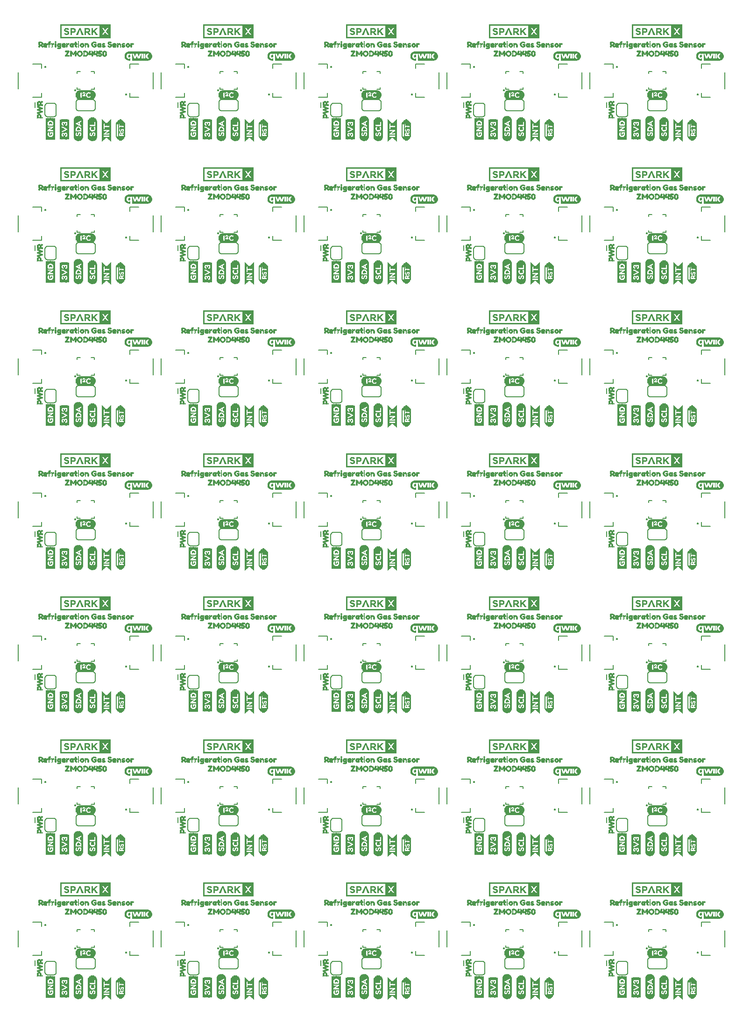
<source format=gto>
G04 EAGLE Gerber RS-274X export*
G75*
%MOMM*%
%FSLAX34Y34*%
%LPD*%
%INSilkscreen Top*%
%IPPOS*%
%AMOC8*
5,1,8,0,0,1.08239X$1,22.5*%
G01*
%ADD10C,0.203200*%
%ADD11C,0.127000*%
%ADD12R,0.040000X3.880000*%
%ADD13R,0.040000X0.840000*%
%ADD14R,0.040000X2.800000*%
%ADD15R,0.040000X0.760000*%
%ADD16R,0.040000X0.320000*%
%ADD17R,0.040000X0.480000*%
%ADD18R,0.040000X0.160000*%
%ADD19R,0.040000X0.680000*%
%ADD20R,0.040000X0.200000*%
%ADD21R,0.040000X0.400000*%
%ADD22R,0.040000X0.120000*%
%ADD23R,0.040000X0.640000*%
%ADD24R,0.040000X0.360000*%
%ADD25R,0.040000X0.560000*%
%ADD26R,0.040000X0.600000*%
%ADD27R,0.040000X0.520000*%
%ADD28R,0.040000X0.280000*%
%ADD29R,0.040000X0.240000*%
%ADD30R,0.040000X0.720000*%
%ADD31R,0.040000X0.440000*%
%ADD32R,0.040000X0.040000*%
%ADD33R,0.040000X0.080000*%
%ADD34R,0.040000X0.800000*%
%ADD35R,0.040000X3.640000*%
%ADD36R,0.040000X1.800000*%
%ADD37R,0.040000X0.880000*%
%ADD38R,0.040000X3.320000*%
%ADD39R,0.040000X3.560000*%
%ADD40R,0.040000X3.720000*%
%ADD41R,0.040000X3.960000*%
%ADD42R,0.040000X4.040000*%
%ADD43R,0.040000X4.120000*%
%ADD44R,0.040000X0.960000*%
%ADD45R,0.040000X3.040000*%
%ADD46R,0.040000X0.920000*%
%ADD47R,0.040000X1.160000*%
%ADD48R,0.040000X1.120000*%
%ADD49R,0.040000X1.080000*%
%ADD50R,0.040000X1.040000*%
%ADD51R,0.040000X1.000000*%
%ADD52R,0.040000X1.240000*%
%ADD53R,0.040000X1.360000*%
%ADD54R,0.040000X3.080000*%
%ADD55R,0.040000X3.480000*%
%ADD56R,0.040000X3.800000*%
%ADD57R,0.040000X1.280000*%
%ADD58R,0.040000X1.320000*%
%ADD59R,2.440000X0.040000*%
%ADD60R,2.680000X0.040000*%
%ADD61R,2.840000X0.040000*%
%ADD62R,3.000000X0.040000*%
%ADD63R,3.080000X0.040000*%
%ADD64R,3.160000X0.040000*%
%ADD65R,3.240000X0.040000*%
%ADD66R,1.240000X0.040000*%
%ADD67R,0.720000X0.040000*%
%ADD68R,1.000000X0.040000*%
%ADD69R,0.760000X0.040000*%
%ADD70R,0.200000X0.040000*%
%ADD71R,0.520000X0.040000*%
%ADD72R,0.880000X0.040000*%
%ADD73R,0.160000X0.040000*%
%ADD74R,0.400000X0.040000*%
%ADD75R,0.800000X0.040000*%
%ADD76R,0.320000X0.040000*%
%ADD77R,0.120000X0.040000*%
%ADD78R,0.280000X0.040000*%
%ADD79R,0.840000X0.040000*%
%ADD80R,0.080000X0.040000*%
%ADD81R,0.360000X0.040000*%
%ADD82R,0.960000X0.040000*%
%ADD83R,1.440000X0.040000*%
%ADD84R,1.480000X0.040000*%
%ADD85R,1.520000X0.040000*%
%ADD86R,0.240000X0.040000*%
%ADD87R,0.920000X0.040000*%
%ADD88R,1.040000X0.040000*%
%ADD89R,1.160000X0.040000*%
%ADD90R,0.040000X2.520000*%
%ADD91R,0.040000X2.600000*%
%ADD92R,0.040000X2.760000*%
%ADD93R,0.040000X2.840000*%
%ADD94R,0.040000X3.400000*%
%ADD95R,0.040000X2.920000*%
%ADD96R,0.560000X0.040000*%
%ADD97R,0.480000X0.040000*%
%ADD98R,0.680000X0.040000*%
%ADD99R,0.600000X0.040000*%
%ADD100R,0.440000X0.040000*%
%ADD101R,0.640000X0.040000*%

G36*
X172767Y1757711D02*
X172767Y1757711D01*
X172762Y1757719D01*
X172769Y1757725D01*
X172769Y1783035D01*
X172733Y1783083D01*
X172726Y1783077D01*
X172720Y1783085D01*
X81280Y1783085D01*
X81233Y1783049D01*
X81238Y1783041D01*
X81231Y1783035D01*
X81231Y1757725D01*
X81267Y1757677D01*
X81274Y1757683D01*
X81280Y1757675D01*
X172720Y1757675D01*
X172767Y1757711D01*
G37*
G36*
X690927Y1757711D02*
X690927Y1757711D01*
X690922Y1757719D01*
X690929Y1757725D01*
X690929Y1783035D01*
X690893Y1783083D01*
X690886Y1783077D01*
X690880Y1783085D01*
X599440Y1783085D01*
X599393Y1783049D01*
X599398Y1783041D01*
X599391Y1783035D01*
X599391Y1757725D01*
X599427Y1757677D01*
X599434Y1757683D01*
X599440Y1757675D01*
X690880Y1757675D01*
X690927Y1757711D01*
G37*
G36*
X431847Y1757711D02*
X431847Y1757711D01*
X431842Y1757719D01*
X431849Y1757725D01*
X431849Y1783035D01*
X431813Y1783083D01*
X431806Y1783077D01*
X431800Y1783085D01*
X340360Y1783085D01*
X340313Y1783049D01*
X340318Y1783041D01*
X340311Y1783035D01*
X340311Y1757725D01*
X340347Y1757677D01*
X340354Y1757683D01*
X340360Y1757675D01*
X431800Y1757675D01*
X431847Y1757711D01*
G37*
G36*
X1209087Y1757711D02*
X1209087Y1757711D01*
X1209082Y1757719D01*
X1209089Y1757725D01*
X1209089Y1783035D01*
X1209053Y1783083D01*
X1209046Y1783077D01*
X1209040Y1783085D01*
X1117600Y1783085D01*
X1117553Y1783049D01*
X1117558Y1783041D01*
X1117551Y1783035D01*
X1117551Y1757725D01*
X1117587Y1757677D01*
X1117594Y1757683D01*
X1117600Y1757675D01*
X1209040Y1757675D01*
X1209087Y1757711D01*
G37*
G36*
X950007Y1757711D02*
X950007Y1757711D01*
X950002Y1757719D01*
X950009Y1757725D01*
X950009Y1783035D01*
X949973Y1783083D01*
X949966Y1783077D01*
X949960Y1783085D01*
X858520Y1783085D01*
X858473Y1783049D01*
X858478Y1783041D01*
X858471Y1783035D01*
X858471Y1757725D01*
X858507Y1757677D01*
X858514Y1757683D01*
X858520Y1757675D01*
X949960Y1757675D01*
X950007Y1757711D01*
G37*
G36*
X172767Y1239551D02*
X172767Y1239551D01*
X172762Y1239559D01*
X172769Y1239565D01*
X172769Y1264875D01*
X172733Y1264923D01*
X172726Y1264917D01*
X172720Y1264925D01*
X81280Y1264925D01*
X81233Y1264889D01*
X81238Y1264881D01*
X81231Y1264875D01*
X81231Y1239565D01*
X81267Y1239517D01*
X81274Y1239523D01*
X81280Y1239515D01*
X172720Y1239515D01*
X172767Y1239551D01*
G37*
G36*
X1209087Y1239551D02*
X1209087Y1239551D01*
X1209082Y1239559D01*
X1209089Y1239565D01*
X1209089Y1264875D01*
X1209053Y1264923D01*
X1209046Y1264917D01*
X1209040Y1264925D01*
X1117600Y1264925D01*
X1117553Y1264889D01*
X1117558Y1264881D01*
X1117551Y1264875D01*
X1117551Y1239565D01*
X1117587Y1239517D01*
X1117594Y1239523D01*
X1117600Y1239515D01*
X1209040Y1239515D01*
X1209087Y1239551D01*
G37*
G36*
X431847Y1239551D02*
X431847Y1239551D01*
X431842Y1239559D01*
X431849Y1239565D01*
X431849Y1264875D01*
X431813Y1264923D01*
X431806Y1264917D01*
X431800Y1264925D01*
X340360Y1264925D01*
X340313Y1264889D01*
X340318Y1264881D01*
X340311Y1264875D01*
X340311Y1239565D01*
X340347Y1239517D01*
X340354Y1239523D01*
X340360Y1239515D01*
X431800Y1239515D01*
X431847Y1239551D01*
G37*
G36*
X431847Y203231D02*
X431847Y203231D01*
X431842Y203239D01*
X431849Y203245D01*
X431849Y228555D01*
X431813Y228603D01*
X431806Y228597D01*
X431800Y228605D01*
X340360Y228605D01*
X340313Y228569D01*
X340318Y228561D01*
X340311Y228555D01*
X340311Y203245D01*
X340347Y203197D01*
X340354Y203203D01*
X340360Y203195D01*
X431800Y203195D01*
X431847Y203231D01*
G37*
G36*
X690927Y1239551D02*
X690927Y1239551D01*
X690922Y1239559D01*
X690929Y1239565D01*
X690929Y1264875D01*
X690893Y1264923D01*
X690886Y1264917D01*
X690880Y1264925D01*
X599440Y1264925D01*
X599393Y1264889D01*
X599398Y1264881D01*
X599391Y1264875D01*
X599391Y1239565D01*
X599427Y1239517D01*
X599434Y1239523D01*
X599440Y1239515D01*
X690880Y1239515D01*
X690927Y1239551D01*
G37*
G36*
X690927Y721391D02*
X690927Y721391D01*
X690922Y721399D01*
X690929Y721405D01*
X690929Y746715D01*
X690893Y746763D01*
X690886Y746757D01*
X690880Y746765D01*
X599440Y746765D01*
X599393Y746729D01*
X599398Y746721D01*
X599391Y746715D01*
X599391Y721405D01*
X599427Y721357D01*
X599434Y721363D01*
X599440Y721355D01*
X690880Y721355D01*
X690927Y721391D01*
G37*
G36*
X950007Y721391D02*
X950007Y721391D01*
X950002Y721399D01*
X950009Y721405D01*
X950009Y746715D01*
X949973Y746763D01*
X949966Y746757D01*
X949960Y746765D01*
X858520Y746765D01*
X858473Y746729D01*
X858478Y746721D01*
X858471Y746715D01*
X858471Y721405D01*
X858507Y721357D01*
X858514Y721363D01*
X858520Y721355D01*
X949960Y721355D01*
X950007Y721391D01*
G37*
G36*
X1209087Y721391D02*
X1209087Y721391D01*
X1209082Y721399D01*
X1209089Y721405D01*
X1209089Y746715D01*
X1209053Y746763D01*
X1209046Y746757D01*
X1209040Y746765D01*
X1117600Y746765D01*
X1117553Y746729D01*
X1117558Y746721D01*
X1117551Y746715D01*
X1117551Y721405D01*
X1117587Y721357D01*
X1117594Y721363D01*
X1117600Y721355D01*
X1209040Y721355D01*
X1209087Y721391D01*
G37*
G36*
X172733Y228603D02*
X172733Y228603D01*
X172726Y228597D01*
X172720Y228605D01*
X81280Y228605D01*
X81233Y228569D01*
X81238Y228561D01*
X81231Y228555D01*
X81231Y203245D01*
X81267Y203197D01*
X81274Y203203D01*
X81280Y203195D01*
X172720Y203195D01*
X172767Y203231D01*
X172762Y203239D01*
X172769Y203245D01*
X172769Y228555D01*
X172733Y228603D01*
G37*
G36*
X172767Y721391D02*
X172767Y721391D01*
X172762Y721399D01*
X172769Y721405D01*
X172769Y746715D01*
X172733Y746763D01*
X172726Y746757D01*
X172720Y746765D01*
X81280Y746765D01*
X81233Y746729D01*
X81238Y746721D01*
X81231Y746715D01*
X81231Y721405D01*
X81267Y721357D01*
X81274Y721363D01*
X81280Y721355D01*
X172720Y721355D01*
X172767Y721391D01*
G37*
G36*
X431847Y721391D02*
X431847Y721391D01*
X431842Y721399D01*
X431849Y721405D01*
X431849Y746715D01*
X431813Y746763D01*
X431806Y746757D01*
X431800Y746765D01*
X340360Y746765D01*
X340313Y746729D01*
X340318Y746721D01*
X340311Y746715D01*
X340311Y721405D01*
X340347Y721357D01*
X340354Y721363D01*
X340360Y721355D01*
X431800Y721355D01*
X431847Y721391D01*
G37*
G36*
X690927Y203231D02*
X690927Y203231D01*
X690922Y203239D01*
X690929Y203245D01*
X690929Y228555D01*
X690893Y228603D01*
X690886Y228597D01*
X690880Y228605D01*
X599440Y228605D01*
X599393Y228569D01*
X599398Y228561D01*
X599391Y228555D01*
X599391Y203245D01*
X599427Y203197D01*
X599434Y203203D01*
X599440Y203195D01*
X690880Y203195D01*
X690927Y203231D01*
G37*
G36*
X950007Y1239551D02*
X950007Y1239551D01*
X950002Y1239559D01*
X950009Y1239565D01*
X950009Y1264875D01*
X949973Y1264923D01*
X949966Y1264917D01*
X949960Y1264925D01*
X858520Y1264925D01*
X858473Y1264889D01*
X858478Y1264881D01*
X858471Y1264875D01*
X858471Y1239565D01*
X858507Y1239517D01*
X858514Y1239523D01*
X858520Y1239515D01*
X949960Y1239515D01*
X950007Y1239551D01*
G37*
G36*
X950007Y203231D02*
X950007Y203231D01*
X950002Y203239D01*
X950009Y203245D01*
X950009Y228555D01*
X949973Y228603D01*
X949966Y228597D01*
X949960Y228605D01*
X858520Y228605D01*
X858473Y228569D01*
X858478Y228561D01*
X858471Y228555D01*
X858471Y203245D01*
X858507Y203197D01*
X858514Y203203D01*
X858520Y203195D01*
X949960Y203195D01*
X950007Y203231D01*
G37*
G36*
X1209087Y203231D02*
X1209087Y203231D01*
X1209082Y203239D01*
X1209089Y203245D01*
X1209089Y228555D01*
X1209053Y228603D01*
X1209046Y228597D01*
X1209040Y228605D01*
X1117600Y228605D01*
X1117553Y228569D01*
X1117558Y228561D01*
X1117551Y228555D01*
X1117551Y203245D01*
X1117587Y203197D01*
X1117594Y203203D01*
X1117600Y203195D01*
X1209040Y203195D01*
X1209087Y203231D01*
G37*
G36*
X172767Y1498631D02*
X172767Y1498631D01*
X172762Y1498639D01*
X172769Y1498645D01*
X172769Y1523955D01*
X172733Y1524003D01*
X172726Y1523997D01*
X172720Y1524005D01*
X81280Y1524005D01*
X81233Y1523969D01*
X81238Y1523961D01*
X81231Y1523955D01*
X81231Y1498645D01*
X81267Y1498597D01*
X81274Y1498603D01*
X81280Y1498595D01*
X172720Y1498595D01*
X172767Y1498631D01*
G37*
G36*
X950007Y980471D02*
X950007Y980471D01*
X950002Y980479D01*
X950009Y980485D01*
X950009Y1005795D01*
X949973Y1005843D01*
X949966Y1005837D01*
X949960Y1005845D01*
X858520Y1005845D01*
X858473Y1005809D01*
X858478Y1005801D01*
X858471Y1005795D01*
X858471Y980485D01*
X858507Y980437D01*
X858514Y980443D01*
X858520Y980435D01*
X949960Y980435D01*
X950007Y980471D01*
G37*
G36*
X1209087Y980471D02*
X1209087Y980471D01*
X1209082Y980479D01*
X1209089Y980485D01*
X1209089Y1005795D01*
X1209053Y1005843D01*
X1209046Y1005837D01*
X1209040Y1005845D01*
X1117600Y1005845D01*
X1117553Y1005809D01*
X1117558Y1005801D01*
X1117551Y1005795D01*
X1117551Y980485D01*
X1117587Y980437D01*
X1117594Y980443D01*
X1117600Y980435D01*
X1209040Y980435D01*
X1209087Y980471D01*
G37*
G36*
X431847Y980471D02*
X431847Y980471D01*
X431842Y980479D01*
X431849Y980485D01*
X431849Y1005795D01*
X431813Y1005843D01*
X431806Y1005837D01*
X431800Y1005845D01*
X340360Y1005845D01*
X340313Y1005809D01*
X340318Y1005801D01*
X340311Y1005795D01*
X340311Y980485D01*
X340347Y980437D01*
X340354Y980443D01*
X340360Y980435D01*
X431800Y980435D01*
X431847Y980471D01*
G37*
G36*
X950007Y1498631D02*
X950007Y1498631D01*
X950002Y1498639D01*
X950009Y1498645D01*
X950009Y1523955D01*
X949973Y1524003D01*
X949966Y1523997D01*
X949960Y1524005D01*
X858520Y1524005D01*
X858473Y1523969D01*
X858478Y1523961D01*
X858471Y1523955D01*
X858471Y1498645D01*
X858507Y1498597D01*
X858514Y1498603D01*
X858520Y1498595D01*
X949960Y1498595D01*
X950007Y1498631D01*
G37*
G36*
X690927Y1498631D02*
X690927Y1498631D01*
X690922Y1498639D01*
X690929Y1498645D01*
X690929Y1523955D01*
X690893Y1524003D01*
X690886Y1523997D01*
X690880Y1524005D01*
X599440Y1524005D01*
X599393Y1523969D01*
X599398Y1523961D01*
X599391Y1523955D01*
X599391Y1498645D01*
X599427Y1498597D01*
X599434Y1498603D01*
X599440Y1498595D01*
X690880Y1498595D01*
X690927Y1498631D01*
G37*
G36*
X690927Y462311D02*
X690927Y462311D01*
X690922Y462319D01*
X690929Y462325D01*
X690929Y487635D01*
X690893Y487683D01*
X690886Y487677D01*
X690880Y487685D01*
X599440Y487685D01*
X599393Y487649D01*
X599398Y487641D01*
X599391Y487635D01*
X599391Y462325D01*
X599427Y462277D01*
X599434Y462283D01*
X599440Y462275D01*
X690880Y462275D01*
X690927Y462311D01*
G37*
G36*
X690927Y980471D02*
X690927Y980471D01*
X690922Y980479D01*
X690929Y980485D01*
X690929Y1005795D01*
X690893Y1005843D01*
X690886Y1005837D01*
X690880Y1005845D01*
X599440Y1005845D01*
X599393Y1005809D01*
X599398Y1005801D01*
X599391Y1005795D01*
X599391Y980485D01*
X599427Y980437D01*
X599434Y980443D01*
X599440Y980435D01*
X690880Y980435D01*
X690927Y980471D01*
G37*
G36*
X1209087Y462311D02*
X1209087Y462311D01*
X1209082Y462319D01*
X1209089Y462325D01*
X1209089Y487635D01*
X1209053Y487683D01*
X1209046Y487677D01*
X1209040Y487685D01*
X1117600Y487685D01*
X1117553Y487649D01*
X1117558Y487641D01*
X1117551Y487635D01*
X1117551Y462325D01*
X1117587Y462277D01*
X1117594Y462283D01*
X1117600Y462275D01*
X1209040Y462275D01*
X1209087Y462311D01*
G37*
G36*
X431847Y462311D02*
X431847Y462311D01*
X431842Y462319D01*
X431849Y462325D01*
X431849Y487635D01*
X431813Y487683D01*
X431806Y487677D01*
X431800Y487685D01*
X340360Y487685D01*
X340313Y487649D01*
X340318Y487641D01*
X340311Y487635D01*
X340311Y462325D01*
X340347Y462277D01*
X340354Y462283D01*
X340360Y462275D01*
X431800Y462275D01*
X431847Y462311D01*
G37*
G36*
X172767Y462311D02*
X172767Y462311D01*
X172762Y462319D01*
X172769Y462325D01*
X172769Y487635D01*
X172733Y487683D01*
X172726Y487677D01*
X172720Y487685D01*
X81280Y487685D01*
X81233Y487649D01*
X81238Y487641D01*
X81231Y487635D01*
X81231Y462325D01*
X81267Y462277D01*
X81274Y462283D01*
X81280Y462275D01*
X172720Y462275D01*
X172767Y462311D01*
G37*
G36*
X950007Y462311D02*
X950007Y462311D01*
X950002Y462319D01*
X950009Y462325D01*
X950009Y487635D01*
X949973Y487683D01*
X949966Y487677D01*
X949960Y487685D01*
X858520Y487685D01*
X858473Y487649D01*
X858478Y487641D01*
X858471Y487635D01*
X858471Y462325D01*
X858507Y462277D01*
X858514Y462283D01*
X858520Y462275D01*
X949960Y462275D01*
X950007Y462311D01*
G37*
G36*
X431847Y1498631D02*
X431847Y1498631D01*
X431842Y1498639D01*
X431849Y1498645D01*
X431849Y1523955D01*
X431813Y1524003D01*
X431806Y1523997D01*
X431800Y1524005D01*
X340360Y1524005D01*
X340313Y1523969D01*
X340318Y1523961D01*
X340311Y1523955D01*
X340311Y1498645D01*
X340347Y1498597D01*
X340354Y1498603D01*
X340360Y1498595D01*
X431800Y1498595D01*
X431847Y1498631D01*
G37*
G36*
X1209087Y1498631D02*
X1209087Y1498631D01*
X1209082Y1498639D01*
X1209089Y1498645D01*
X1209089Y1523955D01*
X1209053Y1524003D01*
X1209046Y1523997D01*
X1209040Y1524005D01*
X1117600Y1524005D01*
X1117553Y1523969D01*
X1117558Y1523961D01*
X1117551Y1523955D01*
X1117551Y1498645D01*
X1117587Y1498597D01*
X1117594Y1498603D01*
X1117600Y1498595D01*
X1209040Y1498595D01*
X1209087Y1498631D01*
G37*
G36*
X172767Y980471D02*
X172767Y980471D01*
X172762Y980479D01*
X172769Y980485D01*
X172769Y1005795D01*
X172733Y1005843D01*
X172726Y1005837D01*
X172720Y1005845D01*
X81280Y1005845D01*
X81233Y1005809D01*
X81238Y1005801D01*
X81231Y1005795D01*
X81231Y980485D01*
X81267Y980437D01*
X81274Y980443D01*
X81280Y980435D01*
X172720Y980435D01*
X172767Y980471D01*
G37*
%LPC*%
G36*
X860919Y723804D02*
X860919Y723804D01*
X860919Y744316D01*
X929483Y744316D01*
X929483Y723804D01*
X860919Y723804D01*
G37*
%LPD*%
%LPC*%
G36*
X1119999Y982884D02*
X1119999Y982884D01*
X1119999Y1003396D01*
X1188563Y1003396D01*
X1188563Y982884D01*
X1119999Y982884D01*
G37*
%LPD*%
%LPC*%
G36*
X83679Y1760124D02*
X83679Y1760124D01*
X83679Y1780636D01*
X152243Y1780636D01*
X152243Y1760124D01*
X83679Y1760124D01*
G37*
%LPD*%
%LPC*%
G36*
X83679Y982884D02*
X83679Y982884D01*
X83679Y1003396D01*
X152243Y1003396D01*
X152243Y982884D01*
X83679Y982884D01*
G37*
%LPD*%
%LPC*%
G36*
X860919Y1760124D02*
X860919Y1760124D01*
X860919Y1780636D01*
X929483Y1780636D01*
X929483Y1760124D01*
X860919Y1760124D01*
G37*
%LPD*%
%LPC*%
G36*
X601839Y464724D02*
X601839Y464724D01*
X601839Y485236D01*
X670403Y485236D01*
X670403Y464724D01*
X601839Y464724D01*
G37*
%LPD*%
%LPC*%
G36*
X860919Y464724D02*
X860919Y464724D01*
X860919Y485236D01*
X929483Y485236D01*
X929483Y464724D01*
X860919Y464724D01*
G37*
%LPD*%
%LPC*%
G36*
X860919Y982884D02*
X860919Y982884D01*
X860919Y1003396D01*
X929483Y1003396D01*
X929483Y982884D01*
X860919Y982884D01*
G37*
%LPD*%
%LPC*%
G36*
X601839Y1501044D02*
X601839Y1501044D01*
X601839Y1521556D01*
X670403Y1521556D01*
X670403Y1501044D01*
X601839Y1501044D01*
G37*
%LPD*%
%LPC*%
G36*
X1119999Y1760124D02*
X1119999Y1760124D01*
X1119999Y1780636D01*
X1188563Y1780636D01*
X1188563Y1760124D01*
X1119999Y1760124D01*
G37*
%LPD*%
%LPC*%
G36*
X601839Y982884D02*
X601839Y982884D01*
X601839Y1003396D01*
X670403Y1003396D01*
X670403Y982884D01*
X601839Y982884D01*
G37*
%LPD*%
%LPC*%
G36*
X342759Y982884D02*
X342759Y982884D01*
X342759Y1003396D01*
X411323Y1003396D01*
X411323Y982884D01*
X342759Y982884D01*
G37*
%LPD*%
%LPC*%
G36*
X601839Y1760124D02*
X601839Y1760124D01*
X601839Y1780636D01*
X670403Y1780636D01*
X670403Y1760124D01*
X601839Y1760124D01*
G37*
%LPD*%
%LPC*%
G36*
X342759Y1760124D02*
X342759Y1760124D01*
X342759Y1780636D01*
X411323Y1780636D01*
X411323Y1760124D01*
X342759Y1760124D01*
G37*
%LPD*%
%LPC*%
G36*
X1119999Y1241964D02*
X1119999Y1241964D01*
X1119999Y1262476D01*
X1188563Y1262476D01*
X1188563Y1241964D01*
X1119999Y1241964D01*
G37*
%LPD*%
%LPC*%
G36*
X83679Y205644D02*
X83679Y205644D01*
X83679Y226156D01*
X152243Y226156D01*
X152243Y205644D01*
X83679Y205644D01*
G37*
%LPD*%
%LPC*%
G36*
X1119999Y205644D02*
X1119999Y205644D01*
X1119999Y226156D01*
X1188563Y226156D01*
X1188563Y205644D01*
X1119999Y205644D01*
G37*
%LPD*%
%LPC*%
G36*
X1119999Y1501044D02*
X1119999Y1501044D01*
X1119999Y1521556D01*
X1188563Y1521556D01*
X1188563Y1501044D01*
X1119999Y1501044D01*
G37*
%LPD*%
%LPC*%
G36*
X342759Y205644D02*
X342759Y205644D01*
X342759Y226156D01*
X411323Y226156D01*
X411323Y205644D01*
X342759Y205644D01*
G37*
%LPD*%
%LPC*%
G36*
X83679Y464724D02*
X83679Y464724D01*
X83679Y485236D01*
X152243Y485236D01*
X152243Y464724D01*
X83679Y464724D01*
G37*
%LPD*%
%LPC*%
G36*
X601839Y205644D02*
X601839Y205644D01*
X601839Y226156D01*
X670403Y226156D01*
X670403Y205644D01*
X601839Y205644D01*
G37*
%LPD*%
%LPC*%
G36*
X860919Y1501044D02*
X860919Y1501044D01*
X860919Y1521556D01*
X929483Y1521556D01*
X929483Y1501044D01*
X860919Y1501044D01*
G37*
%LPD*%
%LPC*%
G36*
X860919Y1241964D02*
X860919Y1241964D01*
X860919Y1262476D01*
X929483Y1262476D01*
X929483Y1241964D01*
X860919Y1241964D01*
G37*
%LPD*%
%LPC*%
G36*
X342759Y1241964D02*
X342759Y1241964D01*
X342759Y1262476D01*
X411323Y1262476D01*
X411323Y1241964D01*
X342759Y1241964D01*
G37*
%LPD*%
%LPC*%
G36*
X342759Y1501044D02*
X342759Y1501044D01*
X342759Y1521556D01*
X411323Y1521556D01*
X411323Y1501044D01*
X342759Y1501044D01*
G37*
%LPD*%
%LPC*%
G36*
X1119999Y464724D02*
X1119999Y464724D01*
X1119999Y485236D01*
X1188563Y485236D01*
X1188563Y464724D01*
X1119999Y464724D01*
G37*
%LPD*%
%LPC*%
G36*
X83679Y1501044D02*
X83679Y1501044D01*
X83679Y1521556D01*
X152243Y1521556D01*
X152243Y1501044D01*
X83679Y1501044D01*
G37*
%LPD*%
%LPC*%
G36*
X83679Y723804D02*
X83679Y723804D01*
X83679Y744316D01*
X152243Y744316D01*
X152243Y723804D01*
X83679Y723804D01*
G37*
%LPD*%
%LPC*%
G36*
X1119999Y723804D02*
X1119999Y723804D01*
X1119999Y744316D01*
X1188563Y744316D01*
X1188563Y723804D01*
X1119999Y723804D01*
G37*
%LPD*%
%LPC*%
G36*
X342759Y723804D02*
X342759Y723804D01*
X342759Y744316D01*
X411323Y744316D01*
X411323Y723804D01*
X342759Y723804D01*
G37*
%LPD*%
%LPC*%
G36*
X860919Y205644D02*
X860919Y205644D01*
X860919Y226156D01*
X929483Y226156D01*
X929483Y205644D01*
X860919Y205644D01*
G37*
%LPD*%
%LPC*%
G36*
X601839Y723804D02*
X601839Y723804D01*
X601839Y744316D01*
X670403Y744316D01*
X670403Y723804D01*
X601839Y723804D01*
G37*
%LPD*%
%LPC*%
G36*
X342759Y464724D02*
X342759Y464724D01*
X342759Y485236D01*
X411323Y485236D01*
X411323Y464724D01*
X342759Y464724D01*
G37*
%LPD*%
%LPC*%
G36*
X83679Y1241964D02*
X83679Y1241964D01*
X83679Y1262476D01*
X152243Y1262476D01*
X152243Y1241964D01*
X83679Y1241964D01*
G37*
%LPD*%
%LPC*%
G36*
X601839Y1241964D02*
X601839Y1241964D01*
X601839Y1262476D01*
X670403Y1262476D01*
X670403Y1241964D01*
X601839Y1241964D01*
G37*
%LPD*%
G36*
X211712Y422203D02*
X211712Y422203D01*
X239209Y422203D01*
X239211Y422204D01*
X239213Y422203D01*
X239740Y422236D01*
X239741Y422236D01*
X239743Y422236D01*
X240795Y422342D01*
X240797Y422344D01*
X240801Y422343D01*
X241317Y422450D01*
X241319Y422452D01*
X241322Y422451D01*
X242333Y422765D01*
X242334Y422767D01*
X242338Y422767D01*
X242823Y422972D01*
X242825Y422974D01*
X242829Y422974D01*
X243758Y423479D01*
X243760Y423482D01*
X243764Y423482D01*
X244198Y423780D01*
X244199Y423783D01*
X244202Y423784D01*
X245018Y424457D01*
X245019Y424460D01*
X245023Y424462D01*
X245388Y424841D01*
X245389Y424843D01*
X245391Y424845D01*
X246064Y425660D01*
X246065Y425664D01*
X246069Y425667D01*
X246350Y426112D01*
X246350Y426114D01*
X246352Y426116D01*
X246857Y427045D01*
X246856Y427049D01*
X246860Y427053D01*
X247046Y427546D01*
X247045Y427548D01*
X247047Y427550D01*
X247361Y428560D01*
X247360Y428564D01*
X247363Y428568D01*
X247448Y429088D01*
X247447Y429089D01*
X247449Y429092D01*
X247555Y430144D01*
X247553Y430147D01*
X247555Y430151D01*
X247547Y430677D01*
X247545Y430679D01*
X247546Y430683D01*
X247440Y431735D01*
X247438Y431737D01*
X247439Y431741D01*
X247337Y432257D01*
X247335Y432259D01*
X247335Y432263D01*
X247022Y433273D01*
X247019Y433275D01*
X247020Y433279D01*
X246818Y433765D01*
X246816Y433767D01*
X246816Y433771D01*
X246311Y434700D01*
X246309Y434702D01*
X246308Y434706D01*
X246013Y435142D01*
X246011Y435143D01*
X246010Y435147D01*
X245337Y435962D01*
X245334Y435963D01*
X245332Y435967D01*
X244955Y436335D01*
X244953Y436336D01*
X244952Y436339D01*
X244136Y437012D01*
X244132Y437012D01*
X244130Y437016D01*
X243686Y437300D01*
X243684Y437300D01*
X243683Y437303D01*
X242753Y437807D01*
X242749Y437807D01*
X242746Y437811D01*
X242254Y438000D01*
X242252Y438000D01*
X242250Y438001D01*
X241240Y438315D01*
X241237Y438314D01*
X241232Y438317D01*
X240714Y438407D01*
X240712Y438406D01*
X240709Y438407D01*
X239657Y438513D01*
X239416Y438538D01*
X239413Y438536D01*
X239410Y438538D01*
X206094Y438538D01*
X205565Y438533D01*
X205563Y438531D01*
X205560Y438532D01*
X203981Y438373D01*
X203977Y438370D01*
X203969Y438371D01*
X202454Y437901D01*
X202450Y437896D01*
X202442Y437896D01*
X201049Y437139D01*
X201046Y437134D01*
X201039Y437132D01*
X199821Y436116D01*
X199819Y436111D01*
X199812Y436107D01*
X198814Y434876D01*
X198814Y434871D01*
X198808Y434866D01*
X198303Y433937D01*
X198304Y433936D01*
X198302Y433935D01*
X198067Y433463D01*
X198068Y433458D01*
X198063Y433453D01*
X197750Y432443D01*
X197750Y432442D01*
X197749Y432441D01*
X197610Y431933D01*
X197611Y431928D01*
X197608Y431922D01*
X197455Y430344D01*
X197458Y430339D01*
X197455Y430331D01*
X197615Y428753D01*
X197618Y428749D01*
X197617Y428741D01*
X198083Y427225D01*
X198087Y427221D01*
X198088Y427213D01*
X198839Y425817D01*
X198844Y425814D01*
X198846Y425807D01*
X198909Y425731D01*
X199116Y425480D01*
X199117Y425480D01*
X199324Y425229D01*
X199532Y424978D01*
X199740Y424727D01*
X199857Y424585D01*
X199863Y424583D01*
X199866Y424576D01*
X201096Y423575D01*
X201101Y423575D01*
X201106Y423569D01*
X202506Y422825D01*
X202511Y422826D01*
X202517Y422820D01*
X204035Y422363D01*
X204040Y422365D01*
X204047Y422361D01*
X205625Y422203D01*
X205628Y422204D01*
X205631Y422203D01*
X208128Y422203D01*
X208147Y422215D01*
X208170Y422219D01*
X208176Y422234D01*
X208185Y422239D01*
X208183Y422250D01*
X208190Y422266D01*
X208189Y422415D01*
X208189Y426798D01*
X208182Y426809D01*
X208184Y426822D01*
X208165Y426835D01*
X208152Y426855D01*
X208139Y426853D01*
X208128Y426861D01*
X208094Y426847D01*
X208085Y426845D01*
X208083Y426842D01*
X208080Y426841D01*
X207858Y426602D01*
X207477Y426248D01*
X207044Y425964D01*
X206572Y425751D01*
X206070Y425625D01*
X205554Y425568D01*
X205033Y425589D01*
X204514Y425638D01*
X204012Y425775D01*
X203521Y425945D01*
X203068Y426199D01*
X202651Y426507D01*
X202264Y426853D01*
X201956Y427272D01*
X201679Y427712D01*
X201464Y428187D01*
X201304Y428682D01*
X201179Y429189D01*
X201080Y430231D01*
X201145Y431275D01*
X201260Y431784D01*
X201393Y432289D01*
X201609Y432762D01*
X201863Y433217D01*
X202169Y433637D01*
X202541Y433998D01*
X202944Y434323D01*
X203398Y434576D01*
X203882Y434764D01*
X204379Y434915D01*
X205420Y434995D01*
X205937Y434946D01*
X206443Y434831D01*
X206925Y434641D01*
X207367Y434372D01*
X207768Y434039D01*
X208083Y433744D01*
X208094Y433742D01*
X208100Y433733D01*
X208125Y433737D01*
X208150Y433732D01*
X208156Y433741D01*
X208167Y433743D01*
X208186Y433784D01*
X208189Y433788D01*
X208188Y433789D01*
X208189Y433790D01*
X208189Y434845D01*
X208193Y434898D01*
X211138Y434898D01*
X211138Y422258D01*
X211150Y422239D01*
X211154Y422216D01*
X211169Y422210D01*
X211174Y422201D01*
X211185Y422203D01*
X211201Y422196D01*
X211712Y422203D01*
G37*
G36*
X988952Y422203D02*
X988952Y422203D01*
X1016449Y422203D01*
X1016451Y422204D01*
X1016453Y422203D01*
X1016980Y422236D01*
X1016981Y422236D01*
X1016983Y422236D01*
X1018035Y422342D01*
X1018037Y422344D01*
X1018041Y422343D01*
X1018557Y422450D01*
X1018559Y422452D01*
X1018562Y422451D01*
X1019573Y422765D01*
X1019574Y422767D01*
X1019578Y422767D01*
X1020063Y422972D01*
X1020065Y422974D01*
X1020069Y422974D01*
X1020998Y423479D01*
X1021000Y423482D01*
X1021004Y423482D01*
X1021438Y423780D01*
X1021439Y423783D01*
X1021442Y423784D01*
X1022258Y424457D01*
X1022259Y424460D01*
X1022263Y424462D01*
X1022628Y424841D01*
X1022629Y424843D01*
X1022631Y424845D01*
X1023304Y425660D01*
X1023305Y425664D01*
X1023309Y425667D01*
X1023590Y426112D01*
X1023590Y426114D01*
X1023592Y426116D01*
X1024097Y427045D01*
X1024096Y427049D01*
X1024100Y427053D01*
X1024286Y427546D01*
X1024285Y427548D01*
X1024287Y427550D01*
X1024601Y428560D01*
X1024600Y428564D01*
X1024603Y428568D01*
X1024688Y429088D01*
X1024687Y429089D01*
X1024689Y429092D01*
X1024795Y430144D01*
X1024793Y430147D01*
X1024795Y430151D01*
X1024787Y430677D01*
X1024785Y430679D01*
X1024786Y430683D01*
X1024680Y431735D01*
X1024678Y431737D01*
X1024679Y431741D01*
X1024577Y432257D01*
X1024575Y432259D01*
X1024575Y432263D01*
X1024262Y433273D01*
X1024259Y433275D01*
X1024260Y433279D01*
X1024058Y433765D01*
X1024056Y433767D01*
X1024056Y433771D01*
X1023551Y434700D01*
X1023549Y434702D01*
X1023548Y434706D01*
X1023253Y435142D01*
X1023251Y435143D01*
X1023250Y435147D01*
X1022577Y435962D01*
X1022574Y435963D01*
X1022572Y435967D01*
X1022195Y436335D01*
X1022193Y436336D01*
X1022192Y436339D01*
X1021376Y437012D01*
X1021372Y437012D01*
X1021370Y437016D01*
X1020926Y437300D01*
X1020924Y437300D01*
X1020923Y437303D01*
X1019993Y437807D01*
X1019989Y437807D01*
X1019986Y437811D01*
X1019494Y438000D01*
X1019492Y438000D01*
X1019490Y438001D01*
X1018480Y438315D01*
X1018477Y438314D01*
X1018472Y438317D01*
X1017954Y438407D01*
X1017952Y438406D01*
X1017949Y438407D01*
X1016897Y438513D01*
X1016656Y438538D01*
X1016653Y438536D01*
X1016650Y438538D01*
X983334Y438538D01*
X982805Y438533D01*
X982803Y438531D01*
X982800Y438532D01*
X981221Y438373D01*
X981217Y438370D01*
X981209Y438371D01*
X979694Y437901D01*
X979690Y437896D01*
X979682Y437896D01*
X978289Y437139D01*
X978286Y437134D01*
X978279Y437132D01*
X977061Y436116D01*
X977059Y436111D01*
X977052Y436107D01*
X976054Y434876D01*
X976054Y434871D01*
X976048Y434866D01*
X975543Y433937D01*
X975544Y433936D01*
X975542Y433935D01*
X975307Y433463D01*
X975308Y433458D01*
X975303Y433453D01*
X974990Y432443D01*
X974990Y432442D01*
X974989Y432441D01*
X974850Y431933D01*
X974851Y431928D01*
X974848Y431922D01*
X974695Y430344D01*
X974698Y430339D01*
X974695Y430331D01*
X974855Y428753D01*
X974858Y428749D01*
X974857Y428741D01*
X975323Y427225D01*
X975327Y427221D01*
X975328Y427213D01*
X976079Y425817D01*
X976084Y425814D01*
X976086Y425807D01*
X976149Y425731D01*
X976356Y425480D01*
X976357Y425480D01*
X976564Y425229D01*
X976772Y424978D01*
X976980Y424727D01*
X977097Y424585D01*
X977103Y424583D01*
X977106Y424576D01*
X978336Y423575D01*
X978341Y423575D01*
X978346Y423569D01*
X979746Y422825D01*
X979751Y422826D01*
X979757Y422820D01*
X981275Y422363D01*
X981280Y422365D01*
X981287Y422361D01*
X982865Y422203D01*
X982868Y422204D01*
X982871Y422203D01*
X985368Y422203D01*
X985387Y422215D01*
X985410Y422219D01*
X985416Y422234D01*
X985425Y422239D01*
X985423Y422250D01*
X985430Y422266D01*
X985429Y422415D01*
X985429Y426798D01*
X985422Y426809D01*
X985424Y426822D01*
X985405Y426835D01*
X985392Y426855D01*
X985379Y426853D01*
X985368Y426861D01*
X985334Y426847D01*
X985325Y426845D01*
X985323Y426842D01*
X985320Y426841D01*
X985098Y426602D01*
X984717Y426248D01*
X984284Y425964D01*
X983812Y425751D01*
X983310Y425625D01*
X982794Y425568D01*
X982273Y425589D01*
X981754Y425638D01*
X981252Y425775D01*
X980761Y425945D01*
X980308Y426199D01*
X979891Y426507D01*
X979504Y426853D01*
X979196Y427272D01*
X978919Y427712D01*
X978704Y428187D01*
X978544Y428682D01*
X978419Y429189D01*
X978320Y430231D01*
X978385Y431275D01*
X978500Y431784D01*
X978633Y432289D01*
X978849Y432762D01*
X979103Y433217D01*
X979409Y433637D01*
X979781Y433998D01*
X980184Y434323D01*
X980638Y434576D01*
X981122Y434764D01*
X981619Y434915D01*
X982660Y434995D01*
X983177Y434946D01*
X983683Y434831D01*
X984165Y434641D01*
X984607Y434372D01*
X985008Y434039D01*
X985323Y433744D01*
X985334Y433742D01*
X985340Y433733D01*
X985365Y433737D01*
X985390Y433732D01*
X985396Y433741D01*
X985407Y433743D01*
X985426Y433784D01*
X985429Y433788D01*
X985428Y433789D01*
X985429Y433790D01*
X985429Y434845D01*
X985433Y434898D01*
X988378Y434898D01*
X988378Y422258D01*
X988390Y422239D01*
X988394Y422216D01*
X988409Y422210D01*
X988414Y422201D01*
X988425Y422203D01*
X988441Y422196D01*
X988952Y422203D01*
G37*
G36*
X988952Y1717603D02*
X988952Y1717603D01*
X1016449Y1717603D01*
X1016451Y1717604D01*
X1016453Y1717603D01*
X1016980Y1717636D01*
X1016981Y1717636D01*
X1016983Y1717636D01*
X1018035Y1717742D01*
X1018037Y1717744D01*
X1018041Y1717743D01*
X1018557Y1717850D01*
X1018559Y1717852D01*
X1018562Y1717851D01*
X1019573Y1718165D01*
X1019574Y1718167D01*
X1019578Y1718167D01*
X1020063Y1718372D01*
X1020065Y1718374D01*
X1020069Y1718374D01*
X1020998Y1718879D01*
X1021000Y1718882D01*
X1021004Y1718882D01*
X1021438Y1719180D01*
X1021439Y1719183D01*
X1021442Y1719184D01*
X1022258Y1719857D01*
X1022259Y1719860D01*
X1022263Y1719862D01*
X1022628Y1720241D01*
X1022629Y1720243D01*
X1022631Y1720245D01*
X1023304Y1721060D01*
X1023305Y1721064D01*
X1023309Y1721067D01*
X1023590Y1721512D01*
X1023590Y1721514D01*
X1023592Y1721516D01*
X1024097Y1722445D01*
X1024096Y1722449D01*
X1024100Y1722453D01*
X1024286Y1722946D01*
X1024285Y1722948D01*
X1024287Y1722950D01*
X1024601Y1723960D01*
X1024600Y1723964D01*
X1024603Y1723968D01*
X1024688Y1724488D01*
X1024687Y1724489D01*
X1024689Y1724492D01*
X1024795Y1725544D01*
X1024793Y1725547D01*
X1024795Y1725551D01*
X1024787Y1726077D01*
X1024785Y1726079D01*
X1024786Y1726083D01*
X1024680Y1727135D01*
X1024678Y1727137D01*
X1024679Y1727141D01*
X1024577Y1727657D01*
X1024575Y1727659D01*
X1024575Y1727663D01*
X1024262Y1728673D01*
X1024259Y1728675D01*
X1024260Y1728679D01*
X1024058Y1729165D01*
X1024056Y1729167D01*
X1024056Y1729171D01*
X1023551Y1730100D01*
X1023549Y1730102D01*
X1023548Y1730106D01*
X1023253Y1730542D01*
X1023251Y1730543D01*
X1023250Y1730547D01*
X1022577Y1731362D01*
X1022574Y1731363D01*
X1022572Y1731367D01*
X1022195Y1731735D01*
X1022193Y1731736D01*
X1022192Y1731739D01*
X1021376Y1732412D01*
X1021372Y1732412D01*
X1021370Y1732416D01*
X1020926Y1732700D01*
X1020924Y1732700D01*
X1020923Y1732703D01*
X1019993Y1733207D01*
X1019989Y1733207D01*
X1019986Y1733211D01*
X1019494Y1733400D01*
X1019492Y1733400D01*
X1019490Y1733401D01*
X1018480Y1733715D01*
X1018477Y1733714D01*
X1018472Y1733717D01*
X1017954Y1733807D01*
X1017952Y1733806D01*
X1017949Y1733807D01*
X1016897Y1733913D01*
X1016656Y1733938D01*
X1016653Y1733936D01*
X1016650Y1733938D01*
X983334Y1733938D01*
X982805Y1733933D01*
X982803Y1733931D01*
X982800Y1733932D01*
X981221Y1733773D01*
X981217Y1733770D01*
X981209Y1733771D01*
X979694Y1733301D01*
X979690Y1733296D01*
X979682Y1733296D01*
X978289Y1732539D01*
X978286Y1732534D01*
X978279Y1732532D01*
X977061Y1731516D01*
X977059Y1731511D01*
X977052Y1731507D01*
X976054Y1730276D01*
X976054Y1730271D01*
X976048Y1730266D01*
X975543Y1729337D01*
X975544Y1729336D01*
X975542Y1729335D01*
X975307Y1728863D01*
X975308Y1728858D01*
X975303Y1728853D01*
X974990Y1727843D01*
X974990Y1727842D01*
X974989Y1727841D01*
X974850Y1727333D01*
X974851Y1727328D01*
X974848Y1727322D01*
X974695Y1725744D01*
X974698Y1725739D01*
X974695Y1725731D01*
X974855Y1724153D01*
X974858Y1724149D01*
X974857Y1724141D01*
X975323Y1722625D01*
X975327Y1722621D01*
X975328Y1722613D01*
X976079Y1721217D01*
X976084Y1721214D01*
X976086Y1721207D01*
X976149Y1721131D01*
X976356Y1720880D01*
X976357Y1720880D01*
X976564Y1720629D01*
X976772Y1720378D01*
X976980Y1720127D01*
X977097Y1719985D01*
X977103Y1719983D01*
X977106Y1719976D01*
X978336Y1718975D01*
X978341Y1718975D01*
X978346Y1718969D01*
X979746Y1718225D01*
X979751Y1718226D01*
X979757Y1718220D01*
X981275Y1717763D01*
X981280Y1717765D01*
X981287Y1717761D01*
X982865Y1717603D01*
X982868Y1717604D01*
X982871Y1717603D01*
X985368Y1717603D01*
X985387Y1717615D01*
X985410Y1717619D01*
X985416Y1717634D01*
X985425Y1717639D01*
X985423Y1717650D01*
X985430Y1717666D01*
X985429Y1717815D01*
X985429Y1722198D01*
X985422Y1722209D01*
X985424Y1722222D01*
X985405Y1722235D01*
X985392Y1722255D01*
X985379Y1722253D01*
X985368Y1722261D01*
X985334Y1722247D01*
X985325Y1722245D01*
X985323Y1722242D01*
X985320Y1722241D01*
X985098Y1722002D01*
X984717Y1721648D01*
X984284Y1721364D01*
X983812Y1721151D01*
X983310Y1721025D01*
X982794Y1720968D01*
X982273Y1720989D01*
X981754Y1721038D01*
X981252Y1721175D01*
X980761Y1721345D01*
X980308Y1721599D01*
X979891Y1721907D01*
X979504Y1722253D01*
X979196Y1722672D01*
X978919Y1723112D01*
X978704Y1723587D01*
X978544Y1724082D01*
X978419Y1724589D01*
X978320Y1725631D01*
X978385Y1726675D01*
X978500Y1727184D01*
X978633Y1727689D01*
X978849Y1728162D01*
X979103Y1728617D01*
X979409Y1729037D01*
X979781Y1729398D01*
X980184Y1729723D01*
X980638Y1729976D01*
X981122Y1730164D01*
X981619Y1730315D01*
X982660Y1730395D01*
X983177Y1730346D01*
X983683Y1730231D01*
X984165Y1730041D01*
X984607Y1729772D01*
X985008Y1729439D01*
X985323Y1729144D01*
X985334Y1729142D01*
X985340Y1729133D01*
X985365Y1729137D01*
X985390Y1729132D01*
X985396Y1729141D01*
X985407Y1729143D01*
X985426Y1729184D01*
X985429Y1729188D01*
X985428Y1729189D01*
X985429Y1729190D01*
X985429Y1730245D01*
X985433Y1730298D01*
X988378Y1730298D01*
X988378Y1717658D01*
X988390Y1717639D01*
X988394Y1717616D01*
X988409Y1717610D01*
X988414Y1717601D01*
X988425Y1717603D01*
X988441Y1717596D01*
X988952Y1717603D01*
G37*
G36*
X470792Y1717603D02*
X470792Y1717603D01*
X498289Y1717603D01*
X498291Y1717604D01*
X498293Y1717603D01*
X498820Y1717636D01*
X498821Y1717636D01*
X498823Y1717636D01*
X499875Y1717742D01*
X499877Y1717744D01*
X499881Y1717743D01*
X500397Y1717850D01*
X500399Y1717852D01*
X500402Y1717851D01*
X501413Y1718165D01*
X501414Y1718167D01*
X501418Y1718167D01*
X501903Y1718372D01*
X501905Y1718374D01*
X501909Y1718374D01*
X502838Y1718879D01*
X502840Y1718882D01*
X502844Y1718882D01*
X503278Y1719180D01*
X503279Y1719183D01*
X503282Y1719184D01*
X504098Y1719857D01*
X504099Y1719860D01*
X504103Y1719862D01*
X504468Y1720241D01*
X504469Y1720243D01*
X504471Y1720245D01*
X505144Y1721060D01*
X505145Y1721064D01*
X505149Y1721067D01*
X505430Y1721512D01*
X505430Y1721514D01*
X505432Y1721516D01*
X505937Y1722445D01*
X505936Y1722449D01*
X505940Y1722453D01*
X506126Y1722946D01*
X506125Y1722948D01*
X506127Y1722950D01*
X506441Y1723960D01*
X506440Y1723964D01*
X506443Y1723968D01*
X506528Y1724488D01*
X506527Y1724489D01*
X506529Y1724492D01*
X506635Y1725544D01*
X506633Y1725547D01*
X506635Y1725551D01*
X506627Y1726077D01*
X506625Y1726079D01*
X506626Y1726083D01*
X506520Y1727135D01*
X506518Y1727137D01*
X506519Y1727141D01*
X506417Y1727657D01*
X506415Y1727659D01*
X506415Y1727663D01*
X506102Y1728673D01*
X506099Y1728675D01*
X506100Y1728679D01*
X505898Y1729165D01*
X505896Y1729167D01*
X505896Y1729171D01*
X505391Y1730100D01*
X505389Y1730102D01*
X505388Y1730106D01*
X505093Y1730542D01*
X505091Y1730543D01*
X505090Y1730547D01*
X504417Y1731362D01*
X504414Y1731363D01*
X504412Y1731367D01*
X504035Y1731735D01*
X504033Y1731736D01*
X504032Y1731739D01*
X503216Y1732412D01*
X503212Y1732412D01*
X503210Y1732416D01*
X502766Y1732700D01*
X502764Y1732700D01*
X502763Y1732703D01*
X501833Y1733207D01*
X501829Y1733207D01*
X501826Y1733211D01*
X501334Y1733400D01*
X501332Y1733400D01*
X501330Y1733401D01*
X500320Y1733715D01*
X500317Y1733714D01*
X500312Y1733717D01*
X499794Y1733807D01*
X499792Y1733806D01*
X499789Y1733807D01*
X498737Y1733913D01*
X498496Y1733938D01*
X498493Y1733936D01*
X498490Y1733938D01*
X465174Y1733938D01*
X464645Y1733933D01*
X464643Y1733931D01*
X464640Y1733932D01*
X463061Y1733773D01*
X463057Y1733770D01*
X463049Y1733771D01*
X461534Y1733301D01*
X461530Y1733296D01*
X461522Y1733296D01*
X460129Y1732539D01*
X460126Y1732534D01*
X460119Y1732532D01*
X458901Y1731516D01*
X458899Y1731511D01*
X458892Y1731507D01*
X457894Y1730276D01*
X457894Y1730271D01*
X457888Y1730266D01*
X457383Y1729337D01*
X457384Y1729336D01*
X457382Y1729335D01*
X457147Y1728863D01*
X457148Y1728858D01*
X457143Y1728853D01*
X456830Y1727843D01*
X456830Y1727842D01*
X456829Y1727841D01*
X456690Y1727333D01*
X456691Y1727328D01*
X456688Y1727322D01*
X456535Y1725744D01*
X456538Y1725739D01*
X456535Y1725731D01*
X456695Y1724153D01*
X456698Y1724149D01*
X456697Y1724141D01*
X457163Y1722625D01*
X457167Y1722621D01*
X457168Y1722613D01*
X457919Y1721217D01*
X457924Y1721214D01*
X457926Y1721207D01*
X457989Y1721131D01*
X458196Y1720880D01*
X458197Y1720880D01*
X458404Y1720629D01*
X458612Y1720378D01*
X458820Y1720127D01*
X458937Y1719985D01*
X458943Y1719983D01*
X458946Y1719976D01*
X460176Y1718975D01*
X460181Y1718975D01*
X460186Y1718969D01*
X461586Y1718225D01*
X461591Y1718226D01*
X461597Y1718220D01*
X463115Y1717763D01*
X463120Y1717765D01*
X463127Y1717761D01*
X464705Y1717603D01*
X464708Y1717604D01*
X464711Y1717603D01*
X467208Y1717603D01*
X467227Y1717615D01*
X467250Y1717619D01*
X467256Y1717634D01*
X467265Y1717639D01*
X467263Y1717650D01*
X467270Y1717666D01*
X467269Y1717815D01*
X467269Y1722198D01*
X467262Y1722209D01*
X467264Y1722222D01*
X467245Y1722235D01*
X467232Y1722255D01*
X467219Y1722253D01*
X467208Y1722261D01*
X467174Y1722247D01*
X467165Y1722245D01*
X467163Y1722242D01*
X467160Y1722241D01*
X466938Y1722002D01*
X466557Y1721648D01*
X466124Y1721364D01*
X465652Y1721151D01*
X465150Y1721025D01*
X464634Y1720968D01*
X464113Y1720989D01*
X463594Y1721038D01*
X463092Y1721175D01*
X462601Y1721345D01*
X462148Y1721599D01*
X461731Y1721907D01*
X461344Y1722253D01*
X461036Y1722672D01*
X460759Y1723112D01*
X460544Y1723587D01*
X460384Y1724082D01*
X460259Y1724589D01*
X460160Y1725631D01*
X460225Y1726675D01*
X460340Y1727184D01*
X460473Y1727689D01*
X460689Y1728162D01*
X460943Y1728617D01*
X461249Y1729037D01*
X461621Y1729398D01*
X462024Y1729723D01*
X462478Y1729976D01*
X462962Y1730164D01*
X463459Y1730315D01*
X464500Y1730395D01*
X465017Y1730346D01*
X465523Y1730231D01*
X466005Y1730041D01*
X466447Y1729772D01*
X466848Y1729439D01*
X467163Y1729144D01*
X467174Y1729142D01*
X467180Y1729133D01*
X467205Y1729137D01*
X467230Y1729132D01*
X467236Y1729141D01*
X467247Y1729143D01*
X467266Y1729184D01*
X467269Y1729188D01*
X467268Y1729189D01*
X467269Y1729190D01*
X467269Y1730245D01*
X467273Y1730298D01*
X470218Y1730298D01*
X470218Y1717658D01*
X470230Y1717639D01*
X470234Y1717616D01*
X470249Y1717610D01*
X470254Y1717601D01*
X470265Y1717603D01*
X470281Y1717596D01*
X470792Y1717603D01*
G37*
G36*
X729872Y1717603D02*
X729872Y1717603D01*
X757369Y1717603D01*
X757371Y1717604D01*
X757373Y1717603D01*
X757900Y1717636D01*
X757901Y1717636D01*
X757903Y1717636D01*
X758955Y1717742D01*
X758957Y1717744D01*
X758961Y1717743D01*
X759477Y1717850D01*
X759479Y1717852D01*
X759482Y1717851D01*
X760493Y1718165D01*
X760494Y1718167D01*
X760498Y1718167D01*
X760983Y1718372D01*
X760985Y1718374D01*
X760989Y1718374D01*
X761918Y1718879D01*
X761920Y1718882D01*
X761924Y1718882D01*
X762358Y1719180D01*
X762359Y1719183D01*
X762362Y1719184D01*
X763178Y1719857D01*
X763179Y1719860D01*
X763183Y1719862D01*
X763548Y1720241D01*
X763549Y1720243D01*
X763551Y1720245D01*
X764224Y1721060D01*
X764225Y1721064D01*
X764229Y1721067D01*
X764510Y1721512D01*
X764510Y1721514D01*
X764512Y1721516D01*
X765017Y1722445D01*
X765016Y1722449D01*
X765020Y1722453D01*
X765206Y1722946D01*
X765205Y1722948D01*
X765207Y1722950D01*
X765521Y1723960D01*
X765520Y1723964D01*
X765523Y1723968D01*
X765608Y1724488D01*
X765607Y1724489D01*
X765609Y1724492D01*
X765715Y1725544D01*
X765713Y1725547D01*
X765715Y1725551D01*
X765707Y1726077D01*
X765705Y1726079D01*
X765706Y1726083D01*
X765600Y1727135D01*
X765598Y1727137D01*
X765599Y1727141D01*
X765497Y1727657D01*
X765495Y1727659D01*
X765495Y1727663D01*
X765182Y1728673D01*
X765179Y1728675D01*
X765180Y1728679D01*
X764978Y1729165D01*
X764976Y1729167D01*
X764976Y1729171D01*
X764471Y1730100D01*
X764469Y1730102D01*
X764468Y1730106D01*
X764173Y1730542D01*
X764171Y1730543D01*
X764170Y1730547D01*
X763497Y1731362D01*
X763494Y1731363D01*
X763492Y1731367D01*
X763115Y1731735D01*
X763113Y1731736D01*
X763112Y1731739D01*
X762296Y1732412D01*
X762292Y1732412D01*
X762290Y1732416D01*
X761846Y1732700D01*
X761844Y1732700D01*
X761843Y1732703D01*
X760913Y1733207D01*
X760909Y1733207D01*
X760906Y1733211D01*
X760414Y1733400D01*
X760412Y1733400D01*
X760410Y1733401D01*
X759400Y1733715D01*
X759397Y1733714D01*
X759392Y1733717D01*
X758874Y1733807D01*
X758872Y1733806D01*
X758869Y1733807D01*
X757817Y1733913D01*
X757576Y1733938D01*
X757573Y1733936D01*
X757570Y1733938D01*
X724254Y1733938D01*
X723725Y1733933D01*
X723723Y1733931D01*
X723720Y1733932D01*
X722141Y1733773D01*
X722137Y1733770D01*
X722129Y1733771D01*
X720614Y1733301D01*
X720610Y1733296D01*
X720602Y1733296D01*
X719209Y1732539D01*
X719206Y1732534D01*
X719199Y1732532D01*
X717981Y1731516D01*
X717979Y1731511D01*
X717972Y1731507D01*
X716974Y1730276D01*
X716974Y1730271D01*
X716968Y1730266D01*
X716463Y1729337D01*
X716464Y1729336D01*
X716462Y1729335D01*
X716227Y1728863D01*
X716228Y1728858D01*
X716223Y1728853D01*
X715910Y1727843D01*
X715910Y1727842D01*
X715909Y1727841D01*
X715770Y1727333D01*
X715771Y1727328D01*
X715768Y1727322D01*
X715615Y1725744D01*
X715618Y1725739D01*
X715615Y1725731D01*
X715775Y1724153D01*
X715778Y1724149D01*
X715777Y1724141D01*
X716243Y1722625D01*
X716247Y1722621D01*
X716248Y1722613D01*
X716999Y1721217D01*
X717004Y1721214D01*
X717006Y1721207D01*
X717069Y1721131D01*
X717276Y1720880D01*
X717277Y1720880D01*
X717484Y1720629D01*
X717692Y1720378D01*
X717900Y1720127D01*
X718017Y1719985D01*
X718023Y1719983D01*
X718026Y1719976D01*
X719256Y1718975D01*
X719261Y1718975D01*
X719266Y1718969D01*
X720666Y1718225D01*
X720671Y1718226D01*
X720677Y1718220D01*
X722195Y1717763D01*
X722200Y1717765D01*
X722207Y1717761D01*
X723785Y1717603D01*
X723788Y1717604D01*
X723791Y1717603D01*
X726288Y1717603D01*
X726307Y1717615D01*
X726330Y1717619D01*
X726336Y1717634D01*
X726345Y1717639D01*
X726343Y1717650D01*
X726350Y1717666D01*
X726349Y1717815D01*
X726349Y1722198D01*
X726342Y1722209D01*
X726344Y1722222D01*
X726325Y1722235D01*
X726312Y1722255D01*
X726299Y1722253D01*
X726288Y1722261D01*
X726254Y1722247D01*
X726245Y1722245D01*
X726243Y1722242D01*
X726240Y1722241D01*
X726018Y1722002D01*
X725637Y1721648D01*
X725204Y1721364D01*
X724732Y1721151D01*
X724230Y1721025D01*
X723714Y1720968D01*
X723193Y1720989D01*
X722674Y1721038D01*
X722172Y1721175D01*
X721681Y1721345D01*
X721228Y1721599D01*
X720811Y1721907D01*
X720424Y1722253D01*
X720116Y1722672D01*
X719839Y1723112D01*
X719624Y1723587D01*
X719464Y1724082D01*
X719339Y1724589D01*
X719240Y1725631D01*
X719305Y1726675D01*
X719420Y1727184D01*
X719553Y1727689D01*
X719769Y1728162D01*
X720023Y1728617D01*
X720329Y1729037D01*
X720701Y1729398D01*
X721104Y1729723D01*
X721558Y1729976D01*
X722042Y1730164D01*
X722539Y1730315D01*
X723580Y1730395D01*
X724097Y1730346D01*
X724603Y1730231D01*
X725085Y1730041D01*
X725527Y1729772D01*
X725928Y1729439D01*
X726243Y1729144D01*
X726254Y1729142D01*
X726260Y1729133D01*
X726285Y1729137D01*
X726310Y1729132D01*
X726316Y1729141D01*
X726327Y1729143D01*
X726346Y1729184D01*
X726349Y1729188D01*
X726348Y1729189D01*
X726349Y1729190D01*
X726349Y1730245D01*
X726353Y1730298D01*
X729298Y1730298D01*
X729298Y1717658D01*
X729310Y1717639D01*
X729314Y1717616D01*
X729329Y1717610D01*
X729334Y1717601D01*
X729345Y1717603D01*
X729361Y1717596D01*
X729872Y1717603D01*
G37*
G36*
X1248032Y1717603D02*
X1248032Y1717603D01*
X1275529Y1717603D01*
X1275531Y1717604D01*
X1275533Y1717603D01*
X1276060Y1717636D01*
X1276061Y1717636D01*
X1276063Y1717636D01*
X1277115Y1717742D01*
X1277117Y1717744D01*
X1277121Y1717743D01*
X1277637Y1717850D01*
X1277639Y1717852D01*
X1277642Y1717851D01*
X1278653Y1718165D01*
X1278654Y1718167D01*
X1278658Y1718167D01*
X1279143Y1718372D01*
X1279145Y1718374D01*
X1279149Y1718374D01*
X1280078Y1718879D01*
X1280080Y1718882D01*
X1280084Y1718882D01*
X1280518Y1719180D01*
X1280519Y1719183D01*
X1280522Y1719184D01*
X1281338Y1719857D01*
X1281339Y1719860D01*
X1281343Y1719862D01*
X1281708Y1720241D01*
X1281709Y1720243D01*
X1281711Y1720245D01*
X1282384Y1721060D01*
X1282385Y1721064D01*
X1282389Y1721067D01*
X1282670Y1721512D01*
X1282670Y1721514D01*
X1282672Y1721516D01*
X1283177Y1722445D01*
X1283176Y1722449D01*
X1283180Y1722453D01*
X1283366Y1722946D01*
X1283365Y1722948D01*
X1283367Y1722950D01*
X1283681Y1723960D01*
X1283680Y1723964D01*
X1283683Y1723968D01*
X1283768Y1724488D01*
X1283767Y1724489D01*
X1283769Y1724492D01*
X1283875Y1725544D01*
X1283873Y1725547D01*
X1283875Y1725551D01*
X1283867Y1726077D01*
X1283865Y1726079D01*
X1283866Y1726083D01*
X1283760Y1727135D01*
X1283758Y1727137D01*
X1283759Y1727141D01*
X1283657Y1727657D01*
X1283655Y1727659D01*
X1283655Y1727663D01*
X1283342Y1728673D01*
X1283339Y1728675D01*
X1283340Y1728679D01*
X1283138Y1729165D01*
X1283136Y1729167D01*
X1283136Y1729171D01*
X1282631Y1730100D01*
X1282629Y1730102D01*
X1282628Y1730106D01*
X1282333Y1730542D01*
X1282331Y1730543D01*
X1282330Y1730547D01*
X1281657Y1731362D01*
X1281654Y1731363D01*
X1281652Y1731367D01*
X1281275Y1731735D01*
X1281273Y1731736D01*
X1281272Y1731739D01*
X1280456Y1732412D01*
X1280452Y1732412D01*
X1280450Y1732416D01*
X1280006Y1732700D01*
X1280004Y1732700D01*
X1280003Y1732703D01*
X1279073Y1733207D01*
X1279069Y1733207D01*
X1279066Y1733211D01*
X1278574Y1733400D01*
X1278572Y1733400D01*
X1278570Y1733401D01*
X1277560Y1733715D01*
X1277557Y1733714D01*
X1277552Y1733717D01*
X1277034Y1733807D01*
X1277032Y1733806D01*
X1277029Y1733807D01*
X1275977Y1733913D01*
X1275736Y1733938D01*
X1275733Y1733936D01*
X1275730Y1733938D01*
X1242414Y1733938D01*
X1241885Y1733933D01*
X1241883Y1733931D01*
X1241880Y1733932D01*
X1240301Y1733773D01*
X1240297Y1733770D01*
X1240289Y1733771D01*
X1238774Y1733301D01*
X1238770Y1733296D01*
X1238762Y1733296D01*
X1237369Y1732539D01*
X1237366Y1732534D01*
X1237359Y1732532D01*
X1236141Y1731516D01*
X1236139Y1731511D01*
X1236132Y1731507D01*
X1235134Y1730276D01*
X1235134Y1730271D01*
X1235128Y1730266D01*
X1234623Y1729337D01*
X1234624Y1729336D01*
X1234622Y1729335D01*
X1234387Y1728863D01*
X1234388Y1728858D01*
X1234383Y1728853D01*
X1234070Y1727843D01*
X1234070Y1727842D01*
X1234069Y1727841D01*
X1233930Y1727333D01*
X1233931Y1727328D01*
X1233928Y1727322D01*
X1233775Y1725744D01*
X1233778Y1725739D01*
X1233775Y1725731D01*
X1233935Y1724153D01*
X1233938Y1724149D01*
X1233937Y1724141D01*
X1234403Y1722625D01*
X1234407Y1722621D01*
X1234408Y1722613D01*
X1235159Y1721217D01*
X1235164Y1721214D01*
X1235166Y1721207D01*
X1235229Y1721131D01*
X1235436Y1720880D01*
X1235437Y1720880D01*
X1235644Y1720629D01*
X1235852Y1720378D01*
X1236060Y1720127D01*
X1236177Y1719985D01*
X1236183Y1719983D01*
X1236186Y1719976D01*
X1237416Y1718975D01*
X1237421Y1718975D01*
X1237426Y1718969D01*
X1238826Y1718225D01*
X1238831Y1718226D01*
X1238837Y1718220D01*
X1240355Y1717763D01*
X1240360Y1717765D01*
X1240367Y1717761D01*
X1241945Y1717603D01*
X1241948Y1717604D01*
X1241951Y1717603D01*
X1244448Y1717603D01*
X1244467Y1717615D01*
X1244490Y1717619D01*
X1244496Y1717634D01*
X1244505Y1717639D01*
X1244503Y1717650D01*
X1244510Y1717666D01*
X1244509Y1717815D01*
X1244509Y1722198D01*
X1244502Y1722209D01*
X1244504Y1722222D01*
X1244485Y1722235D01*
X1244472Y1722255D01*
X1244459Y1722253D01*
X1244448Y1722261D01*
X1244414Y1722247D01*
X1244405Y1722245D01*
X1244403Y1722242D01*
X1244400Y1722241D01*
X1244178Y1722002D01*
X1243797Y1721648D01*
X1243364Y1721364D01*
X1242892Y1721151D01*
X1242390Y1721025D01*
X1241874Y1720968D01*
X1241353Y1720989D01*
X1240834Y1721038D01*
X1240332Y1721175D01*
X1239841Y1721345D01*
X1239388Y1721599D01*
X1238971Y1721907D01*
X1238584Y1722253D01*
X1238276Y1722672D01*
X1237999Y1723112D01*
X1237784Y1723587D01*
X1237624Y1724082D01*
X1237499Y1724589D01*
X1237400Y1725631D01*
X1237465Y1726675D01*
X1237580Y1727184D01*
X1237713Y1727689D01*
X1237929Y1728162D01*
X1238183Y1728617D01*
X1238489Y1729037D01*
X1238861Y1729398D01*
X1239264Y1729723D01*
X1239718Y1729976D01*
X1240202Y1730164D01*
X1240699Y1730315D01*
X1241740Y1730395D01*
X1242257Y1730346D01*
X1242763Y1730231D01*
X1243245Y1730041D01*
X1243687Y1729772D01*
X1244088Y1729439D01*
X1244403Y1729144D01*
X1244414Y1729142D01*
X1244420Y1729133D01*
X1244445Y1729137D01*
X1244470Y1729132D01*
X1244476Y1729141D01*
X1244487Y1729143D01*
X1244506Y1729184D01*
X1244509Y1729188D01*
X1244508Y1729189D01*
X1244509Y1729190D01*
X1244509Y1730245D01*
X1244513Y1730298D01*
X1247458Y1730298D01*
X1247458Y1717658D01*
X1247470Y1717639D01*
X1247474Y1717616D01*
X1247489Y1717610D01*
X1247494Y1717601D01*
X1247505Y1717603D01*
X1247521Y1717596D01*
X1248032Y1717603D01*
G37*
G36*
X211712Y1717603D02*
X211712Y1717603D01*
X239209Y1717603D01*
X239211Y1717604D01*
X239213Y1717603D01*
X239740Y1717636D01*
X239741Y1717636D01*
X239743Y1717636D01*
X240795Y1717742D01*
X240797Y1717744D01*
X240801Y1717743D01*
X241317Y1717850D01*
X241319Y1717852D01*
X241322Y1717851D01*
X242333Y1718165D01*
X242334Y1718167D01*
X242338Y1718167D01*
X242823Y1718372D01*
X242825Y1718374D01*
X242829Y1718374D01*
X243758Y1718879D01*
X243760Y1718882D01*
X243764Y1718882D01*
X244198Y1719180D01*
X244199Y1719183D01*
X244202Y1719184D01*
X245018Y1719857D01*
X245019Y1719860D01*
X245023Y1719862D01*
X245388Y1720241D01*
X245389Y1720243D01*
X245391Y1720245D01*
X246064Y1721060D01*
X246065Y1721064D01*
X246069Y1721067D01*
X246350Y1721512D01*
X246350Y1721514D01*
X246352Y1721516D01*
X246857Y1722445D01*
X246856Y1722449D01*
X246860Y1722453D01*
X247046Y1722946D01*
X247045Y1722948D01*
X247047Y1722950D01*
X247361Y1723960D01*
X247360Y1723964D01*
X247363Y1723968D01*
X247448Y1724488D01*
X247447Y1724489D01*
X247449Y1724492D01*
X247555Y1725544D01*
X247553Y1725547D01*
X247555Y1725551D01*
X247547Y1726077D01*
X247545Y1726079D01*
X247546Y1726083D01*
X247440Y1727135D01*
X247438Y1727137D01*
X247439Y1727141D01*
X247337Y1727657D01*
X247335Y1727659D01*
X247335Y1727663D01*
X247022Y1728673D01*
X247019Y1728675D01*
X247020Y1728679D01*
X246818Y1729165D01*
X246816Y1729167D01*
X246816Y1729171D01*
X246311Y1730100D01*
X246309Y1730102D01*
X246308Y1730106D01*
X246013Y1730542D01*
X246011Y1730543D01*
X246010Y1730547D01*
X245337Y1731362D01*
X245334Y1731363D01*
X245332Y1731367D01*
X244955Y1731735D01*
X244953Y1731736D01*
X244952Y1731739D01*
X244136Y1732412D01*
X244132Y1732412D01*
X244130Y1732416D01*
X243686Y1732700D01*
X243684Y1732700D01*
X243683Y1732703D01*
X242753Y1733207D01*
X242749Y1733207D01*
X242746Y1733211D01*
X242254Y1733400D01*
X242252Y1733400D01*
X242250Y1733401D01*
X241240Y1733715D01*
X241237Y1733714D01*
X241232Y1733717D01*
X240714Y1733807D01*
X240712Y1733806D01*
X240709Y1733807D01*
X239657Y1733913D01*
X239416Y1733938D01*
X239413Y1733936D01*
X239410Y1733938D01*
X206094Y1733938D01*
X205565Y1733933D01*
X205563Y1733931D01*
X205560Y1733932D01*
X203981Y1733773D01*
X203977Y1733770D01*
X203969Y1733771D01*
X202454Y1733301D01*
X202450Y1733296D01*
X202442Y1733296D01*
X201049Y1732539D01*
X201046Y1732534D01*
X201039Y1732532D01*
X199821Y1731516D01*
X199819Y1731511D01*
X199812Y1731507D01*
X198814Y1730276D01*
X198814Y1730271D01*
X198808Y1730266D01*
X198303Y1729337D01*
X198304Y1729336D01*
X198302Y1729335D01*
X198067Y1728863D01*
X198068Y1728858D01*
X198063Y1728853D01*
X197750Y1727843D01*
X197750Y1727842D01*
X197749Y1727841D01*
X197610Y1727333D01*
X197611Y1727328D01*
X197608Y1727322D01*
X197455Y1725744D01*
X197458Y1725739D01*
X197455Y1725731D01*
X197615Y1724153D01*
X197618Y1724149D01*
X197617Y1724141D01*
X198083Y1722625D01*
X198087Y1722621D01*
X198088Y1722613D01*
X198839Y1721217D01*
X198844Y1721214D01*
X198846Y1721207D01*
X198909Y1721131D01*
X199116Y1720880D01*
X199117Y1720880D01*
X199324Y1720629D01*
X199532Y1720378D01*
X199740Y1720127D01*
X199857Y1719985D01*
X199863Y1719983D01*
X199866Y1719976D01*
X201096Y1718975D01*
X201101Y1718975D01*
X201106Y1718969D01*
X202506Y1718225D01*
X202511Y1718226D01*
X202517Y1718220D01*
X204035Y1717763D01*
X204040Y1717765D01*
X204047Y1717761D01*
X205625Y1717603D01*
X205628Y1717604D01*
X205631Y1717603D01*
X208128Y1717603D01*
X208147Y1717615D01*
X208170Y1717619D01*
X208176Y1717634D01*
X208185Y1717639D01*
X208183Y1717650D01*
X208190Y1717666D01*
X208189Y1717815D01*
X208189Y1722198D01*
X208182Y1722209D01*
X208184Y1722222D01*
X208165Y1722235D01*
X208152Y1722255D01*
X208139Y1722253D01*
X208128Y1722261D01*
X208094Y1722247D01*
X208085Y1722245D01*
X208083Y1722242D01*
X208080Y1722241D01*
X207858Y1722002D01*
X207477Y1721648D01*
X207044Y1721364D01*
X206572Y1721151D01*
X206070Y1721025D01*
X205554Y1720968D01*
X205033Y1720989D01*
X204514Y1721038D01*
X204012Y1721175D01*
X203521Y1721345D01*
X203068Y1721599D01*
X202651Y1721907D01*
X202264Y1722253D01*
X201956Y1722672D01*
X201679Y1723112D01*
X201464Y1723587D01*
X201304Y1724082D01*
X201179Y1724589D01*
X201080Y1725631D01*
X201145Y1726675D01*
X201260Y1727184D01*
X201393Y1727689D01*
X201609Y1728162D01*
X201863Y1728617D01*
X202169Y1729037D01*
X202541Y1729398D01*
X202944Y1729723D01*
X203398Y1729976D01*
X203882Y1730164D01*
X204379Y1730315D01*
X205420Y1730395D01*
X205937Y1730346D01*
X206443Y1730231D01*
X206925Y1730041D01*
X207367Y1729772D01*
X207768Y1729439D01*
X208083Y1729144D01*
X208094Y1729142D01*
X208100Y1729133D01*
X208125Y1729137D01*
X208150Y1729132D01*
X208156Y1729141D01*
X208167Y1729143D01*
X208186Y1729184D01*
X208189Y1729188D01*
X208188Y1729189D01*
X208189Y1729190D01*
X208189Y1730245D01*
X208193Y1730298D01*
X211138Y1730298D01*
X211138Y1717658D01*
X211150Y1717639D01*
X211154Y1717616D01*
X211169Y1717610D01*
X211174Y1717601D01*
X211185Y1717603D01*
X211201Y1717596D01*
X211712Y1717603D01*
G37*
G36*
X1248032Y1199443D02*
X1248032Y1199443D01*
X1275529Y1199443D01*
X1275531Y1199444D01*
X1275533Y1199443D01*
X1276060Y1199476D01*
X1276061Y1199476D01*
X1276063Y1199476D01*
X1277115Y1199582D01*
X1277117Y1199584D01*
X1277121Y1199583D01*
X1277637Y1199690D01*
X1277639Y1199692D01*
X1277642Y1199691D01*
X1278653Y1200005D01*
X1278654Y1200007D01*
X1278658Y1200007D01*
X1279143Y1200212D01*
X1279145Y1200214D01*
X1279149Y1200214D01*
X1280078Y1200719D01*
X1280080Y1200722D01*
X1280084Y1200722D01*
X1280518Y1201020D01*
X1280519Y1201023D01*
X1280522Y1201024D01*
X1281338Y1201697D01*
X1281339Y1201700D01*
X1281343Y1201702D01*
X1281708Y1202081D01*
X1281709Y1202083D01*
X1281711Y1202085D01*
X1282384Y1202900D01*
X1282385Y1202904D01*
X1282389Y1202907D01*
X1282670Y1203352D01*
X1282670Y1203354D01*
X1282672Y1203356D01*
X1283177Y1204285D01*
X1283176Y1204289D01*
X1283180Y1204293D01*
X1283366Y1204786D01*
X1283365Y1204788D01*
X1283367Y1204790D01*
X1283681Y1205800D01*
X1283680Y1205804D01*
X1283683Y1205808D01*
X1283768Y1206328D01*
X1283767Y1206329D01*
X1283769Y1206332D01*
X1283875Y1207384D01*
X1283873Y1207387D01*
X1283875Y1207391D01*
X1283867Y1207917D01*
X1283865Y1207919D01*
X1283866Y1207923D01*
X1283760Y1208975D01*
X1283758Y1208977D01*
X1283759Y1208981D01*
X1283657Y1209497D01*
X1283655Y1209499D01*
X1283655Y1209503D01*
X1283342Y1210513D01*
X1283339Y1210515D01*
X1283340Y1210519D01*
X1283138Y1211005D01*
X1283136Y1211007D01*
X1283136Y1211011D01*
X1282631Y1211940D01*
X1282629Y1211942D01*
X1282628Y1211946D01*
X1282333Y1212382D01*
X1282331Y1212383D01*
X1282330Y1212387D01*
X1281657Y1213202D01*
X1281654Y1213203D01*
X1281652Y1213207D01*
X1281275Y1213575D01*
X1281273Y1213576D01*
X1281272Y1213579D01*
X1280456Y1214252D01*
X1280452Y1214252D01*
X1280450Y1214256D01*
X1280006Y1214540D01*
X1280004Y1214540D01*
X1280003Y1214543D01*
X1279073Y1215047D01*
X1279069Y1215047D01*
X1279066Y1215051D01*
X1278574Y1215240D01*
X1278572Y1215240D01*
X1278570Y1215241D01*
X1277560Y1215555D01*
X1277557Y1215554D01*
X1277552Y1215557D01*
X1277034Y1215647D01*
X1277032Y1215646D01*
X1277029Y1215647D01*
X1275977Y1215753D01*
X1275736Y1215778D01*
X1275733Y1215776D01*
X1275730Y1215778D01*
X1242414Y1215778D01*
X1241885Y1215773D01*
X1241883Y1215771D01*
X1241880Y1215772D01*
X1240301Y1215613D01*
X1240297Y1215610D01*
X1240289Y1215611D01*
X1238774Y1215141D01*
X1238770Y1215136D01*
X1238762Y1215136D01*
X1237369Y1214379D01*
X1237366Y1214374D01*
X1237359Y1214372D01*
X1236141Y1213356D01*
X1236139Y1213351D01*
X1236132Y1213347D01*
X1235134Y1212116D01*
X1235134Y1212111D01*
X1235128Y1212106D01*
X1234623Y1211177D01*
X1234624Y1211176D01*
X1234622Y1211175D01*
X1234387Y1210703D01*
X1234388Y1210698D01*
X1234383Y1210693D01*
X1234070Y1209683D01*
X1234070Y1209682D01*
X1234069Y1209681D01*
X1233930Y1209173D01*
X1233931Y1209168D01*
X1233928Y1209162D01*
X1233775Y1207584D01*
X1233778Y1207579D01*
X1233775Y1207571D01*
X1233935Y1205993D01*
X1233938Y1205989D01*
X1233937Y1205981D01*
X1234403Y1204465D01*
X1234407Y1204461D01*
X1234408Y1204453D01*
X1235159Y1203057D01*
X1235164Y1203054D01*
X1235166Y1203047D01*
X1235229Y1202971D01*
X1235436Y1202720D01*
X1235437Y1202720D01*
X1235644Y1202469D01*
X1235852Y1202218D01*
X1236060Y1201967D01*
X1236177Y1201825D01*
X1236183Y1201823D01*
X1236186Y1201816D01*
X1237416Y1200815D01*
X1237421Y1200815D01*
X1237426Y1200809D01*
X1238826Y1200065D01*
X1238831Y1200066D01*
X1238837Y1200060D01*
X1240355Y1199603D01*
X1240360Y1199605D01*
X1240367Y1199601D01*
X1241945Y1199443D01*
X1241948Y1199444D01*
X1241951Y1199443D01*
X1244448Y1199443D01*
X1244467Y1199455D01*
X1244490Y1199459D01*
X1244496Y1199474D01*
X1244505Y1199479D01*
X1244503Y1199490D01*
X1244510Y1199506D01*
X1244509Y1199655D01*
X1244509Y1204038D01*
X1244502Y1204049D01*
X1244504Y1204062D01*
X1244485Y1204075D01*
X1244472Y1204095D01*
X1244459Y1204093D01*
X1244448Y1204101D01*
X1244414Y1204087D01*
X1244405Y1204085D01*
X1244403Y1204082D01*
X1244400Y1204081D01*
X1244178Y1203842D01*
X1243797Y1203488D01*
X1243364Y1203204D01*
X1242892Y1202991D01*
X1242390Y1202865D01*
X1241874Y1202808D01*
X1241353Y1202829D01*
X1240834Y1202878D01*
X1240332Y1203015D01*
X1239841Y1203185D01*
X1239388Y1203439D01*
X1238971Y1203747D01*
X1238584Y1204093D01*
X1238276Y1204512D01*
X1237999Y1204952D01*
X1237784Y1205427D01*
X1237624Y1205922D01*
X1237499Y1206429D01*
X1237400Y1207471D01*
X1237465Y1208515D01*
X1237580Y1209024D01*
X1237713Y1209529D01*
X1237929Y1210002D01*
X1238183Y1210457D01*
X1238489Y1210877D01*
X1238861Y1211238D01*
X1239264Y1211563D01*
X1239718Y1211816D01*
X1240202Y1212004D01*
X1240699Y1212155D01*
X1241740Y1212235D01*
X1242257Y1212186D01*
X1242763Y1212071D01*
X1243245Y1211881D01*
X1243687Y1211612D01*
X1244088Y1211279D01*
X1244403Y1210984D01*
X1244414Y1210982D01*
X1244420Y1210973D01*
X1244445Y1210977D01*
X1244470Y1210972D01*
X1244476Y1210981D01*
X1244487Y1210983D01*
X1244506Y1211024D01*
X1244509Y1211028D01*
X1244508Y1211029D01*
X1244509Y1211030D01*
X1244509Y1212085D01*
X1244513Y1212138D01*
X1247458Y1212138D01*
X1247458Y1199498D01*
X1247470Y1199479D01*
X1247474Y1199456D01*
X1247489Y1199450D01*
X1247494Y1199441D01*
X1247505Y1199443D01*
X1247521Y1199436D01*
X1248032Y1199443D01*
G37*
G36*
X988952Y1199443D02*
X988952Y1199443D01*
X1016449Y1199443D01*
X1016451Y1199444D01*
X1016453Y1199443D01*
X1016980Y1199476D01*
X1016981Y1199476D01*
X1016983Y1199476D01*
X1018035Y1199582D01*
X1018037Y1199584D01*
X1018041Y1199583D01*
X1018557Y1199690D01*
X1018559Y1199692D01*
X1018562Y1199691D01*
X1019573Y1200005D01*
X1019574Y1200007D01*
X1019578Y1200007D01*
X1020063Y1200212D01*
X1020065Y1200214D01*
X1020069Y1200214D01*
X1020998Y1200719D01*
X1021000Y1200722D01*
X1021004Y1200722D01*
X1021438Y1201020D01*
X1021439Y1201023D01*
X1021442Y1201024D01*
X1022258Y1201697D01*
X1022259Y1201700D01*
X1022263Y1201702D01*
X1022628Y1202081D01*
X1022629Y1202083D01*
X1022631Y1202085D01*
X1023304Y1202900D01*
X1023305Y1202904D01*
X1023309Y1202907D01*
X1023590Y1203352D01*
X1023590Y1203354D01*
X1023592Y1203356D01*
X1024097Y1204285D01*
X1024096Y1204289D01*
X1024100Y1204293D01*
X1024286Y1204786D01*
X1024285Y1204788D01*
X1024287Y1204790D01*
X1024601Y1205800D01*
X1024600Y1205804D01*
X1024603Y1205808D01*
X1024688Y1206328D01*
X1024687Y1206329D01*
X1024689Y1206332D01*
X1024795Y1207384D01*
X1024793Y1207387D01*
X1024795Y1207391D01*
X1024787Y1207917D01*
X1024785Y1207919D01*
X1024786Y1207923D01*
X1024680Y1208975D01*
X1024678Y1208977D01*
X1024679Y1208981D01*
X1024577Y1209497D01*
X1024575Y1209499D01*
X1024575Y1209503D01*
X1024262Y1210513D01*
X1024259Y1210515D01*
X1024260Y1210519D01*
X1024058Y1211005D01*
X1024056Y1211007D01*
X1024056Y1211011D01*
X1023551Y1211940D01*
X1023549Y1211942D01*
X1023548Y1211946D01*
X1023253Y1212382D01*
X1023251Y1212383D01*
X1023250Y1212387D01*
X1022577Y1213202D01*
X1022574Y1213203D01*
X1022572Y1213207D01*
X1022195Y1213575D01*
X1022193Y1213576D01*
X1022192Y1213579D01*
X1021376Y1214252D01*
X1021372Y1214252D01*
X1021370Y1214256D01*
X1020926Y1214540D01*
X1020924Y1214540D01*
X1020923Y1214543D01*
X1019993Y1215047D01*
X1019989Y1215047D01*
X1019986Y1215051D01*
X1019494Y1215240D01*
X1019492Y1215240D01*
X1019490Y1215241D01*
X1018480Y1215555D01*
X1018477Y1215554D01*
X1018472Y1215557D01*
X1017954Y1215647D01*
X1017952Y1215646D01*
X1017949Y1215647D01*
X1016897Y1215753D01*
X1016656Y1215778D01*
X1016653Y1215776D01*
X1016650Y1215778D01*
X983334Y1215778D01*
X982805Y1215773D01*
X982803Y1215771D01*
X982800Y1215772D01*
X981221Y1215613D01*
X981217Y1215610D01*
X981209Y1215611D01*
X979694Y1215141D01*
X979690Y1215136D01*
X979682Y1215136D01*
X978289Y1214379D01*
X978286Y1214374D01*
X978279Y1214372D01*
X977061Y1213356D01*
X977059Y1213351D01*
X977052Y1213347D01*
X976054Y1212116D01*
X976054Y1212111D01*
X976048Y1212106D01*
X975543Y1211177D01*
X975544Y1211176D01*
X975542Y1211175D01*
X975307Y1210703D01*
X975308Y1210698D01*
X975303Y1210693D01*
X974990Y1209683D01*
X974990Y1209682D01*
X974989Y1209681D01*
X974850Y1209173D01*
X974851Y1209168D01*
X974848Y1209162D01*
X974695Y1207584D01*
X974698Y1207579D01*
X974695Y1207571D01*
X974855Y1205993D01*
X974858Y1205989D01*
X974857Y1205981D01*
X975323Y1204465D01*
X975327Y1204461D01*
X975328Y1204453D01*
X976079Y1203057D01*
X976084Y1203054D01*
X976086Y1203047D01*
X976149Y1202971D01*
X976356Y1202720D01*
X976357Y1202720D01*
X976564Y1202469D01*
X976772Y1202218D01*
X976980Y1201967D01*
X977097Y1201825D01*
X977103Y1201823D01*
X977106Y1201816D01*
X978336Y1200815D01*
X978341Y1200815D01*
X978346Y1200809D01*
X979746Y1200065D01*
X979751Y1200066D01*
X979757Y1200060D01*
X981275Y1199603D01*
X981280Y1199605D01*
X981287Y1199601D01*
X982865Y1199443D01*
X982868Y1199444D01*
X982871Y1199443D01*
X985368Y1199443D01*
X985387Y1199455D01*
X985410Y1199459D01*
X985416Y1199474D01*
X985425Y1199479D01*
X985423Y1199490D01*
X985430Y1199506D01*
X985429Y1199655D01*
X985429Y1204038D01*
X985422Y1204049D01*
X985424Y1204062D01*
X985405Y1204075D01*
X985392Y1204095D01*
X985379Y1204093D01*
X985368Y1204101D01*
X985334Y1204087D01*
X985325Y1204085D01*
X985323Y1204082D01*
X985320Y1204081D01*
X985098Y1203842D01*
X984717Y1203488D01*
X984284Y1203204D01*
X983812Y1202991D01*
X983310Y1202865D01*
X982794Y1202808D01*
X982273Y1202829D01*
X981754Y1202878D01*
X981252Y1203015D01*
X980761Y1203185D01*
X980308Y1203439D01*
X979891Y1203747D01*
X979504Y1204093D01*
X979196Y1204512D01*
X978919Y1204952D01*
X978704Y1205427D01*
X978544Y1205922D01*
X978419Y1206429D01*
X978320Y1207471D01*
X978385Y1208515D01*
X978500Y1209024D01*
X978633Y1209529D01*
X978849Y1210002D01*
X979103Y1210457D01*
X979409Y1210877D01*
X979781Y1211238D01*
X980184Y1211563D01*
X980638Y1211816D01*
X981122Y1212004D01*
X981619Y1212155D01*
X982660Y1212235D01*
X983177Y1212186D01*
X983683Y1212071D01*
X984165Y1211881D01*
X984607Y1211612D01*
X985008Y1211279D01*
X985323Y1210984D01*
X985334Y1210982D01*
X985340Y1210973D01*
X985365Y1210977D01*
X985390Y1210972D01*
X985396Y1210981D01*
X985407Y1210983D01*
X985426Y1211024D01*
X985429Y1211028D01*
X985428Y1211029D01*
X985429Y1211030D01*
X985429Y1212085D01*
X985433Y1212138D01*
X988378Y1212138D01*
X988378Y1199498D01*
X988390Y1199479D01*
X988394Y1199456D01*
X988409Y1199450D01*
X988414Y1199441D01*
X988425Y1199443D01*
X988441Y1199436D01*
X988952Y1199443D01*
G37*
G36*
X470792Y1199443D02*
X470792Y1199443D01*
X498289Y1199443D01*
X498291Y1199444D01*
X498293Y1199443D01*
X498820Y1199476D01*
X498821Y1199476D01*
X498823Y1199476D01*
X499875Y1199582D01*
X499877Y1199584D01*
X499881Y1199583D01*
X500397Y1199690D01*
X500399Y1199692D01*
X500402Y1199691D01*
X501413Y1200005D01*
X501414Y1200007D01*
X501418Y1200007D01*
X501903Y1200212D01*
X501905Y1200214D01*
X501909Y1200214D01*
X502838Y1200719D01*
X502840Y1200722D01*
X502844Y1200722D01*
X503278Y1201020D01*
X503279Y1201023D01*
X503282Y1201024D01*
X504098Y1201697D01*
X504099Y1201700D01*
X504103Y1201702D01*
X504468Y1202081D01*
X504469Y1202083D01*
X504471Y1202085D01*
X505144Y1202900D01*
X505145Y1202904D01*
X505149Y1202907D01*
X505430Y1203352D01*
X505430Y1203354D01*
X505432Y1203356D01*
X505937Y1204285D01*
X505936Y1204289D01*
X505940Y1204293D01*
X506126Y1204786D01*
X506125Y1204788D01*
X506127Y1204790D01*
X506441Y1205800D01*
X506440Y1205804D01*
X506443Y1205808D01*
X506528Y1206328D01*
X506527Y1206329D01*
X506529Y1206332D01*
X506635Y1207384D01*
X506633Y1207387D01*
X506635Y1207391D01*
X506627Y1207917D01*
X506625Y1207919D01*
X506626Y1207923D01*
X506520Y1208975D01*
X506518Y1208977D01*
X506519Y1208981D01*
X506417Y1209497D01*
X506415Y1209499D01*
X506415Y1209503D01*
X506102Y1210513D01*
X506099Y1210515D01*
X506100Y1210519D01*
X505898Y1211005D01*
X505896Y1211007D01*
X505896Y1211011D01*
X505391Y1211940D01*
X505389Y1211942D01*
X505388Y1211946D01*
X505093Y1212382D01*
X505091Y1212383D01*
X505090Y1212387D01*
X504417Y1213202D01*
X504414Y1213203D01*
X504412Y1213207D01*
X504035Y1213575D01*
X504033Y1213576D01*
X504032Y1213579D01*
X503216Y1214252D01*
X503212Y1214252D01*
X503210Y1214256D01*
X502766Y1214540D01*
X502764Y1214540D01*
X502763Y1214543D01*
X501833Y1215047D01*
X501829Y1215047D01*
X501826Y1215051D01*
X501334Y1215240D01*
X501332Y1215240D01*
X501330Y1215241D01*
X500320Y1215555D01*
X500317Y1215554D01*
X500312Y1215557D01*
X499794Y1215647D01*
X499792Y1215646D01*
X499789Y1215647D01*
X498737Y1215753D01*
X498496Y1215778D01*
X498493Y1215776D01*
X498490Y1215778D01*
X465174Y1215778D01*
X464645Y1215773D01*
X464643Y1215771D01*
X464640Y1215772D01*
X463061Y1215613D01*
X463057Y1215610D01*
X463049Y1215611D01*
X461534Y1215141D01*
X461530Y1215136D01*
X461522Y1215136D01*
X460129Y1214379D01*
X460126Y1214374D01*
X460119Y1214372D01*
X458901Y1213356D01*
X458899Y1213351D01*
X458892Y1213347D01*
X457894Y1212116D01*
X457894Y1212111D01*
X457888Y1212106D01*
X457383Y1211177D01*
X457384Y1211176D01*
X457382Y1211175D01*
X457147Y1210703D01*
X457148Y1210698D01*
X457143Y1210693D01*
X456830Y1209683D01*
X456830Y1209682D01*
X456829Y1209681D01*
X456690Y1209173D01*
X456691Y1209168D01*
X456688Y1209162D01*
X456535Y1207584D01*
X456538Y1207579D01*
X456535Y1207571D01*
X456695Y1205993D01*
X456698Y1205989D01*
X456697Y1205981D01*
X457163Y1204465D01*
X457167Y1204461D01*
X457168Y1204453D01*
X457919Y1203057D01*
X457924Y1203054D01*
X457926Y1203047D01*
X457989Y1202971D01*
X458196Y1202720D01*
X458197Y1202720D01*
X458404Y1202469D01*
X458612Y1202218D01*
X458820Y1201967D01*
X458937Y1201825D01*
X458943Y1201823D01*
X458946Y1201816D01*
X460176Y1200815D01*
X460181Y1200815D01*
X460186Y1200809D01*
X461586Y1200065D01*
X461591Y1200066D01*
X461597Y1200060D01*
X463115Y1199603D01*
X463120Y1199605D01*
X463127Y1199601D01*
X464705Y1199443D01*
X464708Y1199444D01*
X464711Y1199443D01*
X467208Y1199443D01*
X467227Y1199455D01*
X467250Y1199459D01*
X467256Y1199474D01*
X467265Y1199479D01*
X467263Y1199490D01*
X467270Y1199506D01*
X467269Y1199655D01*
X467269Y1204038D01*
X467262Y1204049D01*
X467264Y1204062D01*
X467245Y1204075D01*
X467232Y1204095D01*
X467219Y1204093D01*
X467208Y1204101D01*
X467174Y1204087D01*
X467165Y1204085D01*
X467163Y1204082D01*
X467160Y1204081D01*
X466938Y1203842D01*
X466557Y1203488D01*
X466124Y1203204D01*
X465652Y1202991D01*
X465150Y1202865D01*
X464634Y1202808D01*
X464113Y1202829D01*
X463594Y1202878D01*
X463092Y1203015D01*
X462601Y1203185D01*
X462148Y1203439D01*
X461731Y1203747D01*
X461344Y1204093D01*
X461036Y1204512D01*
X460759Y1204952D01*
X460544Y1205427D01*
X460384Y1205922D01*
X460259Y1206429D01*
X460160Y1207471D01*
X460225Y1208515D01*
X460340Y1209024D01*
X460473Y1209529D01*
X460689Y1210002D01*
X460943Y1210457D01*
X461249Y1210877D01*
X461621Y1211238D01*
X462024Y1211563D01*
X462478Y1211816D01*
X462962Y1212004D01*
X463459Y1212155D01*
X464500Y1212235D01*
X465017Y1212186D01*
X465523Y1212071D01*
X466005Y1211881D01*
X466447Y1211612D01*
X466848Y1211279D01*
X467163Y1210984D01*
X467174Y1210982D01*
X467180Y1210973D01*
X467205Y1210977D01*
X467230Y1210972D01*
X467236Y1210981D01*
X467247Y1210983D01*
X467266Y1211024D01*
X467269Y1211028D01*
X467268Y1211029D01*
X467269Y1211030D01*
X467269Y1212085D01*
X467273Y1212138D01*
X470218Y1212138D01*
X470218Y1199498D01*
X470230Y1199479D01*
X470234Y1199456D01*
X470249Y1199450D01*
X470254Y1199441D01*
X470265Y1199443D01*
X470281Y1199436D01*
X470792Y1199443D01*
G37*
G36*
X211712Y1199443D02*
X211712Y1199443D01*
X239209Y1199443D01*
X239211Y1199444D01*
X239213Y1199443D01*
X239740Y1199476D01*
X239741Y1199476D01*
X239743Y1199476D01*
X240795Y1199582D01*
X240797Y1199584D01*
X240801Y1199583D01*
X241317Y1199690D01*
X241319Y1199692D01*
X241322Y1199691D01*
X242333Y1200005D01*
X242334Y1200007D01*
X242338Y1200007D01*
X242823Y1200212D01*
X242825Y1200214D01*
X242829Y1200214D01*
X243758Y1200719D01*
X243760Y1200722D01*
X243764Y1200722D01*
X244198Y1201020D01*
X244199Y1201023D01*
X244202Y1201024D01*
X245018Y1201697D01*
X245019Y1201700D01*
X245023Y1201702D01*
X245388Y1202081D01*
X245389Y1202083D01*
X245391Y1202085D01*
X246064Y1202900D01*
X246065Y1202904D01*
X246069Y1202907D01*
X246350Y1203352D01*
X246350Y1203354D01*
X246352Y1203356D01*
X246857Y1204285D01*
X246856Y1204289D01*
X246860Y1204293D01*
X247046Y1204786D01*
X247045Y1204788D01*
X247047Y1204790D01*
X247361Y1205800D01*
X247360Y1205804D01*
X247363Y1205808D01*
X247448Y1206328D01*
X247447Y1206329D01*
X247449Y1206332D01*
X247555Y1207384D01*
X247553Y1207387D01*
X247555Y1207391D01*
X247547Y1207917D01*
X247545Y1207919D01*
X247546Y1207923D01*
X247440Y1208975D01*
X247438Y1208977D01*
X247439Y1208981D01*
X247337Y1209497D01*
X247335Y1209499D01*
X247335Y1209503D01*
X247022Y1210513D01*
X247019Y1210515D01*
X247020Y1210519D01*
X246818Y1211005D01*
X246816Y1211007D01*
X246816Y1211011D01*
X246311Y1211940D01*
X246309Y1211942D01*
X246308Y1211946D01*
X246013Y1212382D01*
X246011Y1212383D01*
X246010Y1212387D01*
X245337Y1213202D01*
X245334Y1213203D01*
X245332Y1213207D01*
X244955Y1213575D01*
X244953Y1213576D01*
X244952Y1213579D01*
X244136Y1214252D01*
X244132Y1214252D01*
X244130Y1214256D01*
X243686Y1214540D01*
X243684Y1214540D01*
X243683Y1214543D01*
X242753Y1215047D01*
X242749Y1215047D01*
X242746Y1215051D01*
X242254Y1215240D01*
X242252Y1215240D01*
X242250Y1215241D01*
X241240Y1215555D01*
X241237Y1215554D01*
X241232Y1215557D01*
X240714Y1215647D01*
X240712Y1215646D01*
X240709Y1215647D01*
X239657Y1215753D01*
X239416Y1215778D01*
X239413Y1215776D01*
X239410Y1215778D01*
X206094Y1215778D01*
X205565Y1215773D01*
X205563Y1215771D01*
X205560Y1215772D01*
X203981Y1215613D01*
X203977Y1215610D01*
X203969Y1215611D01*
X202454Y1215141D01*
X202450Y1215136D01*
X202442Y1215136D01*
X201049Y1214379D01*
X201046Y1214374D01*
X201039Y1214372D01*
X199821Y1213356D01*
X199819Y1213351D01*
X199812Y1213347D01*
X198814Y1212116D01*
X198814Y1212111D01*
X198808Y1212106D01*
X198303Y1211177D01*
X198304Y1211176D01*
X198302Y1211175D01*
X198067Y1210703D01*
X198068Y1210698D01*
X198063Y1210693D01*
X197750Y1209683D01*
X197750Y1209682D01*
X197749Y1209681D01*
X197610Y1209173D01*
X197611Y1209168D01*
X197608Y1209162D01*
X197455Y1207584D01*
X197458Y1207579D01*
X197455Y1207571D01*
X197615Y1205993D01*
X197618Y1205989D01*
X197617Y1205981D01*
X198083Y1204465D01*
X198087Y1204461D01*
X198088Y1204453D01*
X198839Y1203057D01*
X198844Y1203054D01*
X198846Y1203047D01*
X198909Y1202971D01*
X199116Y1202720D01*
X199117Y1202720D01*
X199324Y1202469D01*
X199532Y1202218D01*
X199740Y1201967D01*
X199857Y1201825D01*
X199863Y1201823D01*
X199866Y1201816D01*
X201096Y1200815D01*
X201101Y1200815D01*
X201106Y1200809D01*
X202506Y1200065D01*
X202511Y1200066D01*
X202517Y1200060D01*
X204035Y1199603D01*
X204040Y1199605D01*
X204047Y1199601D01*
X205625Y1199443D01*
X205628Y1199444D01*
X205631Y1199443D01*
X208128Y1199443D01*
X208147Y1199455D01*
X208170Y1199459D01*
X208176Y1199474D01*
X208185Y1199479D01*
X208183Y1199490D01*
X208190Y1199506D01*
X208189Y1199655D01*
X208189Y1204038D01*
X208182Y1204049D01*
X208184Y1204062D01*
X208165Y1204075D01*
X208152Y1204095D01*
X208139Y1204093D01*
X208128Y1204101D01*
X208094Y1204087D01*
X208085Y1204085D01*
X208083Y1204082D01*
X208080Y1204081D01*
X207858Y1203842D01*
X207477Y1203488D01*
X207044Y1203204D01*
X206572Y1202991D01*
X206070Y1202865D01*
X205554Y1202808D01*
X205033Y1202829D01*
X204514Y1202878D01*
X204012Y1203015D01*
X203521Y1203185D01*
X203068Y1203439D01*
X202651Y1203747D01*
X202264Y1204093D01*
X201956Y1204512D01*
X201679Y1204952D01*
X201464Y1205427D01*
X201304Y1205922D01*
X201179Y1206429D01*
X201080Y1207471D01*
X201145Y1208515D01*
X201260Y1209024D01*
X201393Y1209529D01*
X201609Y1210002D01*
X201863Y1210457D01*
X202169Y1210877D01*
X202541Y1211238D01*
X202944Y1211563D01*
X203398Y1211816D01*
X203882Y1212004D01*
X204379Y1212155D01*
X205420Y1212235D01*
X205937Y1212186D01*
X206443Y1212071D01*
X206925Y1211881D01*
X207367Y1211612D01*
X207768Y1211279D01*
X208083Y1210984D01*
X208094Y1210982D01*
X208100Y1210973D01*
X208125Y1210977D01*
X208150Y1210972D01*
X208156Y1210981D01*
X208167Y1210983D01*
X208186Y1211024D01*
X208189Y1211028D01*
X208188Y1211029D01*
X208189Y1211030D01*
X208189Y1212085D01*
X208193Y1212138D01*
X211138Y1212138D01*
X211138Y1199498D01*
X211150Y1199479D01*
X211154Y1199456D01*
X211169Y1199450D01*
X211174Y1199441D01*
X211185Y1199443D01*
X211201Y1199436D01*
X211712Y1199443D01*
G37*
G36*
X729872Y1199443D02*
X729872Y1199443D01*
X757369Y1199443D01*
X757371Y1199444D01*
X757373Y1199443D01*
X757900Y1199476D01*
X757901Y1199476D01*
X757903Y1199476D01*
X758955Y1199582D01*
X758957Y1199584D01*
X758961Y1199583D01*
X759477Y1199690D01*
X759479Y1199692D01*
X759482Y1199691D01*
X760493Y1200005D01*
X760494Y1200007D01*
X760498Y1200007D01*
X760983Y1200212D01*
X760985Y1200214D01*
X760989Y1200214D01*
X761918Y1200719D01*
X761920Y1200722D01*
X761924Y1200722D01*
X762358Y1201020D01*
X762359Y1201023D01*
X762362Y1201024D01*
X763178Y1201697D01*
X763179Y1201700D01*
X763183Y1201702D01*
X763548Y1202081D01*
X763549Y1202083D01*
X763551Y1202085D01*
X764224Y1202900D01*
X764225Y1202904D01*
X764229Y1202907D01*
X764510Y1203352D01*
X764510Y1203354D01*
X764512Y1203356D01*
X765017Y1204285D01*
X765016Y1204289D01*
X765020Y1204293D01*
X765206Y1204786D01*
X765205Y1204788D01*
X765207Y1204790D01*
X765521Y1205800D01*
X765520Y1205804D01*
X765523Y1205808D01*
X765608Y1206328D01*
X765607Y1206329D01*
X765609Y1206332D01*
X765715Y1207384D01*
X765713Y1207387D01*
X765715Y1207391D01*
X765707Y1207917D01*
X765705Y1207919D01*
X765706Y1207923D01*
X765600Y1208975D01*
X765598Y1208977D01*
X765599Y1208981D01*
X765497Y1209497D01*
X765495Y1209499D01*
X765495Y1209503D01*
X765182Y1210513D01*
X765179Y1210515D01*
X765180Y1210519D01*
X764978Y1211005D01*
X764976Y1211007D01*
X764976Y1211011D01*
X764471Y1211940D01*
X764469Y1211942D01*
X764468Y1211946D01*
X764173Y1212382D01*
X764171Y1212383D01*
X764170Y1212387D01*
X763497Y1213202D01*
X763494Y1213203D01*
X763492Y1213207D01*
X763115Y1213575D01*
X763113Y1213576D01*
X763112Y1213579D01*
X762296Y1214252D01*
X762292Y1214252D01*
X762290Y1214256D01*
X761846Y1214540D01*
X761844Y1214540D01*
X761843Y1214543D01*
X760913Y1215047D01*
X760909Y1215047D01*
X760906Y1215051D01*
X760414Y1215240D01*
X760412Y1215240D01*
X760410Y1215241D01*
X759400Y1215555D01*
X759397Y1215554D01*
X759392Y1215557D01*
X758874Y1215647D01*
X758872Y1215646D01*
X758869Y1215647D01*
X757817Y1215753D01*
X757576Y1215778D01*
X757573Y1215776D01*
X757570Y1215778D01*
X724254Y1215778D01*
X723725Y1215773D01*
X723723Y1215771D01*
X723720Y1215772D01*
X722141Y1215613D01*
X722137Y1215610D01*
X722129Y1215611D01*
X720614Y1215141D01*
X720610Y1215136D01*
X720602Y1215136D01*
X719209Y1214379D01*
X719206Y1214374D01*
X719199Y1214372D01*
X717981Y1213356D01*
X717979Y1213351D01*
X717972Y1213347D01*
X716974Y1212116D01*
X716974Y1212111D01*
X716968Y1212106D01*
X716463Y1211177D01*
X716464Y1211176D01*
X716462Y1211175D01*
X716227Y1210703D01*
X716228Y1210698D01*
X716223Y1210693D01*
X715910Y1209683D01*
X715910Y1209682D01*
X715909Y1209681D01*
X715770Y1209173D01*
X715771Y1209168D01*
X715768Y1209162D01*
X715615Y1207584D01*
X715618Y1207579D01*
X715615Y1207571D01*
X715775Y1205993D01*
X715778Y1205989D01*
X715777Y1205981D01*
X716243Y1204465D01*
X716247Y1204461D01*
X716248Y1204453D01*
X716999Y1203057D01*
X717004Y1203054D01*
X717006Y1203047D01*
X717069Y1202971D01*
X717276Y1202720D01*
X717277Y1202720D01*
X717484Y1202469D01*
X717692Y1202218D01*
X717900Y1201967D01*
X718017Y1201825D01*
X718023Y1201823D01*
X718026Y1201816D01*
X719256Y1200815D01*
X719261Y1200815D01*
X719266Y1200809D01*
X720666Y1200065D01*
X720671Y1200066D01*
X720677Y1200060D01*
X722195Y1199603D01*
X722200Y1199605D01*
X722207Y1199601D01*
X723785Y1199443D01*
X723788Y1199444D01*
X723791Y1199443D01*
X726288Y1199443D01*
X726307Y1199455D01*
X726330Y1199459D01*
X726336Y1199474D01*
X726345Y1199479D01*
X726343Y1199490D01*
X726350Y1199506D01*
X726349Y1199655D01*
X726349Y1204038D01*
X726342Y1204049D01*
X726344Y1204062D01*
X726325Y1204075D01*
X726312Y1204095D01*
X726299Y1204093D01*
X726288Y1204101D01*
X726254Y1204087D01*
X726245Y1204085D01*
X726243Y1204082D01*
X726240Y1204081D01*
X726018Y1203842D01*
X725637Y1203488D01*
X725204Y1203204D01*
X724732Y1202991D01*
X724230Y1202865D01*
X723714Y1202808D01*
X723193Y1202829D01*
X722674Y1202878D01*
X722172Y1203015D01*
X721681Y1203185D01*
X721228Y1203439D01*
X720811Y1203747D01*
X720424Y1204093D01*
X720116Y1204512D01*
X719839Y1204952D01*
X719624Y1205427D01*
X719464Y1205922D01*
X719339Y1206429D01*
X719240Y1207471D01*
X719305Y1208515D01*
X719420Y1209024D01*
X719553Y1209529D01*
X719769Y1210002D01*
X720023Y1210457D01*
X720329Y1210877D01*
X720701Y1211238D01*
X721104Y1211563D01*
X721558Y1211816D01*
X722042Y1212004D01*
X722539Y1212155D01*
X723580Y1212235D01*
X724097Y1212186D01*
X724603Y1212071D01*
X725085Y1211881D01*
X725527Y1211612D01*
X725928Y1211279D01*
X726243Y1210984D01*
X726254Y1210982D01*
X726260Y1210973D01*
X726285Y1210977D01*
X726310Y1210972D01*
X726316Y1210981D01*
X726327Y1210983D01*
X726346Y1211024D01*
X726349Y1211028D01*
X726348Y1211029D01*
X726349Y1211030D01*
X726349Y1212085D01*
X726353Y1212138D01*
X729298Y1212138D01*
X729298Y1199498D01*
X729310Y1199479D01*
X729314Y1199456D01*
X729329Y1199450D01*
X729334Y1199441D01*
X729345Y1199443D01*
X729361Y1199436D01*
X729872Y1199443D01*
G37*
G36*
X988952Y940363D02*
X988952Y940363D01*
X1016449Y940363D01*
X1016451Y940364D01*
X1016453Y940363D01*
X1016980Y940396D01*
X1016981Y940396D01*
X1016983Y940396D01*
X1018035Y940502D01*
X1018037Y940504D01*
X1018041Y940503D01*
X1018557Y940610D01*
X1018559Y940612D01*
X1018562Y940611D01*
X1019573Y940925D01*
X1019574Y940927D01*
X1019578Y940927D01*
X1020063Y941132D01*
X1020065Y941134D01*
X1020069Y941134D01*
X1020998Y941639D01*
X1021000Y941642D01*
X1021004Y941642D01*
X1021438Y941940D01*
X1021439Y941943D01*
X1021442Y941944D01*
X1022258Y942617D01*
X1022259Y942620D01*
X1022263Y942622D01*
X1022628Y943001D01*
X1022629Y943003D01*
X1022631Y943005D01*
X1023304Y943820D01*
X1023305Y943824D01*
X1023309Y943827D01*
X1023590Y944272D01*
X1023590Y944274D01*
X1023592Y944276D01*
X1024097Y945205D01*
X1024096Y945209D01*
X1024100Y945213D01*
X1024286Y945706D01*
X1024285Y945708D01*
X1024287Y945710D01*
X1024601Y946720D01*
X1024600Y946724D01*
X1024603Y946728D01*
X1024688Y947248D01*
X1024687Y947249D01*
X1024689Y947252D01*
X1024795Y948304D01*
X1024793Y948307D01*
X1024795Y948311D01*
X1024787Y948837D01*
X1024785Y948839D01*
X1024786Y948843D01*
X1024680Y949895D01*
X1024678Y949897D01*
X1024679Y949901D01*
X1024577Y950417D01*
X1024575Y950419D01*
X1024575Y950423D01*
X1024262Y951433D01*
X1024259Y951435D01*
X1024260Y951439D01*
X1024058Y951925D01*
X1024056Y951927D01*
X1024056Y951931D01*
X1023551Y952860D01*
X1023549Y952862D01*
X1023548Y952866D01*
X1023253Y953302D01*
X1023251Y953303D01*
X1023250Y953307D01*
X1022577Y954122D01*
X1022574Y954123D01*
X1022572Y954127D01*
X1022195Y954495D01*
X1022193Y954496D01*
X1022192Y954499D01*
X1021376Y955172D01*
X1021372Y955172D01*
X1021370Y955176D01*
X1020926Y955460D01*
X1020924Y955460D01*
X1020923Y955463D01*
X1019993Y955967D01*
X1019989Y955967D01*
X1019986Y955971D01*
X1019494Y956160D01*
X1019492Y956160D01*
X1019490Y956161D01*
X1018480Y956475D01*
X1018477Y956474D01*
X1018472Y956477D01*
X1017954Y956567D01*
X1017952Y956566D01*
X1017949Y956567D01*
X1016897Y956673D01*
X1016656Y956698D01*
X1016653Y956696D01*
X1016650Y956698D01*
X983334Y956698D01*
X982805Y956693D01*
X982803Y956691D01*
X982800Y956692D01*
X981221Y956533D01*
X981217Y956530D01*
X981209Y956531D01*
X979694Y956061D01*
X979690Y956056D01*
X979682Y956056D01*
X978289Y955299D01*
X978286Y955294D01*
X978279Y955292D01*
X977061Y954276D01*
X977059Y954271D01*
X977052Y954267D01*
X976054Y953036D01*
X976054Y953031D01*
X976048Y953026D01*
X975543Y952097D01*
X975544Y952096D01*
X975542Y952095D01*
X975307Y951623D01*
X975308Y951618D01*
X975303Y951613D01*
X974990Y950603D01*
X974990Y950602D01*
X974989Y950601D01*
X974850Y950093D01*
X974851Y950088D01*
X974848Y950082D01*
X974695Y948504D01*
X974698Y948499D01*
X974695Y948491D01*
X974855Y946913D01*
X974858Y946909D01*
X974857Y946901D01*
X975323Y945385D01*
X975327Y945381D01*
X975328Y945373D01*
X976079Y943977D01*
X976084Y943974D01*
X976086Y943967D01*
X976149Y943891D01*
X976356Y943640D01*
X976357Y943640D01*
X976564Y943389D01*
X976772Y943138D01*
X976980Y942887D01*
X977097Y942745D01*
X977103Y942743D01*
X977106Y942736D01*
X978336Y941735D01*
X978341Y941735D01*
X978346Y941729D01*
X979746Y940985D01*
X979751Y940986D01*
X979757Y940980D01*
X981275Y940523D01*
X981280Y940525D01*
X981287Y940521D01*
X982865Y940363D01*
X982868Y940364D01*
X982871Y940363D01*
X985368Y940363D01*
X985387Y940375D01*
X985410Y940379D01*
X985416Y940394D01*
X985425Y940399D01*
X985423Y940410D01*
X985430Y940426D01*
X985429Y940575D01*
X985429Y944958D01*
X985422Y944969D01*
X985424Y944982D01*
X985405Y944995D01*
X985392Y945015D01*
X985379Y945013D01*
X985368Y945021D01*
X985334Y945007D01*
X985325Y945005D01*
X985323Y945002D01*
X985320Y945001D01*
X985098Y944762D01*
X984717Y944408D01*
X984284Y944124D01*
X983812Y943911D01*
X983310Y943785D01*
X982794Y943728D01*
X982273Y943749D01*
X981754Y943798D01*
X981252Y943935D01*
X980761Y944105D01*
X980308Y944359D01*
X979891Y944667D01*
X979504Y945013D01*
X979196Y945432D01*
X978919Y945872D01*
X978704Y946347D01*
X978544Y946842D01*
X978419Y947349D01*
X978320Y948391D01*
X978385Y949435D01*
X978500Y949944D01*
X978633Y950449D01*
X978849Y950922D01*
X979103Y951377D01*
X979409Y951797D01*
X979781Y952158D01*
X980184Y952483D01*
X980638Y952736D01*
X981122Y952924D01*
X981619Y953075D01*
X982660Y953155D01*
X983177Y953106D01*
X983683Y952991D01*
X984165Y952801D01*
X984607Y952532D01*
X985008Y952199D01*
X985323Y951904D01*
X985334Y951902D01*
X985340Y951893D01*
X985365Y951897D01*
X985390Y951892D01*
X985396Y951901D01*
X985407Y951903D01*
X985426Y951944D01*
X985429Y951948D01*
X985428Y951949D01*
X985429Y951950D01*
X985429Y953005D01*
X985433Y953058D01*
X988378Y953058D01*
X988378Y940418D01*
X988390Y940399D01*
X988394Y940376D01*
X988409Y940370D01*
X988414Y940361D01*
X988425Y940363D01*
X988441Y940356D01*
X988952Y940363D01*
G37*
G36*
X1248032Y940363D02*
X1248032Y940363D01*
X1275529Y940363D01*
X1275531Y940364D01*
X1275533Y940363D01*
X1276060Y940396D01*
X1276061Y940396D01*
X1276063Y940396D01*
X1277115Y940502D01*
X1277117Y940504D01*
X1277121Y940503D01*
X1277637Y940610D01*
X1277639Y940612D01*
X1277642Y940611D01*
X1278653Y940925D01*
X1278654Y940927D01*
X1278658Y940927D01*
X1279143Y941132D01*
X1279145Y941134D01*
X1279149Y941134D01*
X1280078Y941639D01*
X1280080Y941642D01*
X1280084Y941642D01*
X1280518Y941940D01*
X1280519Y941943D01*
X1280522Y941944D01*
X1281338Y942617D01*
X1281339Y942620D01*
X1281343Y942622D01*
X1281708Y943001D01*
X1281709Y943003D01*
X1281711Y943005D01*
X1282384Y943820D01*
X1282385Y943824D01*
X1282389Y943827D01*
X1282670Y944272D01*
X1282670Y944274D01*
X1282672Y944276D01*
X1283177Y945205D01*
X1283176Y945209D01*
X1283180Y945213D01*
X1283366Y945706D01*
X1283365Y945708D01*
X1283367Y945710D01*
X1283681Y946720D01*
X1283680Y946724D01*
X1283683Y946728D01*
X1283768Y947248D01*
X1283767Y947249D01*
X1283769Y947252D01*
X1283875Y948304D01*
X1283873Y948307D01*
X1283875Y948311D01*
X1283867Y948837D01*
X1283865Y948839D01*
X1283866Y948843D01*
X1283760Y949895D01*
X1283758Y949897D01*
X1283759Y949901D01*
X1283657Y950417D01*
X1283655Y950419D01*
X1283655Y950423D01*
X1283342Y951433D01*
X1283339Y951435D01*
X1283340Y951439D01*
X1283138Y951925D01*
X1283136Y951927D01*
X1283136Y951931D01*
X1282631Y952860D01*
X1282629Y952862D01*
X1282628Y952866D01*
X1282333Y953302D01*
X1282331Y953303D01*
X1282330Y953307D01*
X1281657Y954122D01*
X1281654Y954123D01*
X1281652Y954127D01*
X1281275Y954495D01*
X1281273Y954496D01*
X1281272Y954499D01*
X1280456Y955172D01*
X1280452Y955172D01*
X1280450Y955176D01*
X1280006Y955460D01*
X1280004Y955460D01*
X1280003Y955463D01*
X1279073Y955967D01*
X1279069Y955967D01*
X1279066Y955971D01*
X1278574Y956160D01*
X1278572Y956160D01*
X1278570Y956161D01*
X1277560Y956475D01*
X1277557Y956474D01*
X1277552Y956477D01*
X1277034Y956567D01*
X1277032Y956566D01*
X1277029Y956567D01*
X1275977Y956673D01*
X1275736Y956698D01*
X1275733Y956696D01*
X1275730Y956698D01*
X1242414Y956698D01*
X1241885Y956693D01*
X1241883Y956691D01*
X1241880Y956692D01*
X1240301Y956533D01*
X1240297Y956530D01*
X1240289Y956531D01*
X1238774Y956061D01*
X1238770Y956056D01*
X1238762Y956056D01*
X1237369Y955299D01*
X1237366Y955294D01*
X1237359Y955292D01*
X1236141Y954276D01*
X1236139Y954271D01*
X1236132Y954267D01*
X1235134Y953036D01*
X1235134Y953031D01*
X1235128Y953026D01*
X1234623Y952097D01*
X1234624Y952096D01*
X1234622Y952095D01*
X1234387Y951623D01*
X1234388Y951618D01*
X1234383Y951613D01*
X1234070Y950603D01*
X1234070Y950602D01*
X1234069Y950601D01*
X1233930Y950093D01*
X1233931Y950088D01*
X1233928Y950082D01*
X1233775Y948504D01*
X1233778Y948499D01*
X1233775Y948491D01*
X1233935Y946913D01*
X1233938Y946909D01*
X1233937Y946901D01*
X1234403Y945385D01*
X1234407Y945381D01*
X1234408Y945373D01*
X1235159Y943977D01*
X1235164Y943974D01*
X1235166Y943967D01*
X1235229Y943891D01*
X1235436Y943640D01*
X1235437Y943640D01*
X1235644Y943389D01*
X1235852Y943138D01*
X1236060Y942887D01*
X1236177Y942745D01*
X1236183Y942743D01*
X1236186Y942736D01*
X1237416Y941735D01*
X1237421Y941735D01*
X1237426Y941729D01*
X1238826Y940985D01*
X1238831Y940986D01*
X1238837Y940980D01*
X1240355Y940523D01*
X1240360Y940525D01*
X1240367Y940521D01*
X1241945Y940363D01*
X1241948Y940364D01*
X1241951Y940363D01*
X1244448Y940363D01*
X1244467Y940375D01*
X1244490Y940379D01*
X1244496Y940394D01*
X1244505Y940399D01*
X1244503Y940410D01*
X1244510Y940426D01*
X1244509Y940575D01*
X1244509Y944958D01*
X1244502Y944969D01*
X1244504Y944982D01*
X1244485Y944995D01*
X1244472Y945015D01*
X1244459Y945013D01*
X1244448Y945021D01*
X1244414Y945007D01*
X1244405Y945005D01*
X1244403Y945002D01*
X1244400Y945001D01*
X1244178Y944762D01*
X1243797Y944408D01*
X1243364Y944124D01*
X1242892Y943911D01*
X1242390Y943785D01*
X1241874Y943728D01*
X1241353Y943749D01*
X1240834Y943798D01*
X1240332Y943935D01*
X1239841Y944105D01*
X1239388Y944359D01*
X1238971Y944667D01*
X1238584Y945013D01*
X1238276Y945432D01*
X1237999Y945872D01*
X1237784Y946347D01*
X1237624Y946842D01*
X1237499Y947349D01*
X1237400Y948391D01*
X1237465Y949435D01*
X1237580Y949944D01*
X1237713Y950449D01*
X1237929Y950922D01*
X1238183Y951377D01*
X1238489Y951797D01*
X1238861Y952158D01*
X1239264Y952483D01*
X1239718Y952736D01*
X1240202Y952924D01*
X1240699Y953075D01*
X1241740Y953155D01*
X1242257Y953106D01*
X1242763Y952991D01*
X1243245Y952801D01*
X1243687Y952532D01*
X1244088Y952199D01*
X1244403Y951904D01*
X1244414Y951902D01*
X1244420Y951893D01*
X1244445Y951897D01*
X1244470Y951892D01*
X1244476Y951901D01*
X1244487Y951903D01*
X1244506Y951944D01*
X1244509Y951948D01*
X1244508Y951949D01*
X1244509Y951950D01*
X1244509Y953005D01*
X1244513Y953058D01*
X1247458Y953058D01*
X1247458Y940418D01*
X1247470Y940399D01*
X1247474Y940376D01*
X1247489Y940370D01*
X1247494Y940361D01*
X1247505Y940363D01*
X1247521Y940356D01*
X1248032Y940363D01*
G37*
G36*
X211712Y940363D02*
X211712Y940363D01*
X239209Y940363D01*
X239211Y940364D01*
X239213Y940363D01*
X239740Y940396D01*
X239741Y940396D01*
X239743Y940396D01*
X240795Y940502D01*
X240797Y940504D01*
X240801Y940503D01*
X241317Y940610D01*
X241319Y940612D01*
X241322Y940611D01*
X242333Y940925D01*
X242334Y940927D01*
X242338Y940927D01*
X242823Y941132D01*
X242825Y941134D01*
X242829Y941134D01*
X243758Y941639D01*
X243760Y941642D01*
X243764Y941642D01*
X244198Y941940D01*
X244199Y941943D01*
X244202Y941944D01*
X245018Y942617D01*
X245019Y942620D01*
X245023Y942622D01*
X245388Y943001D01*
X245389Y943003D01*
X245391Y943005D01*
X246064Y943820D01*
X246065Y943824D01*
X246069Y943827D01*
X246350Y944272D01*
X246350Y944274D01*
X246352Y944276D01*
X246857Y945205D01*
X246856Y945209D01*
X246860Y945213D01*
X247046Y945706D01*
X247045Y945708D01*
X247047Y945710D01*
X247361Y946720D01*
X247360Y946724D01*
X247363Y946728D01*
X247448Y947248D01*
X247447Y947249D01*
X247449Y947252D01*
X247555Y948304D01*
X247553Y948307D01*
X247555Y948311D01*
X247547Y948837D01*
X247545Y948839D01*
X247546Y948843D01*
X247440Y949895D01*
X247438Y949897D01*
X247439Y949901D01*
X247337Y950417D01*
X247335Y950419D01*
X247335Y950423D01*
X247022Y951433D01*
X247019Y951435D01*
X247020Y951439D01*
X246818Y951925D01*
X246816Y951927D01*
X246816Y951931D01*
X246311Y952860D01*
X246309Y952862D01*
X246308Y952866D01*
X246013Y953302D01*
X246011Y953303D01*
X246010Y953307D01*
X245337Y954122D01*
X245334Y954123D01*
X245332Y954127D01*
X244955Y954495D01*
X244953Y954496D01*
X244952Y954499D01*
X244136Y955172D01*
X244132Y955172D01*
X244130Y955176D01*
X243686Y955460D01*
X243684Y955460D01*
X243683Y955463D01*
X242753Y955967D01*
X242749Y955967D01*
X242746Y955971D01*
X242254Y956160D01*
X242252Y956160D01*
X242250Y956161D01*
X241240Y956475D01*
X241237Y956474D01*
X241232Y956477D01*
X240714Y956567D01*
X240712Y956566D01*
X240709Y956567D01*
X239657Y956673D01*
X239416Y956698D01*
X239413Y956696D01*
X239410Y956698D01*
X206094Y956698D01*
X205565Y956693D01*
X205563Y956691D01*
X205560Y956692D01*
X203981Y956533D01*
X203977Y956530D01*
X203969Y956531D01*
X202454Y956061D01*
X202450Y956056D01*
X202442Y956056D01*
X201049Y955299D01*
X201046Y955294D01*
X201039Y955292D01*
X199821Y954276D01*
X199819Y954271D01*
X199812Y954267D01*
X198814Y953036D01*
X198814Y953031D01*
X198808Y953026D01*
X198303Y952097D01*
X198304Y952096D01*
X198302Y952095D01*
X198067Y951623D01*
X198068Y951618D01*
X198063Y951613D01*
X197750Y950603D01*
X197750Y950602D01*
X197749Y950601D01*
X197610Y950093D01*
X197611Y950088D01*
X197608Y950082D01*
X197455Y948504D01*
X197458Y948499D01*
X197455Y948491D01*
X197615Y946913D01*
X197618Y946909D01*
X197617Y946901D01*
X198083Y945385D01*
X198087Y945381D01*
X198088Y945373D01*
X198839Y943977D01*
X198844Y943974D01*
X198846Y943967D01*
X198909Y943891D01*
X199116Y943640D01*
X199117Y943640D01*
X199324Y943389D01*
X199532Y943138D01*
X199740Y942887D01*
X199857Y942745D01*
X199863Y942743D01*
X199866Y942736D01*
X201096Y941735D01*
X201101Y941735D01*
X201106Y941729D01*
X202506Y940985D01*
X202511Y940986D01*
X202517Y940980D01*
X204035Y940523D01*
X204040Y940525D01*
X204047Y940521D01*
X205625Y940363D01*
X205628Y940364D01*
X205631Y940363D01*
X208128Y940363D01*
X208147Y940375D01*
X208170Y940379D01*
X208176Y940394D01*
X208185Y940399D01*
X208183Y940410D01*
X208190Y940426D01*
X208189Y940575D01*
X208189Y944958D01*
X208182Y944969D01*
X208184Y944982D01*
X208165Y944995D01*
X208152Y945015D01*
X208139Y945013D01*
X208128Y945021D01*
X208094Y945007D01*
X208085Y945005D01*
X208083Y945002D01*
X208080Y945001D01*
X207858Y944762D01*
X207477Y944408D01*
X207044Y944124D01*
X206572Y943911D01*
X206070Y943785D01*
X205554Y943728D01*
X205033Y943749D01*
X204514Y943798D01*
X204012Y943935D01*
X203521Y944105D01*
X203068Y944359D01*
X202651Y944667D01*
X202264Y945013D01*
X201956Y945432D01*
X201679Y945872D01*
X201464Y946347D01*
X201304Y946842D01*
X201179Y947349D01*
X201080Y948391D01*
X201145Y949435D01*
X201260Y949944D01*
X201393Y950449D01*
X201609Y950922D01*
X201863Y951377D01*
X202169Y951797D01*
X202541Y952158D01*
X202944Y952483D01*
X203398Y952736D01*
X203882Y952924D01*
X204379Y953075D01*
X205420Y953155D01*
X205937Y953106D01*
X206443Y952991D01*
X206925Y952801D01*
X207367Y952532D01*
X207768Y952199D01*
X208083Y951904D01*
X208094Y951902D01*
X208100Y951893D01*
X208125Y951897D01*
X208150Y951892D01*
X208156Y951901D01*
X208167Y951903D01*
X208186Y951944D01*
X208189Y951948D01*
X208188Y951949D01*
X208189Y951950D01*
X208189Y953005D01*
X208193Y953058D01*
X211138Y953058D01*
X211138Y940418D01*
X211150Y940399D01*
X211154Y940376D01*
X211169Y940370D01*
X211174Y940361D01*
X211185Y940363D01*
X211201Y940356D01*
X211712Y940363D01*
G37*
G36*
X470792Y940363D02*
X470792Y940363D01*
X498289Y940363D01*
X498291Y940364D01*
X498293Y940363D01*
X498820Y940396D01*
X498821Y940396D01*
X498823Y940396D01*
X499875Y940502D01*
X499877Y940504D01*
X499881Y940503D01*
X500397Y940610D01*
X500399Y940612D01*
X500402Y940611D01*
X501413Y940925D01*
X501414Y940927D01*
X501418Y940927D01*
X501903Y941132D01*
X501905Y941134D01*
X501909Y941134D01*
X502838Y941639D01*
X502840Y941642D01*
X502844Y941642D01*
X503278Y941940D01*
X503279Y941943D01*
X503282Y941944D01*
X504098Y942617D01*
X504099Y942620D01*
X504103Y942622D01*
X504468Y943001D01*
X504469Y943003D01*
X504471Y943005D01*
X505144Y943820D01*
X505145Y943824D01*
X505149Y943827D01*
X505430Y944272D01*
X505430Y944274D01*
X505432Y944276D01*
X505937Y945205D01*
X505936Y945209D01*
X505940Y945213D01*
X506126Y945706D01*
X506125Y945708D01*
X506127Y945710D01*
X506441Y946720D01*
X506440Y946724D01*
X506443Y946728D01*
X506528Y947248D01*
X506527Y947249D01*
X506529Y947252D01*
X506635Y948304D01*
X506633Y948307D01*
X506635Y948311D01*
X506627Y948837D01*
X506625Y948839D01*
X506626Y948843D01*
X506520Y949895D01*
X506518Y949897D01*
X506519Y949901D01*
X506417Y950417D01*
X506415Y950419D01*
X506415Y950423D01*
X506102Y951433D01*
X506099Y951435D01*
X506100Y951439D01*
X505898Y951925D01*
X505896Y951927D01*
X505896Y951931D01*
X505391Y952860D01*
X505389Y952862D01*
X505388Y952866D01*
X505093Y953302D01*
X505091Y953303D01*
X505090Y953307D01*
X504417Y954122D01*
X504414Y954123D01*
X504412Y954127D01*
X504035Y954495D01*
X504033Y954496D01*
X504032Y954499D01*
X503216Y955172D01*
X503212Y955172D01*
X503210Y955176D01*
X502766Y955460D01*
X502764Y955460D01*
X502763Y955463D01*
X501833Y955967D01*
X501829Y955967D01*
X501826Y955971D01*
X501334Y956160D01*
X501332Y956160D01*
X501330Y956161D01*
X500320Y956475D01*
X500317Y956474D01*
X500312Y956477D01*
X499794Y956567D01*
X499792Y956566D01*
X499789Y956567D01*
X498737Y956673D01*
X498496Y956698D01*
X498493Y956696D01*
X498490Y956698D01*
X465174Y956698D01*
X464645Y956693D01*
X464643Y956691D01*
X464640Y956692D01*
X463061Y956533D01*
X463057Y956530D01*
X463049Y956531D01*
X461534Y956061D01*
X461530Y956056D01*
X461522Y956056D01*
X460129Y955299D01*
X460126Y955294D01*
X460119Y955292D01*
X458901Y954276D01*
X458899Y954271D01*
X458892Y954267D01*
X457894Y953036D01*
X457894Y953031D01*
X457888Y953026D01*
X457383Y952097D01*
X457384Y952096D01*
X457382Y952095D01*
X457147Y951623D01*
X457148Y951618D01*
X457143Y951613D01*
X456830Y950603D01*
X456830Y950602D01*
X456829Y950601D01*
X456690Y950093D01*
X456691Y950088D01*
X456688Y950082D01*
X456535Y948504D01*
X456538Y948499D01*
X456535Y948491D01*
X456695Y946913D01*
X456698Y946909D01*
X456697Y946901D01*
X457163Y945385D01*
X457167Y945381D01*
X457168Y945373D01*
X457919Y943977D01*
X457924Y943974D01*
X457926Y943967D01*
X457989Y943891D01*
X458196Y943640D01*
X458197Y943640D01*
X458404Y943389D01*
X458612Y943138D01*
X458820Y942887D01*
X458937Y942745D01*
X458943Y942743D01*
X458946Y942736D01*
X460176Y941735D01*
X460181Y941735D01*
X460186Y941729D01*
X461586Y940985D01*
X461591Y940986D01*
X461597Y940980D01*
X463115Y940523D01*
X463120Y940525D01*
X463127Y940521D01*
X464705Y940363D01*
X464708Y940364D01*
X464711Y940363D01*
X467208Y940363D01*
X467227Y940375D01*
X467250Y940379D01*
X467256Y940394D01*
X467265Y940399D01*
X467263Y940410D01*
X467270Y940426D01*
X467269Y940575D01*
X467269Y944958D01*
X467262Y944969D01*
X467264Y944982D01*
X467245Y944995D01*
X467232Y945015D01*
X467219Y945013D01*
X467208Y945021D01*
X467174Y945007D01*
X467165Y945005D01*
X467163Y945002D01*
X467160Y945001D01*
X466938Y944762D01*
X466557Y944408D01*
X466124Y944124D01*
X465652Y943911D01*
X465150Y943785D01*
X464634Y943728D01*
X464113Y943749D01*
X463594Y943798D01*
X463092Y943935D01*
X462601Y944105D01*
X462148Y944359D01*
X461731Y944667D01*
X461344Y945013D01*
X461036Y945432D01*
X460759Y945872D01*
X460544Y946347D01*
X460384Y946842D01*
X460259Y947349D01*
X460160Y948391D01*
X460225Y949435D01*
X460340Y949944D01*
X460473Y950449D01*
X460689Y950922D01*
X460943Y951377D01*
X461249Y951797D01*
X461621Y952158D01*
X462024Y952483D01*
X462478Y952736D01*
X462962Y952924D01*
X463459Y953075D01*
X464500Y953155D01*
X465017Y953106D01*
X465523Y952991D01*
X466005Y952801D01*
X466447Y952532D01*
X466848Y952199D01*
X467163Y951904D01*
X467174Y951902D01*
X467180Y951893D01*
X467205Y951897D01*
X467230Y951892D01*
X467236Y951901D01*
X467247Y951903D01*
X467266Y951944D01*
X467269Y951948D01*
X467268Y951949D01*
X467269Y951950D01*
X467269Y953005D01*
X467273Y953058D01*
X470218Y953058D01*
X470218Y940418D01*
X470230Y940399D01*
X470234Y940376D01*
X470249Y940370D01*
X470254Y940361D01*
X470265Y940363D01*
X470281Y940356D01*
X470792Y940363D01*
G37*
G36*
X729872Y940363D02*
X729872Y940363D01*
X757369Y940363D01*
X757371Y940364D01*
X757373Y940363D01*
X757900Y940396D01*
X757901Y940396D01*
X757903Y940396D01*
X758955Y940502D01*
X758957Y940504D01*
X758961Y940503D01*
X759477Y940610D01*
X759479Y940612D01*
X759482Y940611D01*
X760493Y940925D01*
X760494Y940927D01*
X760498Y940927D01*
X760983Y941132D01*
X760985Y941134D01*
X760989Y941134D01*
X761918Y941639D01*
X761920Y941642D01*
X761924Y941642D01*
X762358Y941940D01*
X762359Y941943D01*
X762362Y941944D01*
X763178Y942617D01*
X763179Y942620D01*
X763183Y942622D01*
X763548Y943001D01*
X763549Y943003D01*
X763551Y943005D01*
X764224Y943820D01*
X764225Y943824D01*
X764229Y943827D01*
X764510Y944272D01*
X764510Y944274D01*
X764512Y944276D01*
X765017Y945205D01*
X765016Y945209D01*
X765020Y945213D01*
X765206Y945706D01*
X765205Y945708D01*
X765207Y945710D01*
X765521Y946720D01*
X765520Y946724D01*
X765523Y946728D01*
X765608Y947248D01*
X765607Y947249D01*
X765609Y947252D01*
X765715Y948304D01*
X765713Y948307D01*
X765715Y948311D01*
X765707Y948837D01*
X765705Y948839D01*
X765706Y948843D01*
X765600Y949895D01*
X765598Y949897D01*
X765599Y949901D01*
X765497Y950417D01*
X765495Y950419D01*
X765495Y950423D01*
X765182Y951433D01*
X765179Y951435D01*
X765180Y951439D01*
X764978Y951925D01*
X764976Y951927D01*
X764976Y951931D01*
X764471Y952860D01*
X764469Y952862D01*
X764468Y952866D01*
X764173Y953302D01*
X764171Y953303D01*
X764170Y953307D01*
X763497Y954122D01*
X763494Y954123D01*
X763492Y954127D01*
X763115Y954495D01*
X763113Y954496D01*
X763112Y954499D01*
X762296Y955172D01*
X762292Y955172D01*
X762290Y955176D01*
X761846Y955460D01*
X761844Y955460D01*
X761843Y955463D01*
X760913Y955967D01*
X760909Y955967D01*
X760906Y955971D01*
X760414Y956160D01*
X760412Y956160D01*
X760410Y956161D01*
X759400Y956475D01*
X759397Y956474D01*
X759392Y956477D01*
X758874Y956567D01*
X758872Y956566D01*
X758869Y956567D01*
X757817Y956673D01*
X757576Y956698D01*
X757573Y956696D01*
X757570Y956698D01*
X724254Y956698D01*
X723725Y956693D01*
X723723Y956691D01*
X723720Y956692D01*
X722141Y956533D01*
X722137Y956530D01*
X722129Y956531D01*
X720614Y956061D01*
X720610Y956056D01*
X720602Y956056D01*
X719209Y955299D01*
X719206Y955294D01*
X719199Y955292D01*
X717981Y954276D01*
X717979Y954271D01*
X717972Y954267D01*
X716974Y953036D01*
X716974Y953031D01*
X716968Y953026D01*
X716463Y952097D01*
X716464Y952096D01*
X716462Y952095D01*
X716227Y951623D01*
X716228Y951618D01*
X716223Y951613D01*
X715910Y950603D01*
X715910Y950602D01*
X715909Y950601D01*
X715770Y950093D01*
X715771Y950088D01*
X715768Y950082D01*
X715615Y948504D01*
X715618Y948499D01*
X715615Y948491D01*
X715775Y946913D01*
X715778Y946909D01*
X715777Y946901D01*
X716243Y945385D01*
X716247Y945381D01*
X716248Y945373D01*
X716999Y943977D01*
X717004Y943974D01*
X717006Y943967D01*
X717069Y943891D01*
X717276Y943640D01*
X717277Y943640D01*
X717484Y943389D01*
X717692Y943138D01*
X717900Y942887D01*
X718017Y942745D01*
X718023Y942743D01*
X718026Y942736D01*
X719256Y941735D01*
X719261Y941735D01*
X719266Y941729D01*
X720666Y940985D01*
X720671Y940986D01*
X720677Y940980D01*
X722195Y940523D01*
X722200Y940525D01*
X722207Y940521D01*
X723785Y940363D01*
X723788Y940364D01*
X723791Y940363D01*
X726288Y940363D01*
X726307Y940375D01*
X726330Y940379D01*
X726336Y940394D01*
X726345Y940399D01*
X726343Y940410D01*
X726350Y940426D01*
X726349Y940575D01*
X726349Y944958D01*
X726342Y944969D01*
X726344Y944982D01*
X726325Y944995D01*
X726312Y945015D01*
X726299Y945013D01*
X726288Y945021D01*
X726254Y945007D01*
X726245Y945005D01*
X726243Y945002D01*
X726240Y945001D01*
X726018Y944762D01*
X725637Y944408D01*
X725204Y944124D01*
X724732Y943911D01*
X724230Y943785D01*
X723714Y943728D01*
X723193Y943749D01*
X722674Y943798D01*
X722172Y943935D01*
X721681Y944105D01*
X721228Y944359D01*
X720811Y944667D01*
X720424Y945013D01*
X720116Y945432D01*
X719839Y945872D01*
X719624Y946347D01*
X719464Y946842D01*
X719339Y947349D01*
X719240Y948391D01*
X719305Y949435D01*
X719420Y949944D01*
X719553Y950449D01*
X719769Y950922D01*
X720023Y951377D01*
X720329Y951797D01*
X720701Y952158D01*
X721104Y952483D01*
X721558Y952736D01*
X722042Y952924D01*
X722539Y953075D01*
X723580Y953155D01*
X724097Y953106D01*
X724603Y952991D01*
X725085Y952801D01*
X725527Y952532D01*
X725928Y952199D01*
X726243Y951904D01*
X726254Y951902D01*
X726260Y951893D01*
X726285Y951897D01*
X726310Y951892D01*
X726316Y951901D01*
X726327Y951903D01*
X726346Y951944D01*
X726349Y951948D01*
X726348Y951949D01*
X726349Y951950D01*
X726349Y953005D01*
X726353Y953058D01*
X729298Y953058D01*
X729298Y940418D01*
X729310Y940399D01*
X729314Y940376D01*
X729329Y940370D01*
X729334Y940361D01*
X729345Y940363D01*
X729361Y940356D01*
X729872Y940363D01*
G37*
G36*
X470792Y422203D02*
X470792Y422203D01*
X498289Y422203D01*
X498291Y422204D01*
X498293Y422203D01*
X498820Y422236D01*
X498821Y422236D01*
X498823Y422236D01*
X499875Y422342D01*
X499877Y422344D01*
X499881Y422343D01*
X500397Y422450D01*
X500399Y422452D01*
X500402Y422451D01*
X501413Y422765D01*
X501414Y422767D01*
X501418Y422767D01*
X501903Y422972D01*
X501905Y422974D01*
X501909Y422974D01*
X502838Y423479D01*
X502840Y423482D01*
X502844Y423482D01*
X503278Y423780D01*
X503279Y423783D01*
X503282Y423784D01*
X504098Y424457D01*
X504099Y424460D01*
X504103Y424462D01*
X504468Y424841D01*
X504469Y424843D01*
X504471Y424845D01*
X505144Y425660D01*
X505145Y425664D01*
X505149Y425667D01*
X505430Y426112D01*
X505430Y426114D01*
X505432Y426116D01*
X505937Y427045D01*
X505936Y427049D01*
X505940Y427053D01*
X506126Y427546D01*
X506125Y427548D01*
X506127Y427550D01*
X506441Y428560D01*
X506440Y428564D01*
X506443Y428568D01*
X506528Y429088D01*
X506527Y429089D01*
X506529Y429092D01*
X506635Y430144D01*
X506633Y430147D01*
X506635Y430151D01*
X506627Y430677D01*
X506625Y430679D01*
X506626Y430683D01*
X506520Y431735D01*
X506518Y431737D01*
X506519Y431741D01*
X506417Y432257D01*
X506415Y432259D01*
X506415Y432263D01*
X506102Y433273D01*
X506099Y433275D01*
X506100Y433279D01*
X505898Y433765D01*
X505896Y433767D01*
X505896Y433771D01*
X505391Y434700D01*
X505389Y434702D01*
X505388Y434706D01*
X505093Y435142D01*
X505091Y435143D01*
X505090Y435147D01*
X504417Y435962D01*
X504414Y435963D01*
X504412Y435967D01*
X504035Y436335D01*
X504033Y436336D01*
X504032Y436339D01*
X503216Y437012D01*
X503212Y437012D01*
X503210Y437016D01*
X502766Y437300D01*
X502764Y437300D01*
X502763Y437303D01*
X501833Y437807D01*
X501829Y437807D01*
X501826Y437811D01*
X501334Y438000D01*
X501332Y438000D01*
X501330Y438001D01*
X500320Y438315D01*
X500317Y438314D01*
X500312Y438317D01*
X499794Y438407D01*
X499792Y438406D01*
X499789Y438407D01*
X498737Y438513D01*
X498496Y438538D01*
X498493Y438536D01*
X498490Y438538D01*
X465174Y438538D01*
X464645Y438533D01*
X464643Y438531D01*
X464640Y438532D01*
X463061Y438373D01*
X463057Y438370D01*
X463049Y438371D01*
X461534Y437901D01*
X461530Y437896D01*
X461522Y437896D01*
X460129Y437139D01*
X460126Y437134D01*
X460119Y437132D01*
X458901Y436116D01*
X458899Y436111D01*
X458892Y436107D01*
X457894Y434876D01*
X457894Y434871D01*
X457888Y434866D01*
X457383Y433937D01*
X457384Y433936D01*
X457382Y433935D01*
X457147Y433463D01*
X457148Y433458D01*
X457143Y433453D01*
X456830Y432443D01*
X456830Y432442D01*
X456829Y432441D01*
X456690Y431933D01*
X456691Y431928D01*
X456688Y431922D01*
X456535Y430344D01*
X456538Y430339D01*
X456535Y430331D01*
X456695Y428753D01*
X456698Y428749D01*
X456697Y428741D01*
X457163Y427225D01*
X457167Y427221D01*
X457168Y427213D01*
X457919Y425817D01*
X457924Y425814D01*
X457926Y425807D01*
X457989Y425731D01*
X458196Y425480D01*
X458197Y425480D01*
X458404Y425229D01*
X458612Y424978D01*
X458820Y424727D01*
X458937Y424585D01*
X458943Y424583D01*
X458946Y424576D01*
X460176Y423575D01*
X460181Y423575D01*
X460186Y423569D01*
X461586Y422825D01*
X461591Y422826D01*
X461597Y422820D01*
X463115Y422363D01*
X463120Y422365D01*
X463127Y422361D01*
X464705Y422203D01*
X464708Y422204D01*
X464711Y422203D01*
X467208Y422203D01*
X467227Y422215D01*
X467250Y422219D01*
X467256Y422234D01*
X467265Y422239D01*
X467263Y422250D01*
X467270Y422266D01*
X467269Y422415D01*
X467269Y426798D01*
X467262Y426809D01*
X467264Y426822D01*
X467245Y426835D01*
X467232Y426855D01*
X467219Y426853D01*
X467208Y426861D01*
X467174Y426847D01*
X467165Y426845D01*
X467163Y426842D01*
X467160Y426841D01*
X466938Y426602D01*
X466557Y426248D01*
X466124Y425964D01*
X465652Y425751D01*
X465150Y425625D01*
X464634Y425568D01*
X464113Y425589D01*
X463594Y425638D01*
X463092Y425775D01*
X462601Y425945D01*
X462148Y426199D01*
X461731Y426507D01*
X461344Y426853D01*
X461036Y427272D01*
X460759Y427712D01*
X460544Y428187D01*
X460384Y428682D01*
X460259Y429189D01*
X460160Y430231D01*
X460225Y431275D01*
X460340Y431784D01*
X460473Y432289D01*
X460689Y432762D01*
X460943Y433217D01*
X461249Y433637D01*
X461621Y433998D01*
X462024Y434323D01*
X462478Y434576D01*
X462962Y434764D01*
X463459Y434915D01*
X464500Y434995D01*
X465017Y434946D01*
X465523Y434831D01*
X466005Y434641D01*
X466447Y434372D01*
X466848Y434039D01*
X467163Y433744D01*
X467174Y433742D01*
X467180Y433733D01*
X467205Y433737D01*
X467230Y433732D01*
X467236Y433741D01*
X467247Y433743D01*
X467266Y433784D01*
X467269Y433788D01*
X467268Y433789D01*
X467269Y433790D01*
X467269Y434845D01*
X467273Y434898D01*
X470218Y434898D01*
X470218Y422258D01*
X470230Y422239D01*
X470234Y422216D01*
X470249Y422210D01*
X470254Y422201D01*
X470265Y422203D01*
X470281Y422196D01*
X470792Y422203D01*
G37*
G36*
X988952Y681283D02*
X988952Y681283D01*
X1016449Y681283D01*
X1016451Y681284D01*
X1016453Y681283D01*
X1016980Y681316D01*
X1016981Y681316D01*
X1016983Y681316D01*
X1018035Y681422D01*
X1018037Y681424D01*
X1018041Y681423D01*
X1018557Y681530D01*
X1018559Y681532D01*
X1018562Y681531D01*
X1019573Y681845D01*
X1019574Y681847D01*
X1019578Y681847D01*
X1020063Y682052D01*
X1020065Y682054D01*
X1020069Y682054D01*
X1020998Y682559D01*
X1021000Y682562D01*
X1021004Y682562D01*
X1021438Y682860D01*
X1021439Y682863D01*
X1021442Y682864D01*
X1022258Y683537D01*
X1022259Y683540D01*
X1022263Y683542D01*
X1022628Y683921D01*
X1022629Y683923D01*
X1022631Y683925D01*
X1023304Y684740D01*
X1023305Y684744D01*
X1023309Y684747D01*
X1023590Y685192D01*
X1023590Y685194D01*
X1023592Y685196D01*
X1024097Y686125D01*
X1024096Y686129D01*
X1024100Y686133D01*
X1024286Y686626D01*
X1024285Y686628D01*
X1024287Y686630D01*
X1024601Y687640D01*
X1024600Y687644D01*
X1024603Y687648D01*
X1024688Y688168D01*
X1024687Y688169D01*
X1024689Y688172D01*
X1024795Y689224D01*
X1024793Y689227D01*
X1024795Y689231D01*
X1024787Y689757D01*
X1024785Y689759D01*
X1024786Y689763D01*
X1024680Y690815D01*
X1024678Y690817D01*
X1024679Y690821D01*
X1024577Y691337D01*
X1024575Y691339D01*
X1024575Y691343D01*
X1024262Y692353D01*
X1024259Y692355D01*
X1024260Y692359D01*
X1024058Y692845D01*
X1024056Y692847D01*
X1024056Y692851D01*
X1023551Y693780D01*
X1023549Y693782D01*
X1023548Y693786D01*
X1023253Y694222D01*
X1023251Y694223D01*
X1023250Y694227D01*
X1022577Y695042D01*
X1022574Y695043D01*
X1022572Y695047D01*
X1022195Y695415D01*
X1022193Y695416D01*
X1022192Y695419D01*
X1021376Y696092D01*
X1021372Y696092D01*
X1021370Y696096D01*
X1020926Y696380D01*
X1020924Y696380D01*
X1020923Y696383D01*
X1019993Y696887D01*
X1019989Y696887D01*
X1019986Y696891D01*
X1019494Y697080D01*
X1019492Y697080D01*
X1019490Y697081D01*
X1018480Y697395D01*
X1018477Y697394D01*
X1018472Y697397D01*
X1017954Y697487D01*
X1017952Y697486D01*
X1017949Y697487D01*
X1016897Y697593D01*
X1016656Y697618D01*
X1016653Y697616D01*
X1016650Y697618D01*
X983334Y697618D01*
X982805Y697613D01*
X982803Y697611D01*
X982800Y697612D01*
X981221Y697453D01*
X981217Y697450D01*
X981209Y697451D01*
X979694Y696981D01*
X979690Y696976D01*
X979682Y696976D01*
X978289Y696219D01*
X978286Y696214D01*
X978279Y696212D01*
X977061Y695196D01*
X977059Y695191D01*
X977052Y695187D01*
X976054Y693956D01*
X976054Y693951D01*
X976048Y693946D01*
X975543Y693017D01*
X975544Y693016D01*
X975542Y693015D01*
X975307Y692543D01*
X975308Y692538D01*
X975303Y692533D01*
X974990Y691523D01*
X974990Y691522D01*
X974989Y691521D01*
X974850Y691013D01*
X974851Y691008D01*
X974848Y691002D01*
X974695Y689424D01*
X974698Y689419D01*
X974695Y689411D01*
X974855Y687833D01*
X974858Y687829D01*
X974857Y687821D01*
X975323Y686305D01*
X975327Y686301D01*
X975328Y686293D01*
X976079Y684897D01*
X976084Y684894D01*
X976086Y684887D01*
X976149Y684811D01*
X976356Y684560D01*
X976357Y684560D01*
X976564Y684309D01*
X976772Y684058D01*
X976980Y683807D01*
X977097Y683665D01*
X977103Y683663D01*
X977106Y683656D01*
X978336Y682655D01*
X978341Y682655D01*
X978346Y682649D01*
X979746Y681905D01*
X979751Y681906D01*
X979757Y681900D01*
X981275Y681443D01*
X981280Y681445D01*
X981287Y681441D01*
X982865Y681283D01*
X982868Y681284D01*
X982871Y681283D01*
X985368Y681283D01*
X985387Y681295D01*
X985410Y681299D01*
X985416Y681314D01*
X985425Y681319D01*
X985423Y681330D01*
X985430Y681346D01*
X985429Y681495D01*
X985429Y685878D01*
X985422Y685889D01*
X985424Y685902D01*
X985405Y685915D01*
X985392Y685935D01*
X985379Y685933D01*
X985368Y685941D01*
X985334Y685927D01*
X985325Y685925D01*
X985323Y685922D01*
X985320Y685921D01*
X985098Y685682D01*
X984717Y685328D01*
X984284Y685044D01*
X983812Y684831D01*
X983310Y684705D01*
X982794Y684648D01*
X982273Y684669D01*
X981754Y684718D01*
X981252Y684855D01*
X980761Y685025D01*
X980308Y685279D01*
X979891Y685587D01*
X979504Y685933D01*
X979196Y686352D01*
X978919Y686792D01*
X978704Y687267D01*
X978544Y687762D01*
X978419Y688269D01*
X978320Y689311D01*
X978385Y690355D01*
X978500Y690864D01*
X978633Y691369D01*
X978849Y691842D01*
X979103Y692297D01*
X979409Y692717D01*
X979781Y693078D01*
X980184Y693403D01*
X980638Y693656D01*
X981122Y693844D01*
X981619Y693995D01*
X982660Y694075D01*
X983177Y694026D01*
X983683Y693911D01*
X984165Y693721D01*
X984607Y693452D01*
X985008Y693119D01*
X985323Y692824D01*
X985334Y692822D01*
X985340Y692813D01*
X985365Y692817D01*
X985390Y692812D01*
X985396Y692821D01*
X985407Y692823D01*
X985426Y692864D01*
X985429Y692868D01*
X985428Y692869D01*
X985429Y692870D01*
X985429Y693925D01*
X985433Y693978D01*
X988378Y693978D01*
X988378Y681338D01*
X988390Y681319D01*
X988394Y681296D01*
X988409Y681290D01*
X988414Y681281D01*
X988425Y681283D01*
X988441Y681276D01*
X988952Y681283D01*
G37*
G36*
X1248032Y681283D02*
X1248032Y681283D01*
X1275529Y681283D01*
X1275531Y681284D01*
X1275533Y681283D01*
X1276060Y681316D01*
X1276061Y681316D01*
X1276063Y681316D01*
X1277115Y681422D01*
X1277117Y681424D01*
X1277121Y681423D01*
X1277637Y681530D01*
X1277639Y681532D01*
X1277642Y681531D01*
X1278653Y681845D01*
X1278654Y681847D01*
X1278658Y681847D01*
X1279143Y682052D01*
X1279145Y682054D01*
X1279149Y682054D01*
X1280078Y682559D01*
X1280080Y682562D01*
X1280084Y682562D01*
X1280518Y682860D01*
X1280519Y682863D01*
X1280522Y682864D01*
X1281338Y683537D01*
X1281339Y683540D01*
X1281343Y683542D01*
X1281708Y683921D01*
X1281709Y683923D01*
X1281711Y683925D01*
X1282384Y684740D01*
X1282385Y684744D01*
X1282389Y684747D01*
X1282670Y685192D01*
X1282670Y685194D01*
X1282672Y685196D01*
X1283177Y686125D01*
X1283176Y686129D01*
X1283180Y686133D01*
X1283366Y686626D01*
X1283365Y686628D01*
X1283367Y686630D01*
X1283681Y687640D01*
X1283680Y687644D01*
X1283683Y687648D01*
X1283768Y688168D01*
X1283767Y688169D01*
X1283769Y688172D01*
X1283875Y689224D01*
X1283873Y689227D01*
X1283875Y689231D01*
X1283867Y689757D01*
X1283865Y689759D01*
X1283866Y689763D01*
X1283760Y690815D01*
X1283758Y690817D01*
X1283759Y690821D01*
X1283657Y691337D01*
X1283655Y691339D01*
X1283655Y691343D01*
X1283342Y692353D01*
X1283339Y692355D01*
X1283340Y692359D01*
X1283138Y692845D01*
X1283136Y692847D01*
X1283136Y692851D01*
X1282631Y693780D01*
X1282629Y693782D01*
X1282628Y693786D01*
X1282333Y694222D01*
X1282331Y694223D01*
X1282330Y694227D01*
X1281657Y695042D01*
X1281654Y695043D01*
X1281652Y695047D01*
X1281275Y695415D01*
X1281273Y695416D01*
X1281272Y695419D01*
X1280456Y696092D01*
X1280452Y696092D01*
X1280450Y696096D01*
X1280006Y696380D01*
X1280004Y696380D01*
X1280003Y696383D01*
X1279073Y696887D01*
X1279069Y696887D01*
X1279066Y696891D01*
X1278574Y697080D01*
X1278572Y697080D01*
X1278570Y697081D01*
X1277560Y697395D01*
X1277557Y697394D01*
X1277552Y697397D01*
X1277034Y697487D01*
X1277032Y697486D01*
X1277029Y697487D01*
X1275977Y697593D01*
X1275736Y697618D01*
X1275733Y697616D01*
X1275730Y697618D01*
X1242414Y697618D01*
X1241885Y697613D01*
X1241883Y697611D01*
X1241880Y697612D01*
X1240301Y697453D01*
X1240297Y697450D01*
X1240289Y697451D01*
X1238774Y696981D01*
X1238770Y696976D01*
X1238762Y696976D01*
X1237369Y696219D01*
X1237366Y696214D01*
X1237359Y696212D01*
X1236141Y695196D01*
X1236139Y695191D01*
X1236132Y695187D01*
X1235134Y693956D01*
X1235134Y693951D01*
X1235128Y693946D01*
X1234623Y693017D01*
X1234624Y693016D01*
X1234622Y693015D01*
X1234387Y692543D01*
X1234388Y692538D01*
X1234383Y692533D01*
X1234070Y691523D01*
X1234070Y691522D01*
X1234069Y691521D01*
X1233930Y691013D01*
X1233931Y691008D01*
X1233928Y691002D01*
X1233775Y689424D01*
X1233778Y689419D01*
X1233775Y689411D01*
X1233935Y687833D01*
X1233938Y687829D01*
X1233937Y687821D01*
X1234403Y686305D01*
X1234407Y686301D01*
X1234408Y686293D01*
X1235159Y684897D01*
X1235164Y684894D01*
X1235166Y684887D01*
X1235229Y684811D01*
X1235436Y684560D01*
X1235437Y684560D01*
X1235644Y684309D01*
X1235852Y684058D01*
X1236060Y683807D01*
X1236177Y683665D01*
X1236183Y683663D01*
X1236186Y683656D01*
X1237416Y682655D01*
X1237421Y682655D01*
X1237426Y682649D01*
X1238826Y681905D01*
X1238831Y681906D01*
X1238837Y681900D01*
X1240355Y681443D01*
X1240360Y681445D01*
X1240367Y681441D01*
X1241945Y681283D01*
X1241948Y681284D01*
X1241951Y681283D01*
X1244448Y681283D01*
X1244467Y681295D01*
X1244490Y681299D01*
X1244496Y681314D01*
X1244505Y681319D01*
X1244503Y681330D01*
X1244510Y681346D01*
X1244509Y681495D01*
X1244509Y685878D01*
X1244502Y685889D01*
X1244504Y685902D01*
X1244485Y685915D01*
X1244472Y685935D01*
X1244459Y685933D01*
X1244448Y685941D01*
X1244414Y685927D01*
X1244405Y685925D01*
X1244403Y685922D01*
X1244400Y685921D01*
X1244178Y685682D01*
X1243797Y685328D01*
X1243364Y685044D01*
X1242892Y684831D01*
X1242390Y684705D01*
X1241874Y684648D01*
X1241353Y684669D01*
X1240834Y684718D01*
X1240332Y684855D01*
X1239841Y685025D01*
X1239388Y685279D01*
X1238971Y685587D01*
X1238584Y685933D01*
X1238276Y686352D01*
X1237999Y686792D01*
X1237784Y687267D01*
X1237624Y687762D01*
X1237499Y688269D01*
X1237400Y689311D01*
X1237465Y690355D01*
X1237580Y690864D01*
X1237713Y691369D01*
X1237929Y691842D01*
X1238183Y692297D01*
X1238489Y692717D01*
X1238861Y693078D01*
X1239264Y693403D01*
X1239718Y693656D01*
X1240202Y693844D01*
X1240699Y693995D01*
X1241740Y694075D01*
X1242257Y694026D01*
X1242763Y693911D01*
X1243245Y693721D01*
X1243687Y693452D01*
X1244088Y693119D01*
X1244403Y692824D01*
X1244414Y692822D01*
X1244420Y692813D01*
X1244445Y692817D01*
X1244470Y692812D01*
X1244476Y692821D01*
X1244487Y692823D01*
X1244506Y692864D01*
X1244509Y692868D01*
X1244508Y692869D01*
X1244509Y692870D01*
X1244509Y693925D01*
X1244513Y693978D01*
X1247458Y693978D01*
X1247458Y681338D01*
X1247470Y681319D01*
X1247474Y681296D01*
X1247489Y681290D01*
X1247494Y681281D01*
X1247505Y681283D01*
X1247521Y681276D01*
X1248032Y681283D01*
G37*
G36*
X470792Y681283D02*
X470792Y681283D01*
X498289Y681283D01*
X498291Y681284D01*
X498293Y681283D01*
X498820Y681316D01*
X498821Y681316D01*
X498823Y681316D01*
X499875Y681422D01*
X499877Y681424D01*
X499881Y681423D01*
X500397Y681530D01*
X500399Y681532D01*
X500402Y681531D01*
X501413Y681845D01*
X501414Y681847D01*
X501418Y681847D01*
X501903Y682052D01*
X501905Y682054D01*
X501909Y682054D01*
X502838Y682559D01*
X502840Y682562D01*
X502844Y682562D01*
X503278Y682860D01*
X503279Y682863D01*
X503282Y682864D01*
X504098Y683537D01*
X504099Y683540D01*
X504103Y683542D01*
X504468Y683921D01*
X504469Y683923D01*
X504471Y683925D01*
X505144Y684740D01*
X505145Y684744D01*
X505149Y684747D01*
X505430Y685192D01*
X505430Y685194D01*
X505432Y685196D01*
X505937Y686125D01*
X505936Y686129D01*
X505940Y686133D01*
X506126Y686626D01*
X506125Y686628D01*
X506127Y686630D01*
X506441Y687640D01*
X506440Y687644D01*
X506443Y687648D01*
X506528Y688168D01*
X506527Y688169D01*
X506529Y688172D01*
X506635Y689224D01*
X506633Y689227D01*
X506635Y689231D01*
X506627Y689757D01*
X506625Y689759D01*
X506626Y689763D01*
X506520Y690815D01*
X506518Y690817D01*
X506519Y690821D01*
X506417Y691337D01*
X506415Y691339D01*
X506415Y691343D01*
X506102Y692353D01*
X506099Y692355D01*
X506100Y692359D01*
X505898Y692845D01*
X505896Y692847D01*
X505896Y692851D01*
X505391Y693780D01*
X505389Y693782D01*
X505388Y693786D01*
X505093Y694222D01*
X505091Y694223D01*
X505090Y694227D01*
X504417Y695042D01*
X504414Y695043D01*
X504412Y695047D01*
X504035Y695415D01*
X504033Y695416D01*
X504032Y695419D01*
X503216Y696092D01*
X503212Y696092D01*
X503210Y696096D01*
X502766Y696380D01*
X502764Y696380D01*
X502763Y696383D01*
X501833Y696887D01*
X501829Y696887D01*
X501826Y696891D01*
X501334Y697080D01*
X501332Y697080D01*
X501330Y697081D01*
X500320Y697395D01*
X500317Y697394D01*
X500312Y697397D01*
X499794Y697487D01*
X499792Y697486D01*
X499789Y697487D01*
X498737Y697593D01*
X498496Y697618D01*
X498493Y697616D01*
X498490Y697618D01*
X465174Y697618D01*
X464645Y697613D01*
X464643Y697611D01*
X464640Y697612D01*
X463061Y697453D01*
X463057Y697450D01*
X463049Y697451D01*
X461534Y696981D01*
X461530Y696976D01*
X461522Y696976D01*
X460129Y696219D01*
X460126Y696214D01*
X460119Y696212D01*
X458901Y695196D01*
X458899Y695191D01*
X458892Y695187D01*
X457894Y693956D01*
X457894Y693951D01*
X457888Y693946D01*
X457383Y693017D01*
X457384Y693016D01*
X457382Y693015D01*
X457147Y692543D01*
X457148Y692538D01*
X457143Y692533D01*
X456830Y691523D01*
X456830Y691522D01*
X456829Y691521D01*
X456690Y691013D01*
X456691Y691008D01*
X456688Y691002D01*
X456535Y689424D01*
X456538Y689419D01*
X456535Y689411D01*
X456695Y687833D01*
X456698Y687829D01*
X456697Y687821D01*
X457163Y686305D01*
X457167Y686301D01*
X457168Y686293D01*
X457919Y684897D01*
X457924Y684894D01*
X457926Y684887D01*
X457989Y684811D01*
X458196Y684560D01*
X458197Y684560D01*
X458404Y684309D01*
X458612Y684058D01*
X458820Y683807D01*
X458937Y683665D01*
X458943Y683663D01*
X458946Y683656D01*
X460176Y682655D01*
X460181Y682655D01*
X460186Y682649D01*
X461586Y681905D01*
X461591Y681906D01*
X461597Y681900D01*
X463115Y681443D01*
X463120Y681445D01*
X463127Y681441D01*
X464705Y681283D01*
X464708Y681284D01*
X464711Y681283D01*
X467208Y681283D01*
X467227Y681295D01*
X467250Y681299D01*
X467256Y681314D01*
X467265Y681319D01*
X467263Y681330D01*
X467270Y681346D01*
X467269Y681495D01*
X467269Y685878D01*
X467262Y685889D01*
X467264Y685902D01*
X467245Y685915D01*
X467232Y685935D01*
X467219Y685933D01*
X467208Y685941D01*
X467174Y685927D01*
X467165Y685925D01*
X467163Y685922D01*
X467160Y685921D01*
X466938Y685682D01*
X466557Y685328D01*
X466124Y685044D01*
X465652Y684831D01*
X465150Y684705D01*
X464634Y684648D01*
X464113Y684669D01*
X463594Y684718D01*
X463092Y684855D01*
X462601Y685025D01*
X462148Y685279D01*
X461731Y685587D01*
X461344Y685933D01*
X461036Y686352D01*
X460759Y686792D01*
X460544Y687267D01*
X460384Y687762D01*
X460259Y688269D01*
X460160Y689311D01*
X460225Y690355D01*
X460340Y690864D01*
X460473Y691369D01*
X460689Y691842D01*
X460943Y692297D01*
X461249Y692717D01*
X461621Y693078D01*
X462024Y693403D01*
X462478Y693656D01*
X462962Y693844D01*
X463459Y693995D01*
X464500Y694075D01*
X465017Y694026D01*
X465523Y693911D01*
X466005Y693721D01*
X466447Y693452D01*
X466848Y693119D01*
X467163Y692824D01*
X467174Y692822D01*
X467180Y692813D01*
X467205Y692817D01*
X467230Y692812D01*
X467236Y692821D01*
X467247Y692823D01*
X467266Y692864D01*
X467269Y692868D01*
X467268Y692869D01*
X467269Y692870D01*
X467269Y693925D01*
X467273Y693978D01*
X470218Y693978D01*
X470218Y681338D01*
X470230Y681319D01*
X470234Y681296D01*
X470249Y681290D01*
X470254Y681281D01*
X470265Y681283D01*
X470281Y681276D01*
X470792Y681283D01*
G37*
G36*
X211712Y681283D02*
X211712Y681283D01*
X239209Y681283D01*
X239211Y681284D01*
X239213Y681283D01*
X239740Y681316D01*
X239741Y681316D01*
X239743Y681316D01*
X240795Y681422D01*
X240797Y681424D01*
X240801Y681423D01*
X241317Y681530D01*
X241319Y681532D01*
X241322Y681531D01*
X242333Y681845D01*
X242334Y681847D01*
X242338Y681847D01*
X242823Y682052D01*
X242825Y682054D01*
X242829Y682054D01*
X243758Y682559D01*
X243760Y682562D01*
X243764Y682562D01*
X244198Y682860D01*
X244199Y682863D01*
X244202Y682864D01*
X245018Y683537D01*
X245019Y683540D01*
X245023Y683542D01*
X245388Y683921D01*
X245389Y683923D01*
X245391Y683925D01*
X246064Y684740D01*
X246065Y684744D01*
X246069Y684747D01*
X246350Y685192D01*
X246350Y685194D01*
X246352Y685196D01*
X246857Y686125D01*
X246856Y686129D01*
X246860Y686133D01*
X247046Y686626D01*
X247045Y686628D01*
X247047Y686630D01*
X247361Y687640D01*
X247360Y687644D01*
X247363Y687648D01*
X247448Y688168D01*
X247447Y688169D01*
X247449Y688172D01*
X247555Y689224D01*
X247553Y689227D01*
X247555Y689231D01*
X247547Y689757D01*
X247545Y689759D01*
X247546Y689763D01*
X247440Y690815D01*
X247438Y690817D01*
X247439Y690821D01*
X247337Y691337D01*
X247335Y691339D01*
X247335Y691343D01*
X247022Y692353D01*
X247019Y692355D01*
X247020Y692359D01*
X246818Y692845D01*
X246816Y692847D01*
X246816Y692851D01*
X246311Y693780D01*
X246309Y693782D01*
X246308Y693786D01*
X246013Y694222D01*
X246011Y694223D01*
X246010Y694227D01*
X245337Y695042D01*
X245334Y695043D01*
X245332Y695047D01*
X244955Y695415D01*
X244953Y695416D01*
X244952Y695419D01*
X244136Y696092D01*
X244132Y696092D01*
X244130Y696096D01*
X243686Y696380D01*
X243684Y696380D01*
X243683Y696383D01*
X242753Y696887D01*
X242749Y696887D01*
X242746Y696891D01*
X242254Y697080D01*
X242252Y697080D01*
X242250Y697081D01*
X241240Y697395D01*
X241237Y697394D01*
X241232Y697397D01*
X240714Y697487D01*
X240712Y697486D01*
X240709Y697487D01*
X239657Y697593D01*
X239416Y697618D01*
X239413Y697616D01*
X239410Y697618D01*
X206094Y697618D01*
X205565Y697613D01*
X205563Y697611D01*
X205560Y697612D01*
X203981Y697453D01*
X203977Y697450D01*
X203969Y697451D01*
X202454Y696981D01*
X202450Y696976D01*
X202442Y696976D01*
X201049Y696219D01*
X201046Y696214D01*
X201039Y696212D01*
X199821Y695196D01*
X199819Y695191D01*
X199812Y695187D01*
X198814Y693956D01*
X198814Y693951D01*
X198808Y693946D01*
X198303Y693017D01*
X198304Y693016D01*
X198302Y693015D01*
X198067Y692543D01*
X198068Y692538D01*
X198063Y692533D01*
X197750Y691523D01*
X197750Y691522D01*
X197749Y691521D01*
X197610Y691013D01*
X197611Y691008D01*
X197608Y691002D01*
X197455Y689424D01*
X197458Y689419D01*
X197455Y689411D01*
X197615Y687833D01*
X197618Y687829D01*
X197617Y687821D01*
X198083Y686305D01*
X198087Y686301D01*
X198088Y686293D01*
X198839Y684897D01*
X198844Y684894D01*
X198846Y684887D01*
X198909Y684811D01*
X199116Y684560D01*
X199117Y684560D01*
X199324Y684309D01*
X199532Y684058D01*
X199740Y683807D01*
X199857Y683665D01*
X199863Y683663D01*
X199866Y683656D01*
X201096Y682655D01*
X201101Y682655D01*
X201106Y682649D01*
X202506Y681905D01*
X202511Y681906D01*
X202517Y681900D01*
X204035Y681443D01*
X204040Y681445D01*
X204047Y681441D01*
X205625Y681283D01*
X205628Y681284D01*
X205631Y681283D01*
X208128Y681283D01*
X208147Y681295D01*
X208170Y681299D01*
X208176Y681314D01*
X208185Y681319D01*
X208183Y681330D01*
X208190Y681346D01*
X208189Y681495D01*
X208189Y685878D01*
X208182Y685889D01*
X208184Y685902D01*
X208165Y685915D01*
X208152Y685935D01*
X208139Y685933D01*
X208128Y685941D01*
X208094Y685927D01*
X208085Y685925D01*
X208083Y685922D01*
X208080Y685921D01*
X207858Y685682D01*
X207477Y685328D01*
X207044Y685044D01*
X206572Y684831D01*
X206070Y684705D01*
X205554Y684648D01*
X205033Y684669D01*
X204514Y684718D01*
X204012Y684855D01*
X203521Y685025D01*
X203068Y685279D01*
X202651Y685587D01*
X202264Y685933D01*
X201956Y686352D01*
X201679Y686792D01*
X201464Y687267D01*
X201304Y687762D01*
X201179Y688269D01*
X201080Y689311D01*
X201145Y690355D01*
X201260Y690864D01*
X201393Y691369D01*
X201609Y691842D01*
X201863Y692297D01*
X202169Y692717D01*
X202541Y693078D01*
X202944Y693403D01*
X203398Y693656D01*
X203882Y693844D01*
X204379Y693995D01*
X205420Y694075D01*
X205937Y694026D01*
X206443Y693911D01*
X206925Y693721D01*
X207367Y693452D01*
X207768Y693119D01*
X208083Y692824D01*
X208094Y692822D01*
X208100Y692813D01*
X208125Y692817D01*
X208150Y692812D01*
X208156Y692821D01*
X208167Y692823D01*
X208186Y692864D01*
X208189Y692868D01*
X208188Y692869D01*
X208189Y692870D01*
X208189Y693925D01*
X208193Y693978D01*
X211138Y693978D01*
X211138Y681338D01*
X211150Y681319D01*
X211154Y681296D01*
X211169Y681290D01*
X211174Y681281D01*
X211185Y681283D01*
X211201Y681276D01*
X211712Y681283D01*
G37*
G36*
X729872Y681283D02*
X729872Y681283D01*
X757369Y681283D01*
X757371Y681284D01*
X757373Y681283D01*
X757900Y681316D01*
X757901Y681316D01*
X757903Y681316D01*
X758955Y681422D01*
X758957Y681424D01*
X758961Y681423D01*
X759477Y681530D01*
X759479Y681532D01*
X759482Y681531D01*
X760493Y681845D01*
X760494Y681847D01*
X760498Y681847D01*
X760983Y682052D01*
X760985Y682054D01*
X760989Y682054D01*
X761918Y682559D01*
X761920Y682562D01*
X761924Y682562D01*
X762358Y682860D01*
X762359Y682863D01*
X762362Y682864D01*
X763178Y683537D01*
X763179Y683540D01*
X763183Y683542D01*
X763548Y683921D01*
X763549Y683923D01*
X763551Y683925D01*
X764224Y684740D01*
X764225Y684744D01*
X764229Y684747D01*
X764510Y685192D01*
X764510Y685194D01*
X764512Y685196D01*
X765017Y686125D01*
X765016Y686129D01*
X765020Y686133D01*
X765206Y686626D01*
X765205Y686628D01*
X765207Y686630D01*
X765521Y687640D01*
X765520Y687644D01*
X765523Y687648D01*
X765608Y688168D01*
X765607Y688169D01*
X765609Y688172D01*
X765715Y689224D01*
X765713Y689227D01*
X765715Y689231D01*
X765707Y689757D01*
X765705Y689759D01*
X765706Y689763D01*
X765600Y690815D01*
X765598Y690817D01*
X765599Y690821D01*
X765497Y691337D01*
X765495Y691339D01*
X765495Y691343D01*
X765182Y692353D01*
X765179Y692355D01*
X765180Y692359D01*
X764978Y692845D01*
X764976Y692847D01*
X764976Y692851D01*
X764471Y693780D01*
X764469Y693782D01*
X764468Y693786D01*
X764173Y694222D01*
X764171Y694223D01*
X764170Y694227D01*
X763497Y695042D01*
X763494Y695043D01*
X763492Y695047D01*
X763115Y695415D01*
X763113Y695416D01*
X763112Y695419D01*
X762296Y696092D01*
X762292Y696092D01*
X762290Y696096D01*
X761846Y696380D01*
X761844Y696380D01*
X761843Y696383D01*
X760913Y696887D01*
X760909Y696887D01*
X760906Y696891D01*
X760414Y697080D01*
X760412Y697080D01*
X760410Y697081D01*
X759400Y697395D01*
X759397Y697394D01*
X759392Y697397D01*
X758874Y697487D01*
X758872Y697486D01*
X758869Y697487D01*
X757817Y697593D01*
X757576Y697618D01*
X757573Y697616D01*
X757570Y697618D01*
X724254Y697618D01*
X723725Y697613D01*
X723723Y697611D01*
X723720Y697612D01*
X722141Y697453D01*
X722137Y697450D01*
X722129Y697451D01*
X720614Y696981D01*
X720610Y696976D01*
X720602Y696976D01*
X719209Y696219D01*
X719206Y696214D01*
X719199Y696212D01*
X717981Y695196D01*
X717979Y695191D01*
X717972Y695187D01*
X716974Y693956D01*
X716974Y693951D01*
X716968Y693946D01*
X716463Y693017D01*
X716464Y693016D01*
X716462Y693015D01*
X716227Y692543D01*
X716228Y692538D01*
X716223Y692533D01*
X715910Y691523D01*
X715910Y691522D01*
X715909Y691521D01*
X715770Y691013D01*
X715771Y691008D01*
X715768Y691002D01*
X715615Y689424D01*
X715618Y689419D01*
X715615Y689411D01*
X715775Y687833D01*
X715778Y687829D01*
X715777Y687821D01*
X716243Y686305D01*
X716247Y686301D01*
X716248Y686293D01*
X716999Y684897D01*
X717004Y684894D01*
X717006Y684887D01*
X717069Y684811D01*
X717276Y684560D01*
X717277Y684560D01*
X717484Y684309D01*
X717692Y684058D01*
X717900Y683807D01*
X718017Y683665D01*
X718023Y683663D01*
X718026Y683656D01*
X719256Y682655D01*
X719261Y682655D01*
X719266Y682649D01*
X720666Y681905D01*
X720671Y681906D01*
X720677Y681900D01*
X722195Y681443D01*
X722200Y681445D01*
X722207Y681441D01*
X723785Y681283D01*
X723788Y681284D01*
X723791Y681283D01*
X726288Y681283D01*
X726307Y681295D01*
X726330Y681299D01*
X726336Y681314D01*
X726345Y681319D01*
X726343Y681330D01*
X726350Y681346D01*
X726349Y681495D01*
X726349Y685878D01*
X726342Y685889D01*
X726344Y685902D01*
X726325Y685915D01*
X726312Y685935D01*
X726299Y685933D01*
X726288Y685941D01*
X726254Y685927D01*
X726245Y685925D01*
X726243Y685922D01*
X726240Y685921D01*
X726018Y685682D01*
X725637Y685328D01*
X725204Y685044D01*
X724732Y684831D01*
X724230Y684705D01*
X723714Y684648D01*
X723193Y684669D01*
X722674Y684718D01*
X722172Y684855D01*
X721681Y685025D01*
X721228Y685279D01*
X720811Y685587D01*
X720424Y685933D01*
X720116Y686352D01*
X719839Y686792D01*
X719624Y687267D01*
X719464Y687762D01*
X719339Y688269D01*
X719240Y689311D01*
X719305Y690355D01*
X719420Y690864D01*
X719553Y691369D01*
X719769Y691842D01*
X720023Y692297D01*
X720329Y692717D01*
X720701Y693078D01*
X721104Y693403D01*
X721558Y693656D01*
X722042Y693844D01*
X722539Y693995D01*
X723580Y694075D01*
X724097Y694026D01*
X724603Y693911D01*
X725085Y693721D01*
X725527Y693452D01*
X725928Y693119D01*
X726243Y692824D01*
X726254Y692822D01*
X726260Y692813D01*
X726285Y692817D01*
X726310Y692812D01*
X726316Y692821D01*
X726327Y692823D01*
X726346Y692864D01*
X726349Y692868D01*
X726348Y692869D01*
X726349Y692870D01*
X726349Y693925D01*
X726353Y693978D01*
X729298Y693978D01*
X729298Y681338D01*
X729310Y681319D01*
X729314Y681296D01*
X729329Y681290D01*
X729334Y681281D01*
X729345Y681283D01*
X729361Y681276D01*
X729872Y681283D01*
G37*
G36*
X211712Y1458523D02*
X211712Y1458523D01*
X239209Y1458523D01*
X239211Y1458524D01*
X239213Y1458523D01*
X239740Y1458556D01*
X239741Y1458556D01*
X239743Y1458556D01*
X240795Y1458662D01*
X240797Y1458664D01*
X240801Y1458663D01*
X241317Y1458770D01*
X241319Y1458772D01*
X241322Y1458771D01*
X242333Y1459085D01*
X242334Y1459087D01*
X242338Y1459087D01*
X242823Y1459292D01*
X242825Y1459294D01*
X242829Y1459294D01*
X243758Y1459799D01*
X243760Y1459802D01*
X243764Y1459802D01*
X244198Y1460100D01*
X244199Y1460103D01*
X244202Y1460104D01*
X245018Y1460777D01*
X245019Y1460780D01*
X245023Y1460782D01*
X245388Y1461161D01*
X245389Y1461163D01*
X245391Y1461165D01*
X246064Y1461980D01*
X246065Y1461984D01*
X246069Y1461987D01*
X246350Y1462432D01*
X246350Y1462434D01*
X246352Y1462436D01*
X246857Y1463365D01*
X246856Y1463369D01*
X246860Y1463373D01*
X247046Y1463866D01*
X247045Y1463868D01*
X247047Y1463870D01*
X247361Y1464880D01*
X247360Y1464884D01*
X247363Y1464888D01*
X247448Y1465408D01*
X247447Y1465409D01*
X247449Y1465412D01*
X247555Y1466464D01*
X247553Y1466467D01*
X247555Y1466471D01*
X247547Y1466997D01*
X247545Y1466999D01*
X247546Y1467003D01*
X247440Y1468055D01*
X247438Y1468057D01*
X247439Y1468061D01*
X247337Y1468577D01*
X247335Y1468579D01*
X247335Y1468583D01*
X247022Y1469593D01*
X247019Y1469595D01*
X247020Y1469599D01*
X246818Y1470085D01*
X246816Y1470087D01*
X246816Y1470091D01*
X246311Y1471020D01*
X246309Y1471022D01*
X246308Y1471026D01*
X246013Y1471462D01*
X246011Y1471463D01*
X246010Y1471467D01*
X245337Y1472282D01*
X245334Y1472283D01*
X245332Y1472287D01*
X244955Y1472655D01*
X244953Y1472656D01*
X244952Y1472659D01*
X244136Y1473332D01*
X244132Y1473332D01*
X244130Y1473336D01*
X243686Y1473620D01*
X243684Y1473620D01*
X243683Y1473623D01*
X242753Y1474127D01*
X242749Y1474127D01*
X242746Y1474131D01*
X242254Y1474320D01*
X242252Y1474320D01*
X242250Y1474321D01*
X241240Y1474635D01*
X241237Y1474634D01*
X241232Y1474637D01*
X240714Y1474727D01*
X240712Y1474726D01*
X240709Y1474727D01*
X239657Y1474833D01*
X239416Y1474858D01*
X239413Y1474856D01*
X239410Y1474858D01*
X206094Y1474858D01*
X205565Y1474853D01*
X205563Y1474851D01*
X205560Y1474852D01*
X203981Y1474693D01*
X203977Y1474690D01*
X203969Y1474691D01*
X202454Y1474221D01*
X202450Y1474216D01*
X202442Y1474216D01*
X201049Y1473459D01*
X201046Y1473454D01*
X201039Y1473452D01*
X199821Y1472436D01*
X199819Y1472431D01*
X199812Y1472427D01*
X198814Y1471196D01*
X198814Y1471191D01*
X198808Y1471186D01*
X198303Y1470257D01*
X198304Y1470256D01*
X198302Y1470255D01*
X198067Y1469783D01*
X198068Y1469778D01*
X198063Y1469773D01*
X197750Y1468763D01*
X197750Y1468762D01*
X197749Y1468761D01*
X197610Y1468253D01*
X197611Y1468248D01*
X197608Y1468242D01*
X197455Y1466664D01*
X197458Y1466659D01*
X197455Y1466651D01*
X197615Y1465073D01*
X197618Y1465069D01*
X197617Y1465061D01*
X198083Y1463545D01*
X198087Y1463541D01*
X198088Y1463533D01*
X198839Y1462137D01*
X198844Y1462134D01*
X198846Y1462127D01*
X198909Y1462051D01*
X199116Y1461800D01*
X199117Y1461800D01*
X199324Y1461549D01*
X199532Y1461298D01*
X199740Y1461047D01*
X199857Y1460905D01*
X199863Y1460903D01*
X199866Y1460896D01*
X201096Y1459895D01*
X201101Y1459895D01*
X201106Y1459889D01*
X202506Y1459145D01*
X202511Y1459146D01*
X202517Y1459140D01*
X204035Y1458683D01*
X204040Y1458685D01*
X204047Y1458681D01*
X205625Y1458523D01*
X205628Y1458524D01*
X205631Y1458523D01*
X208128Y1458523D01*
X208147Y1458535D01*
X208170Y1458539D01*
X208176Y1458554D01*
X208185Y1458559D01*
X208183Y1458570D01*
X208190Y1458586D01*
X208189Y1458735D01*
X208189Y1463118D01*
X208182Y1463129D01*
X208184Y1463142D01*
X208165Y1463155D01*
X208152Y1463175D01*
X208139Y1463173D01*
X208128Y1463181D01*
X208094Y1463167D01*
X208085Y1463165D01*
X208083Y1463162D01*
X208080Y1463161D01*
X207858Y1462922D01*
X207477Y1462568D01*
X207044Y1462284D01*
X206572Y1462071D01*
X206070Y1461945D01*
X205554Y1461888D01*
X205033Y1461909D01*
X204514Y1461958D01*
X204012Y1462095D01*
X203521Y1462265D01*
X203068Y1462519D01*
X202651Y1462827D01*
X202264Y1463173D01*
X201956Y1463592D01*
X201679Y1464032D01*
X201464Y1464507D01*
X201304Y1465002D01*
X201179Y1465509D01*
X201080Y1466551D01*
X201145Y1467595D01*
X201260Y1468104D01*
X201393Y1468609D01*
X201609Y1469082D01*
X201863Y1469537D01*
X202169Y1469957D01*
X202541Y1470318D01*
X202944Y1470643D01*
X203398Y1470896D01*
X203882Y1471084D01*
X204379Y1471235D01*
X205420Y1471315D01*
X205937Y1471266D01*
X206443Y1471151D01*
X206925Y1470961D01*
X207367Y1470692D01*
X207768Y1470359D01*
X208083Y1470064D01*
X208094Y1470062D01*
X208100Y1470053D01*
X208125Y1470057D01*
X208150Y1470052D01*
X208156Y1470061D01*
X208167Y1470063D01*
X208186Y1470104D01*
X208189Y1470108D01*
X208188Y1470109D01*
X208189Y1470110D01*
X208189Y1471165D01*
X208193Y1471218D01*
X211138Y1471218D01*
X211138Y1458578D01*
X211150Y1458559D01*
X211154Y1458536D01*
X211169Y1458530D01*
X211174Y1458521D01*
X211185Y1458523D01*
X211201Y1458516D01*
X211712Y1458523D01*
G37*
G36*
X988952Y1458523D02*
X988952Y1458523D01*
X1016449Y1458523D01*
X1016451Y1458524D01*
X1016453Y1458523D01*
X1016980Y1458556D01*
X1016981Y1458556D01*
X1016983Y1458556D01*
X1018035Y1458662D01*
X1018037Y1458664D01*
X1018041Y1458663D01*
X1018557Y1458770D01*
X1018559Y1458772D01*
X1018562Y1458771D01*
X1019573Y1459085D01*
X1019574Y1459087D01*
X1019578Y1459087D01*
X1020063Y1459292D01*
X1020065Y1459294D01*
X1020069Y1459294D01*
X1020998Y1459799D01*
X1021000Y1459802D01*
X1021004Y1459802D01*
X1021438Y1460100D01*
X1021439Y1460103D01*
X1021442Y1460104D01*
X1022258Y1460777D01*
X1022259Y1460780D01*
X1022263Y1460782D01*
X1022628Y1461161D01*
X1022629Y1461163D01*
X1022631Y1461165D01*
X1023304Y1461980D01*
X1023305Y1461984D01*
X1023309Y1461987D01*
X1023590Y1462432D01*
X1023590Y1462434D01*
X1023592Y1462436D01*
X1024097Y1463365D01*
X1024096Y1463369D01*
X1024100Y1463373D01*
X1024286Y1463866D01*
X1024285Y1463868D01*
X1024287Y1463870D01*
X1024601Y1464880D01*
X1024600Y1464884D01*
X1024603Y1464888D01*
X1024688Y1465408D01*
X1024687Y1465409D01*
X1024689Y1465412D01*
X1024795Y1466464D01*
X1024793Y1466467D01*
X1024795Y1466471D01*
X1024787Y1466997D01*
X1024785Y1466999D01*
X1024786Y1467003D01*
X1024680Y1468055D01*
X1024678Y1468057D01*
X1024679Y1468061D01*
X1024577Y1468577D01*
X1024575Y1468579D01*
X1024575Y1468583D01*
X1024262Y1469593D01*
X1024259Y1469595D01*
X1024260Y1469599D01*
X1024058Y1470085D01*
X1024056Y1470087D01*
X1024056Y1470091D01*
X1023551Y1471020D01*
X1023549Y1471022D01*
X1023548Y1471026D01*
X1023253Y1471462D01*
X1023251Y1471463D01*
X1023250Y1471467D01*
X1022577Y1472282D01*
X1022574Y1472283D01*
X1022572Y1472287D01*
X1022195Y1472655D01*
X1022193Y1472656D01*
X1022192Y1472659D01*
X1021376Y1473332D01*
X1021372Y1473332D01*
X1021370Y1473336D01*
X1020926Y1473620D01*
X1020924Y1473620D01*
X1020923Y1473623D01*
X1019993Y1474127D01*
X1019989Y1474127D01*
X1019986Y1474131D01*
X1019494Y1474320D01*
X1019492Y1474320D01*
X1019490Y1474321D01*
X1018480Y1474635D01*
X1018477Y1474634D01*
X1018472Y1474637D01*
X1017954Y1474727D01*
X1017952Y1474726D01*
X1017949Y1474727D01*
X1016897Y1474833D01*
X1016656Y1474858D01*
X1016653Y1474856D01*
X1016650Y1474858D01*
X983334Y1474858D01*
X982805Y1474853D01*
X982803Y1474851D01*
X982800Y1474852D01*
X981221Y1474693D01*
X981217Y1474690D01*
X981209Y1474691D01*
X979694Y1474221D01*
X979690Y1474216D01*
X979682Y1474216D01*
X978289Y1473459D01*
X978286Y1473454D01*
X978279Y1473452D01*
X977061Y1472436D01*
X977059Y1472431D01*
X977052Y1472427D01*
X976054Y1471196D01*
X976054Y1471191D01*
X976048Y1471186D01*
X975543Y1470257D01*
X975544Y1470256D01*
X975542Y1470255D01*
X975307Y1469783D01*
X975308Y1469778D01*
X975303Y1469773D01*
X974990Y1468763D01*
X974990Y1468762D01*
X974989Y1468761D01*
X974850Y1468253D01*
X974851Y1468248D01*
X974848Y1468242D01*
X974695Y1466664D01*
X974698Y1466659D01*
X974695Y1466651D01*
X974855Y1465073D01*
X974858Y1465069D01*
X974857Y1465061D01*
X975323Y1463545D01*
X975327Y1463541D01*
X975328Y1463533D01*
X976079Y1462137D01*
X976084Y1462134D01*
X976086Y1462127D01*
X976149Y1462051D01*
X976356Y1461800D01*
X976357Y1461800D01*
X976564Y1461549D01*
X976772Y1461298D01*
X976980Y1461047D01*
X977097Y1460905D01*
X977103Y1460903D01*
X977106Y1460896D01*
X978336Y1459895D01*
X978341Y1459895D01*
X978346Y1459889D01*
X979746Y1459145D01*
X979751Y1459146D01*
X979757Y1459140D01*
X981275Y1458683D01*
X981280Y1458685D01*
X981287Y1458681D01*
X982865Y1458523D01*
X982868Y1458524D01*
X982871Y1458523D01*
X985368Y1458523D01*
X985387Y1458535D01*
X985410Y1458539D01*
X985416Y1458554D01*
X985425Y1458559D01*
X985423Y1458570D01*
X985430Y1458586D01*
X985429Y1458735D01*
X985429Y1463118D01*
X985422Y1463129D01*
X985424Y1463142D01*
X985405Y1463155D01*
X985392Y1463175D01*
X985379Y1463173D01*
X985368Y1463181D01*
X985334Y1463167D01*
X985325Y1463165D01*
X985323Y1463162D01*
X985320Y1463161D01*
X985098Y1462922D01*
X984717Y1462568D01*
X984284Y1462284D01*
X983812Y1462071D01*
X983310Y1461945D01*
X982794Y1461888D01*
X982273Y1461909D01*
X981754Y1461958D01*
X981252Y1462095D01*
X980761Y1462265D01*
X980308Y1462519D01*
X979891Y1462827D01*
X979504Y1463173D01*
X979196Y1463592D01*
X978919Y1464032D01*
X978704Y1464507D01*
X978544Y1465002D01*
X978419Y1465509D01*
X978320Y1466551D01*
X978385Y1467595D01*
X978500Y1468104D01*
X978633Y1468609D01*
X978849Y1469082D01*
X979103Y1469537D01*
X979409Y1469957D01*
X979781Y1470318D01*
X980184Y1470643D01*
X980638Y1470896D01*
X981122Y1471084D01*
X981619Y1471235D01*
X982660Y1471315D01*
X983177Y1471266D01*
X983683Y1471151D01*
X984165Y1470961D01*
X984607Y1470692D01*
X985008Y1470359D01*
X985323Y1470064D01*
X985334Y1470062D01*
X985340Y1470053D01*
X985365Y1470057D01*
X985390Y1470052D01*
X985396Y1470061D01*
X985407Y1470063D01*
X985426Y1470104D01*
X985429Y1470108D01*
X985428Y1470109D01*
X985429Y1470110D01*
X985429Y1471165D01*
X985433Y1471218D01*
X988378Y1471218D01*
X988378Y1458578D01*
X988390Y1458559D01*
X988394Y1458536D01*
X988409Y1458530D01*
X988414Y1458521D01*
X988425Y1458523D01*
X988441Y1458516D01*
X988952Y1458523D01*
G37*
G36*
X729872Y1458523D02*
X729872Y1458523D01*
X757369Y1458523D01*
X757371Y1458524D01*
X757373Y1458523D01*
X757900Y1458556D01*
X757901Y1458556D01*
X757903Y1458556D01*
X758955Y1458662D01*
X758957Y1458664D01*
X758961Y1458663D01*
X759477Y1458770D01*
X759479Y1458772D01*
X759482Y1458771D01*
X760493Y1459085D01*
X760494Y1459087D01*
X760498Y1459087D01*
X760983Y1459292D01*
X760985Y1459294D01*
X760989Y1459294D01*
X761918Y1459799D01*
X761920Y1459802D01*
X761924Y1459802D01*
X762358Y1460100D01*
X762359Y1460103D01*
X762362Y1460104D01*
X763178Y1460777D01*
X763179Y1460780D01*
X763183Y1460782D01*
X763548Y1461161D01*
X763549Y1461163D01*
X763551Y1461165D01*
X764224Y1461980D01*
X764225Y1461984D01*
X764229Y1461987D01*
X764510Y1462432D01*
X764510Y1462434D01*
X764512Y1462436D01*
X765017Y1463365D01*
X765016Y1463369D01*
X765020Y1463373D01*
X765206Y1463866D01*
X765205Y1463868D01*
X765207Y1463870D01*
X765521Y1464880D01*
X765520Y1464884D01*
X765523Y1464888D01*
X765608Y1465408D01*
X765607Y1465409D01*
X765609Y1465412D01*
X765715Y1466464D01*
X765713Y1466467D01*
X765715Y1466471D01*
X765707Y1466997D01*
X765705Y1466999D01*
X765706Y1467003D01*
X765600Y1468055D01*
X765598Y1468057D01*
X765599Y1468061D01*
X765497Y1468577D01*
X765495Y1468579D01*
X765495Y1468583D01*
X765182Y1469593D01*
X765179Y1469595D01*
X765180Y1469599D01*
X764978Y1470085D01*
X764976Y1470087D01*
X764976Y1470091D01*
X764471Y1471020D01*
X764469Y1471022D01*
X764468Y1471026D01*
X764173Y1471462D01*
X764171Y1471463D01*
X764170Y1471467D01*
X763497Y1472282D01*
X763494Y1472283D01*
X763492Y1472287D01*
X763115Y1472655D01*
X763113Y1472656D01*
X763112Y1472659D01*
X762296Y1473332D01*
X762292Y1473332D01*
X762290Y1473336D01*
X761846Y1473620D01*
X761844Y1473620D01*
X761843Y1473623D01*
X760913Y1474127D01*
X760909Y1474127D01*
X760906Y1474131D01*
X760414Y1474320D01*
X760412Y1474320D01*
X760410Y1474321D01*
X759400Y1474635D01*
X759397Y1474634D01*
X759392Y1474637D01*
X758874Y1474727D01*
X758872Y1474726D01*
X758869Y1474727D01*
X757817Y1474833D01*
X757576Y1474858D01*
X757573Y1474856D01*
X757570Y1474858D01*
X724254Y1474858D01*
X723725Y1474853D01*
X723723Y1474851D01*
X723720Y1474852D01*
X722141Y1474693D01*
X722137Y1474690D01*
X722129Y1474691D01*
X720614Y1474221D01*
X720610Y1474216D01*
X720602Y1474216D01*
X719209Y1473459D01*
X719206Y1473454D01*
X719199Y1473452D01*
X717981Y1472436D01*
X717979Y1472431D01*
X717972Y1472427D01*
X716974Y1471196D01*
X716974Y1471191D01*
X716968Y1471186D01*
X716463Y1470257D01*
X716464Y1470256D01*
X716462Y1470255D01*
X716227Y1469783D01*
X716228Y1469778D01*
X716223Y1469773D01*
X715910Y1468763D01*
X715910Y1468762D01*
X715909Y1468761D01*
X715770Y1468253D01*
X715771Y1468248D01*
X715768Y1468242D01*
X715615Y1466664D01*
X715618Y1466659D01*
X715615Y1466651D01*
X715775Y1465073D01*
X715778Y1465069D01*
X715777Y1465061D01*
X716243Y1463545D01*
X716247Y1463541D01*
X716248Y1463533D01*
X716999Y1462137D01*
X717004Y1462134D01*
X717006Y1462127D01*
X717069Y1462051D01*
X717276Y1461800D01*
X717277Y1461800D01*
X717484Y1461549D01*
X717692Y1461298D01*
X717900Y1461047D01*
X718017Y1460905D01*
X718023Y1460903D01*
X718026Y1460896D01*
X719256Y1459895D01*
X719261Y1459895D01*
X719266Y1459889D01*
X720666Y1459145D01*
X720671Y1459146D01*
X720677Y1459140D01*
X722195Y1458683D01*
X722200Y1458685D01*
X722207Y1458681D01*
X723785Y1458523D01*
X723788Y1458524D01*
X723791Y1458523D01*
X726288Y1458523D01*
X726307Y1458535D01*
X726330Y1458539D01*
X726336Y1458554D01*
X726345Y1458559D01*
X726343Y1458570D01*
X726350Y1458586D01*
X726349Y1458735D01*
X726349Y1463118D01*
X726342Y1463129D01*
X726344Y1463142D01*
X726325Y1463155D01*
X726312Y1463175D01*
X726299Y1463173D01*
X726288Y1463181D01*
X726254Y1463167D01*
X726245Y1463165D01*
X726243Y1463162D01*
X726240Y1463161D01*
X726018Y1462922D01*
X725637Y1462568D01*
X725204Y1462284D01*
X724732Y1462071D01*
X724230Y1461945D01*
X723714Y1461888D01*
X723193Y1461909D01*
X722674Y1461958D01*
X722172Y1462095D01*
X721681Y1462265D01*
X721228Y1462519D01*
X720811Y1462827D01*
X720424Y1463173D01*
X720116Y1463592D01*
X719839Y1464032D01*
X719624Y1464507D01*
X719464Y1465002D01*
X719339Y1465509D01*
X719240Y1466551D01*
X719305Y1467595D01*
X719420Y1468104D01*
X719553Y1468609D01*
X719769Y1469082D01*
X720023Y1469537D01*
X720329Y1469957D01*
X720701Y1470318D01*
X721104Y1470643D01*
X721558Y1470896D01*
X722042Y1471084D01*
X722539Y1471235D01*
X723580Y1471315D01*
X724097Y1471266D01*
X724603Y1471151D01*
X725085Y1470961D01*
X725527Y1470692D01*
X725928Y1470359D01*
X726243Y1470064D01*
X726254Y1470062D01*
X726260Y1470053D01*
X726285Y1470057D01*
X726310Y1470052D01*
X726316Y1470061D01*
X726327Y1470063D01*
X726346Y1470104D01*
X726349Y1470108D01*
X726348Y1470109D01*
X726349Y1470110D01*
X726349Y1471165D01*
X726353Y1471218D01*
X729298Y1471218D01*
X729298Y1458578D01*
X729310Y1458559D01*
X729314Y1458536D01*
X729329Y1458530D01*
X729334Y1458521D01*
X729345Y1458523D01*
X729361Y1458516D01*
X729872Y1458523D01*
G37*
G36*
X1248032Y1458523D02*
X1248032Y1458523D01*
X1275529Y1458523D01*
X1275531Y1458524D01*
X1275533Y1458523D01*
X1276060Y1458556D01*
X1276061Y1458556D01*
X1276063Y1458556D01*
X1277115Y1458662D01*
X1277117Y1458664D01*
X1277121Y1458663D01*
X1277637Y1458770D01*
X1277639Y1458772D01*
X1277642Y1458771D01*
X1278653Y1459085D01*
X1278654Y1459087D01*
X1278658Y1459087D01*
X1279143Y1459292D01*
X1279145Y1459294D01*
X1279149Y1459294D01*
X1280078Y1459799D01*
X1280080Y1459802D01*
X1280084Y1459802D01*
X1280518Y1460100D01*
X1280519Y1460103D01*
X1280522Y1460104D01*
X1281338Y1460777D01*
X1281339Y1460780D01*
X1281343Y1460782D01*
X1281708Y1461161D01*
X1281709Y1461163D01*
X1281711Y1461165D01*
X1282384Y1461980D01*
X1282385Y1461984D01*
X1282389Y1461987D01*
X1282670Y1462432D01*
X1282670Y1462434D01*
X1282672Y1462436D01*
X1283177Y1463365D01*
X1283176Y1463369D01*
X1283180Y1463373D01*
X1283366Y1463866D01*
X1283365Y1463868D01*
X1283367Y1463870D01*
X1283681Y1464880D01*
X1283680Y1464884D01*
X1283683Y1464888D01*
X1283768Y1465408D01*
X1283767Y1465409D01*
X1283769Y1465412D01*
X1283875Y1466464D01*
X1283873Y1466467D01*
X1283875Y1466471D01*
X1283867Y1466997D01*
X1283865Y1466999D01*
X1283866Y1467003D01*
X1283760Y1468055D01*
X1283758Y1468057D01*
X1283759Y1468061D01*
X1283657Y1468577D01*
X1283655Y1468579D01*
X1283655Y1468583D01*
X1283342Y1469593D01*
X1283339Y1469595D01*
X1283340Y1469599D01*
X1283138Y1470085D01*
X1283136Y1470087D01*
X1283136Y1470091D01*
X1282631Y1471020D01*
X1282629Y1471022D01*
X1282628Y1471026D01*
X1282333Y1471462D01*
X1282331Y1471463D01*
X1282330Y1471467D01*
X1281657Y1472282D01*
X1281654Y1472283D01*
X1281652Y1472287D01*
X1281275Y1472655D01*
X1281273Y1472656D01*
X1281272Y1472659D01*
X1280456Y1473332D01*
X1280452Y1473332D01*
X1280450Y1473336D01*
X1280006Y1473620D01*
X1280004Y1473620D01*
X1280003Y1473623D01*
X1279073Y1474127D01*
X1279069Y1474127D01*
X1279066Y1474131D01*
X1278574Y1474320D01*
X1278572Y1474320D01*
X1278570Y1474321D01*
X1277560Y1474635D01*
X1277557Y1474634D01*
X1277552Y1474637D01*
X1277034Y1474727D01*
X1277032Y1474726D01*
X1277029Y1474727D01*
X1275977Y1474833D01*
X1275736Y1474858D01*
X1275733Y1474856D01*
X1275730Y1474858D01*
X1242414Y1474858D01*
X1241885Y1474853D01*
X1241883Y1474851D01*
X1241880Y1474852D01*
X1240301Y1474693D01*
X1240297Y1474690D01*
X1240289Y1474691D01*
X1238774Y1474221D01*
X1238770Y1474216D01*
X1238762Y1474216D01*
X1237369Y1473459D01*
X1237366Y1473454D01*
X1237359Y1473452D01*
X1236141Y1472436D01*
X1236139Y1472431D01*
X1236132Y1472427D01*
X1235134Y1471196D01*
X1235134Y1471191D01*
X1235128Y1471186D01*
X1234623Y1470257D01*
X1234624Y1470256D01*
X1234622Y1470255D01*
X1234387Y1469783D01*
X1234388Y1469778D01*
X1234383Y1469773D01*
X1234070Y1468763D01*
X1234070Y1468762D01*
X1234069Y1468761D01*
X1233930Y1468253D01*
X1233931Y1468248D01*
X1233928Y1468242D01*
X1233775Y1466664D01*
X1233778Y1466659D01*
X1233775Y1466651D01*
X1233935Y1465073D01*
X1233938Y1465069D01*
X1233937Y1465061D01*
X1234403Y1463545D01*
X1234407Y1463541D01*
X1234408Y1463533D01*
X1235159Y1462137D01*
X1235164Y1462134D01*
X1235166Y1462127D01*
X1235229Y1462051D01*
X1235436Y1461800D01*
X1235437Y1461800D01*
X1235644Y1461549D01*
X1235852Y1461298D01*
X1236060Y1461047D01*
X1236177Y1460905D01*
X1236183Y1460903D01*
X1236186Y1460896D01*
X1237416Y1459895D01*
X1237421Y1459895D01*
X1237426Y1459889D01*
X1238826Y1459145D01*
X1238831Y1459146D01*
X1238837Y1459140D01*
X1240355Y1458683D01*
X1240360Y1458685D01*
X1240367Y1458681D01*
X1241945Y1458523D01*
X1241948Y1458524D01*
X1241951Y1458523D01*
X1244448Y1458523D01*
X1244467Y1458535D01*
X1244490Y1458539D01*
X1244496Y1458554D01*
X1244505Y1458559D01*
X1244503Y1458570D01*
X1244510Y1458586D01*
X1244509Y1458735D01*
X1244509Y1463118D01*
X1244502Y1463129D01*
X1244504Y1463142D01*
X1244485Y1463155D01*
X1244472Y1463175D01*
X1244459Y1463173D01*
X1244448Y1463181D01*
X1244414Y1463167D01*
X1244405Y1463165D01*
X1244403Y1463162D01*
X1244400Y1463161D01*
X1244178Y1462922D01*
X1243797Y1462568D01*
X1243364Y1462284D01*
X1242892Y1462071D01*
X1242390Y1461945D01*
X1241874Y1461888D01*
X1241353Y1461909D01*
X1240834Y1461958D01*
X1240332Y1462095D01*
X1239841Y1462265D01*
X1239388Y1462519D01*
X1238971Y1462827D01*
X1238584Y1463173D01*
X1238276Y1463592D01*
X1237999Y1464032D01*
X1237784Y1464507D01*
X1237624Y1465002D01*
X1237499Y1465509D01*
X1237400Y1466551D01*
X1237465Y1467595D01*
X1237580Y1468104D01*
X1237713Y1468609D01*
X1237929Y1469082D01*
X1238183Y1469537D01*
X1238489Y1469957D01*
X1238861Y1470318D01*
X1239264Y1470643D01*
X1239718Y1470896D01*
X1240202Y1471084D01*
X1240699Y1471235D01*
X1241740Y1471315D01*
X1242257Y1471266D01*
X1242763Y1471151D01*
X1243245Y1470961D01*
X1243687Y1470692D01*
X1244088Y1470359D01*
X1244403Y1470064D01*
X1244414Y1470062D01*
X1244420Y1470053D01*
X1244445Y1470057D01*
X1244470Y1470052D01*
X1244476Y1470061D01*
X1244487Y1470063D01*
X1244506Y1470104D01*
X1244509Y1470108D01*
X1244508Y1470109D01*
X1244509Y1470110D01*
X1244509Y1471165D01*
X1244513Y1471218D01*
X1247458Y1471218D01*
X1247458Y1458578D01*
X1247470Y1458559D01*
X1247474Y1458536D01*
X1247489Y1458530D01*
X1247494Y1458521D01*
X1247505Y1458523D01*
X1247521Y1458516D01*
X1248032Y1458523D01*
G37*
G36*
X470792Y1458523D02*
X470792Y1458523D01*
X498289Y1458523D01*
X498291Y1458524D01*
X498293Y1458523D01*
X498820Y1458556D01*
X498821Y1458556D01*
X498823Y1458556D01*
X499875Y1458662D01*
X499877Y1458664D01*
X499881Y1458663D01*
X500397Y1458770D01*
X500399Y1458772D01*
X500402Y1458771D01*
X501413Y1459085D01*
X501414Y1459087D01*
X501418Y1459087D01*
X501903Y1459292D01*
X501905Y1459294D01*
X501909Y1459294D01*
X502838Y1459799D01*
X502840Y1459802D01*
X502844Y1459802D01*
X503278Y1460100D01*
X503279Y1460103D01*
X503282Y1460104D01*
X504098Y1460777D01*
X504099Y1460780D01*
X504103Y1460782D01*
X504468Y1461161D01*
X504469Y1461163D01*
X504471Y1461165D01*
X505144Y1461980D01*
X505145Y1461984D01*
X505149Y1461987D01*
X505430Y1462432D01*
X505430Y1462434D01*
X505432Y1462436D01*
X505937Y1463365D01*
X505936Y1463369D01*
X505940Y1463373D01*
X506126Y1463866D01*
X506125Y1463868D01*
X506127Y1463870D01*
X506441Y1464880D01*
X506440Y1464884D01*
X506443Y1464888D01*
X506528Y1465408D01*
X506527Y1465409D01*
X506529Y1465412D01*
X506635Y1466464D01*
X506633Y1466467D01*
X506635Y1466471D01*
X506627Y1466997D01*
X506625Y1466999D01*
X506626Y1467003D01*
X506520Y1468055D01*
X506518Y1468057D01*
X506519Y1468061D01*
X506417Y1468577D01*
X506415Y1468579D01*
X506415Y1468583D01*
X506102Y1469593D01*
X506099Y1469595D01*
X506100Y1469599D01*
X505898Y1470085D01*
X505896Y1470087D01*
X505896Y1470091D01*
X505391Y1471020D01*
X505389Y1471022D01*
X505388Y1471026D01*
X505093Y1471462D01*
X505091Y1471463D01*
X505090Y1471467D01*
X504417Y1472282D01*
X504414Y1472283D01*
X504412Y1472287D01*
X504035Y1472655D01*
X504033Y1472656D01*
X504032Y1472659D01*
X503216Y1473332D01*
X503212Y1473332D01*
X503210Y1473336D01*
X502766Y1473620D01*
X502764Y1473620D01*
X502763Y1473623D01*
X501833Y1474127D01*
X501829Y1474127D01*
X501826Y1474131D01*
X501334Y1474320D01*
X501332Y1474320D01*
X501330Y1474321D01*
X500320Y1474635D01*
X500317Y1474634D01*
X500312Y1474637D01*
X499794Y1474727D01*
X499792Y1474726D01*
X499789Y1474727D01*
X498737Y1474833D01*
X498496Y1474858D01*
X498493Y1474856D01*
X498490Y1474858D01*
X465174Y1474858D01*
X464645Y1474853D01*
X464643Y1474851D01*
X464640Y1474852D01*
X463061Y1474693D01*
X463057Y1474690D01*
X463049Y1474691D01*
X461534Y1474221D01*
X461530Y1474216D01*
X461522Y1474216D01*
X460129Y1473459D01*
X460126Y1473454D01*
X460119Y1473452D01*
X458901Y1472436D01*
X458899Y1472431D01*
X458892Y1472427D01*
X457894Y1471196D01*
X457894Y1471191D01*
X457888Y1471186D01*
X457383Y1470257D01*
X457384Y1470256D01*
X457382Y1470255D01*
X457147Y1469783D01*
X457148Y1469778D01*
X457143Y1469773D01*
X456830Y1468763D01*
X456830Y1468762D01*
X456829Y1468761D01*
X456690Y1468253D01*
X456691Y1468248D01*
X456688Y1468242D01*
X456535Y1466664D01*
X456538Y1466659D01*
X456535Y1466651D01*
X456695Y1465073D01*
X456698Y1465069D01*
X456697Y1465061D01*
X457163Y1463545D01*
X457167Y1463541D01*
X457168Y1463533D01*
X457919Y1462137D01*
X457924Y1462134D01*
X457926Y1462127D01*
X457989Y1462051D01*
X458196Y1461800D01*
X458197Y1461800D01*
X458404Y1461549D01*
X458612Y1461298D01*
X458820Y1461047D01*
X458937Y1460905D01*
X458943Y1460903D01*
X458946Y1460896D01*
X460176Y1459895D01*
X460181Y1459895D01*
X460186Y1459889D01*
X461586Y1459145D01*
X461591Y1459146D01*
X461597Y1459140D01*
X463115Y1458683D01*
X463120Y1458685D01*
X463127Y1458681D01*
X464705Y1458523D01*
X464708Y1458524D01*
X464711Y1458523D01*
X467208Y1458523D01*
X467227Y1458535D01*
X467250Y1458539D01*
X467256Y1458554D01*
X467265Y1458559D01*
X467263Y1458570D01*
X467270Y1458586D01*
X467269Y1458735D01*
X467269Y1463118D01*
X467262Y1463129D01*
X467264Y1463142D01*
X467245Y1463155D01*
X467232Y1463175D01*
X467219Y1463173D01*
X467208Y1463181D01*
X467174Y1463167D01*
X467165Y1463165D01*
X467163Y1463162D01*
X467160Y1463161D01*
X466938Y1462922D01*
X466557Y1462568D01*
X466124Y1462284D01*
X465652Y1462071D01*
X465150Y1461945D01*
X464634Y1461888D01*
X464113Y1461909D01*
X463594Y1461958D01*
X463092Y1462095D01*
X462601Y1462265D01*
X462148Y1462519D01*
X461731Y1462827D01*
X461344Y1463173D01*
X461036Y1463592D01*
X460759Y1464032D01*
X460544Y1464507D01*
X460384Y1465002D01*
X460259Y1465509D01*
X460160Y1466551D01*
X460225Y1467595D01*
X460340Y1468104D01*
X460473Y1468609D01*
X460689Y1469082D01*
X460943Y1469537D01*
X461249Y1469957D01*
X461621Y1470318D01*
X462024Y1470643D01*
X462478Y1470896D01*
X462962Y1471084D01*
X463459Y1471235D01*
X464500Y1471315D01*
X465017Y1471266D01*
X465523Y1471151D01*
X466005Y1470961D01*
X466447Y1470692D01*
X466848Y1470359D01*
X467163Y1470064D01*
X467174Y1470062D01*
X467180Y1470053D01*
X467205Y1470057D01*
X467230Y1470052D01*
X467236Y1470061D01*
X467247Y1470063D01*
X467266Y1470104D01*
X467269Y1470108D01*
X467268Y1470109D01*
X467269Y1470110D01*
X467269Y1471165D01*
X467273Y1471218D01*
X470218Y1471218D01*
X470218Y1458578D01*
X470230Y1458559D01*
X470234Y1458536D01*
X470249Y1458530D01*
X470254Y1458521D01*
X470265Y1458523D01*
X470281Y1458516D01*
X470792Y1458523D01*
G37*
G36*
X988952Y163123D02*
X988952Y163123D01*
X1016449Y163123D01*
X1016451Y163124D01*
X1016453Y163123D01*
X1016980Y163156D01*
X1016981Y163156D01*
X1016983Y163156D01*
X1018035Y163262D01*
X1018037Y163264D01*
X1018041Y163263D01*
X1018557Y163370D01*
X1018559Y163372D01*
X1018562Y163371D01*
X1019573Y163685D01*
X1019574Y163687D01*
X1019578Y163687D01*
X1020063Y163892D01*
X1020065Y163894D01*
X1020069Y163894D01*
X1020998Y164399D01*
X1021000Y164402D01*
X1021004Y164402D01*
X1021438Y164700D01*
X1021439Y164703D01*
X1021442Y164704D01*
X1022258Y165377D01*
X1022259Y165380D01*
X1022263Y165382D01*
X1022628Y165761D01*
X1022629Y165763D01*
X1022631Y165765D01*
X1023304Y166580D01*
X1023305Y166584D01*
X1023309Y166587D01*
X1023590Y167032D01*
X1023590Y167034D01*
X1023592Y167036D01*
X1024097Y167965D01*
X1024096Y167969D01*
X1024100Y167973D01*
X1024286Y168466D01*
X1024285Y168468D01*
X1024287Y168470D01*
X1024601Y169480D01*
X1024600Y169484D01*
X1024603Y169488D01*
X1024688Y170008D01*
X1024687Y170009D01*
X1024689Y170012D01*
X1024795Y171064D01*
X1024793Y171067D01*
X1024795Y171071D01*
X1024787Y171597D01*
X1024785Y171599D01*
X1024786Y171603D01*
X1024680Y172655D01*
X1024678Y172657D01*
X1024679Y172661D01*
X1024577Y173177D01*
X1024575Y173179D01*
X1024575Y173183D01*
X1024262Y174193D01*
X1024259Y174195D01*
X1024260Y174199D01*
X1024058Y174685D01*
X1024056Y174687D01*
X1024056Y174691D01*
X1023551Y175620D01*
X1023549Y175622D01*
X1023548Y175626D01*
X1023253Y176062D01*
X1023251Y176063D01*
X1023250Y176067D01*
X1022577Y176882D01*
X1022574Y176883D01*
X1022572Y176887D01*
X1022195Y177255D01*
X1022193Y177256D01*
X1022192Y177259D01*
X1021376Y177932D01*
X1021372Y177932D01*
X1021370Y177936D01*
X1020926Y178220D01*
X1020924Y178220D01*
X1020923Y178223D01*
X1019993Y178727D01*
X1019989Y178727D01*
X1019986Y178731D01*
X1019494Y178920D01*
X1019492Y178920D01*
X1019490Y178921D01*
X1018480Y179235D01*
X1018477Y179234D01*
X1018472Y179237D01*
X1017954Y179327D01*
X1017952Y179326D01*
X1017949Y179327D01*
X1016897Y179433D01*
X1016656Y179458D01*
X1016653Y179456D01*
X1016650Y179458D01*
X983334Y179458D01*
X982805Y179453D01*
X982803Y179451D01*
X982800Y179452D01*
X981221Y179293D01*
X981217Y179290D01*
X981209Y179291D01*
X979694Y178821D01*
X979690Y178816D01*
X979682Y178816D01*
X978289Y178059D01*
X978286Y178054D01*
X978279Y178052D01*
X977061Y177036D01*
X977059Y177031D01*
X977052Y177027D01*
X976054Y175796D01*
X976054Y175791D01*
X976048Y175786D01*
X975543Y174857D01*
X975544Y174856D01*
X975542Y174855D01*
X975307Y174383D01*
X975308Y174378D01*
X975303Y174373D01*
X974990Y173363D01*
X974990Y173362D01*
X974989Y173361D01*
X974850Y172853D01*
X974851Y172848D01*
X974848Y172842D01*
X974695Y171264D01*
X974698Y171259D01*
X974695Y171251D01*
X974855Y169673D01*
X974858Y169669D01*
X974857Y169661D01*
X975323Y168145D01*
X975327Y168141D01*
X975328Y168133D01*
X976079Y166737D01*
X976084Y166734D01*
X976086Y166727D01*
X976149Y166651D01*
X976356Y166400D01*
X976357Y166400D01*
X976564Y166149D01*
X976772Y165898D01*
X976980Y165647D01*
X977097Y165505D01*
X977103Y165503D01*
X977106Y165496D01*
X978336Y164495D01*
X978341Y164495D01*
X978346Y164489D01*
X979746Y163745D01*
X979751Y163746D01*
X979757Y163740D01*
X981275Y163283D01*
X981280Y163285D01*
X981287Y163281D01*
X982865Y163123D01*
X982868Y163124D01*
X982871Y163123D01*
X985368Y163123D01*
X985387Y163135D01*
X985410Y163139D01*
X985416Y163154D01*
X985425Y163159D01*
X985423Y163170D01*
X985430Y163186D01*
X985429Y163335D01*
X985429Y167718D01*
X985422Y167729D01*
X985424Y167742D01*
X985405Y167755D01*
X985392Y167775D01*
X985379Y167773D01*
X985368Y167781D01*
X985334Y167767D01*
X985325Y167765D01*
X985323Y167762D01*
X985320Y167761D01*
X985098Y167522D01*
X984717Y167168D01*
X984284Y166884D01*
X983812Y166671D01*
X983310Y166545D01*
X982794Y166488D01*
X982273Y166509D01*
X981754Y166558D01*
X981252Y166695D01*
X980761Y166865D01*
X980308Y167119D01*
X979891Y167427D01*
X979504Y167773D01*
X979196Y168192D01*
X978919Y168632D01*
X978704Y169107D01*
X978544Y169602D01*
X978419Y170109D01*
X978320Y171151D01*
X978385Y172195D01*
X978500Y172704D01*
X978633Y173209D01*
X978849Y173682D01*
X979103Y174137D01*
X979409Y174557D01*
X979781Y174918D01*
X980184Y175243D01*
X980638Y175496D01*
X981122Y175684D01*
X981619Y175835D01*
X982660Y175915D01*
X983177Y175866D01*
X983683Y175751D01*
X984165Y175561D01*
X984607Y175292D01*
X985008Y174959D01*
X985323Y174664D01*
X985334Y174662D01*
X985340Y174653D01*
X985365Y174657D01*
X985390Y174652D01*
X985396Y174661D01*
X985407Y174663D01*
X985426Y174704D01*
X985429Y174708D01*
X985428Y174709D01*
X985429Y174710D01*
X985429Y175765D01*
X985433Y175818D01*
X988378Y175818D01*
X988378Y163178D01*
X988390Y163159D01*
X988394Y163136D01*
X988409Y163130D01*
X988414Y163121D01*
X988425Y163123D01*
X988441Y163116D01*
X988952Y163123D01*
G37*
G36*
X211712Y163123D02*
X211712Y163123D01*
X239209Y163123D01*
X239211Y163124D01*
X239213Y163123D01*
X239740Y163156D01*
X239741Y163156D01*
X239743Y163156D01*
X240795Y163262D01*
X240797Y163264D01*
X240801Y163263D01*
X241317Y163370D01*
X241319Y163372D01*
X241322Y163371D01*
X242333Y163685D01*
X242334Y163687D01*
X242338Y163687D01*
X242823Y163892D01*
X242825Y163894D01*
X242829Y163894D01*
X243758Y164399D01*
X243760Y164402D01*
X243764Y164402D01*
X244198Y164700D01*
X244199Y164703D01*
X244202Y164704D01*
X245018Y165377D01*
X245019Y165380D01*
X245023Y165382D01*
X245388Y165761D01*
X245389Y165763D01*
X245391Y165765D01*
X246064Y166580D01*
X246065Y166584D01*
X246069Y166587D01*
X246350Y167032D01*
X246350Y167034D01*
X246352Y167036D01*
X246857Y167965D01*
X246856Y167969D01*
X246860Y167973D01*
X247046Y168466D01*
X247045Y168468D01*
X247047Y168470D01*
X247361Y169480D01*
X247360Y169484D01*
X247363Y169488D01*
X247448Y170008D01*
X247447Y170009D01*
X247449Y170012D01*
X247555Y171064D01*
X247553Y171067D01*
X247555Y171071D01*
X247547Y171597D01*
X247545Y171599D01*
X247546Y171603D01*
X247440Y172655D01*
X247438Y172657D01*
X247439Y172661D01*
X247337Y173177D01*
X247335Y173179D01*
X247335Y173183D01*
X247022Y174193D01*
X247019Y174195D01*
X247020Y174199D01*
X246818Y174685D01*
X246816Y174687D01*
X246816Y174691D01*
X246311Y175620D01*
X246309Y175622D01*
X246308Y175626D01*
X246013Y176062D01*
X246011Y176063D01*
X246010Y176067D01*
X245337Y176882D01*
X245334Y176883D01*
X245332Y176887D01*
X244955Y177255D01*
X244953Y177256D01*
X244952Y177259D01*
X244136Y177932D01*
X244132Y177932D01*
X244130Y177936D01*
X243686Y178220D01*
X243684Y178220D01*
X243683Y178223D01*
X242753Y178727D01*
X242749Y178727D01*
X242746Y178731D01*
X242254Y178920D01*
X242252Y178920D01*
X242250Y178921D01*
X241240Y179235D01*
X241237Y179234D01*
X241232Y179237D01*
X240714Y179327D01*
X240712Y179326D01*
X240709Y179327D01*
X239657Y179433D01*
X239416Y179458D01*
X239413Y179456D01*
X239410Y179458D01*
X206094Y179458D01*
X205565Y179453D01*
X205563Y179451D01*
X205560Y179452D01*
X203981Y179293D01*
X203977Y179290D01*
X203969Y179291D01*
X202454Y178821D01*
X202450Y178816D01*
X202442Y178816D01*
X201049Y178059D01*
X201046Y178054D01*
X201039Y178052D01*
X199821Y177036D01*
X199819Y177031D01*
X199812Y177027D01*
X198814Y175796D01*
X198814Y175791D01*
X198808Y175786D01*
X198303Y174857D01*
X198304Y174856D01*
X198302Y174855D01*
X198067Y174383D01*
X198068Y174378D01*
X198063Y174373D01*
X197750Y173363D01*
X197750Y173362D01*
X197749Y173361D01*
X197610Y172853D01*
X197611Y172848D01*
X197608Y172842D01*
X197455Y171264D01*
X197458Y171259D01*
X197455Y171251D01*
X197615Y169673D01*
X197618Y169669D01*
X197617Y169661D01*
X198083Y168145D01*
X198087Y168141D01*
X198088Y168133D01*
X198839Y166737D01*
X198844Y166734D01*
X198846Y166727D01*
X198909Y166651D01*
X199116Y166400D01*
X199117Y166400D01*
X199324Y166149D01*
X199532Y165898D01*
X199740Y165647D01*
X199857Y165505D01*
X199863Y165503D01*
X199866Y165496D01*
X201096Y164495D01*
X201101Y164495D01*
X201106Y164489D01*
X202506Y163745D01*
X202511Y163746D01*
X202517Y163740D01*
X204035Y163283D01*
X204040Y163285D01*
X204047Y163281D01*
X205625Y163123D01*
X205628Y163124D01*
X205631Y163123D01*
X208128Y163123D01*
X208147Y163135D01*
X208170Y163139D01*
X208176Y163154D01*
X208185Y163159D01*
X208183Y163170D01*
X208190Y163186D01*
X208189Y163335D01*
X208189Y167718D01*
X208182Y167729D01*
X208184Y167742D01*
X208165Y167755D01*
X208152Y167775D01*
X208139Y167773D01*
X208128Y167781D01*
X208094Y167767D01*
X208085Y167765D01*
X208083Y167762D01*
X208080Y167761D01*
X207858Y167522D01*
X207477Y167168D01*
X207044Y166884D01*
X206572Y166671D01*
X206070Y166545D01*
X205554Y166488D01*
X205033Y166509D01*
X204514Y166558D01*
X204012Y166695D01*
X203521Y166865D01*
X203068Y167119D01*
X202651Y167427D01*
X202264Y167773D01*
X201956Y168192D01*
X201679Y168632D01*
X201464Y169107D01*
X201304Y169602D01*
X201179Y170109D01*
X201080Y171151D01*
X201145Y172195D01*
X201260Y172704D01*
X201393Y173209D01*
X201609Y173682D01*
X201863Y174137D01*
X202169Y174557D01*
X202541Y174918D01*
X202944Y175243D01*
X203398Y175496D01*
X203882Y175684D01*
X204379Y175835D01*
X205420Y175915D01*
X205937Y175866D01*
X206443Y175751D01*
X206925Y175561D01*
X207367Y175292D01*
X207768Y174959D01*
X208083Y174664D01*
X208094Y174662D01*
X208100Y174653D01*
X208125Y174657D01*
X208150Y174652D01*
X208156Y174661D01*
X208167Y174663D01*
X208186Y174704D01*
X208189Y174708D01*
X208188Y174709D01*
X208189Y174710D01*
X208189Y175765D01*
X208193Y175818D01*
X211138Y175818D01*
X211138Y163178D01*
X211150Y163159D01*
X211154Y163136D01*
X211169Y163130D01*
X211174Y163121D01*
X211185Y163123D01*
X211201Y163116D01*
X211712Y163123D01*
G37*
G36*
X470792Y163123D02*
X470792Y163123D01*
X498289Y163123D01*
X498291Y163124D01*
X498293Y163123D01*
X498820Y163156D01*
X498821Y163156D01*
X498823Y163156D01*
X499875Y163262D01*
X499877Y163264D01*
X499881Y163263D01*
X500397Y163370D01*
X500399Y163372D01*
X500402Y163371D01*
X501413Y163685D01*
X501414Y163687D01*
X501418Y163687D01*
X501903Y163892D01*
X501905Y163894D01*
X501909Y163894D01*
X502838Y164399D01*
X502840Y164402D01*
X502844Y164402D01*
X503278Y164700D01*
X503279Y164703D01*
X503282Y164704D01*
X504098Y165377D01*
X504099Y165380D01*
X504103Y165382D01*
X504468Y165761D01*
X504469Y165763D01*
X504471Y165765D01*
X505144Y166580D01*
X505145Y166584D01*
X505149Y166587D01*
X505430Y167032D01*
X505430Y167034D01*
X505432Y167036D01*
X505937Y167965D01*
X505936Y167969D01*
X505940Y167973D01*
X506126Y168466D01*
X506125Y168468D01*
X506127Y168470D01*
X506441Y169480D01*
X506440Y169484D01*
X506443Y169488D01*
X506528Y170008D01*
X506527Y170009D01*
X506529Y170012D01*
X506635Y171064D01*
X506633Y171067D01*
X506635Y171071D01*
X506627Y171597D01*
X506625Y171599D01*
X506626Y171603D01*
X506520Y172655D01*
X506518Y172657D01*
X506519Y172661D01*
X506417Y173177D01*
X506415Y173179D01*
X506415Y173183D01*
X506102Y174193D01*
X506099Y174195D01*
X506100Y174199D01*
X505898Y174685D01*
X505896Y174687D01*
X505896Y174691D01*
X505391Y175620D01*
X505389Y175622D01*
X505388Y175626D01*
X505093Y176062D01*
X505091Y176063D01*
X505090Y176067D01*
X504417Y176882D01*
X504414Y176883D01*
X504412Y176887D01*
X504035Y177255D01*
X504033Y177256D01*
X504032Y177259D01*
X503216Y177932D01*
X503212Y177932D01*
X503210Y177936D01*
X502766Y178220D01*
X502764Y178220D01*
X502763Y178223D01*
X501833Y178727D01*
X501829Y178727D01*
X501826Y178731D01*
X501334Y178920D01*
X501332Y178920D01*
X501330Y178921D01*
X500320Y179235D01*
X500317Y179234D01*
X500312Y179237D01*
X499794Y179327D01*
X499792Y179326D01*
X499789Y179327D01*
X498737Y179433D01*
X498496Y179458D01*
X498493Y179456D01*
X498490Y179458D01*
X465174Y179458D01*
X464645Y179453D01*
X464643Y179451D01*
X464640Y179452D01*
X463061Y179293D01*
X463057Y179290D01*
X463049Y179291D01*
X461534Y178821D01*
X461530Y178816D01*
X461522Y178816D01*
X460129Y178059D01*
X460126Y178054D01*
X460119Y178052D01*
X458901Y177036D01*
X458899Y177031D01*
X458892Y177027D01*
X457894Y175796D01*
X457894Y175791D01*
X457888Y175786D01*
X457383Y174857D01*
X457384Y174856D01*
X457382Y174855D01*
X457147Y174383D01*
X457148Y174378D01*
X457143Y174373D01*
X456830Y173363D01*
X456830Y173362D01*
X456829Y173361D01*
X456690Y172853D01*
X456691Y172848D01*
X456688Y172842D01*
X456535Y171264D01*
X456538Y171259D01*
X456535Y171251D01*
X456695Y169673D01*
X456698Y169669D01*
X456697Y169661D01*
X457163Y168145D01*
X457167Y168141D01*
X457168Y168133D01*
X457919Y166737D01*
X457924Y166734D01*
X457926Y166727D01*
X457989Y166651D01*
X458196Y166400D01*
X458197Y166400D01*
X458404Y166149D01*
X458612Y165898D01*
X458820Y165647D01*
X458937Y165505D01*
X458943Y165503D01*
X458946Y165496D01*
X460176Y164495D01*
X460181Y164495D01*
X460186Y164489D01*
X461586Y163745D01*
X461591Y163746D01*
X461597Y163740D01*
X463115Y163283D01*
X463120Y163285D01*
X463127Y163281D01*
X464705Y163123D01*
X464708Y163124D01*
X464711Y163123D01*
X467208Y163123D01*
X467227Y163135D01*
X467250Y163139D01*
X467256Y163154D01*
X467265Y163159D01*
X467263Y163170D01*
X467270Y163186D01*
X467269Y163335D01*
X467269Y167718D01*
X467262Y167729D01*
X467264Y167742D01*
X467245Y167755D01*
X467232Y167775D01*
X467219Y167773D01*
X467208Y167781D01*
X467174Y167767D01*
X467165Y167765D01*
X467163Y167762D01*
X467160Y167761D01*
X466938Y167522D01*
X466557Y167168D01*
X466124Y166884D01*
X465652Y166671D01*
X465150Y166545D01*
X464634Y166488D01*
X464113Y166509D01*
X463594Y166558D01*
X463092Y166695D01*
X462601Y166865D01*
X462148Y167119D01*
X461731Y167427D01*
X461344Y167773D01*
X461036Y168192D01*
X460759Y168632D01*
X460544Y169107D01*
X460384Y169602D01*
X460259Y170109D01*
X460160Y171151D01*
X460225Y172195D01*
X460340Y172704D01*
X460473Y173209D01*
X460689Y173682D01*
X460943Y174137D01*
X461249Y174557D01*
X461621Y174918D01*
X462024Y175243D01*
X462478Y175496D01*
X462962Y175684D01*
X463459Y175835D01*
X464500Y175915D01*
X465017Y175866D01*
X465523Y175751D01*
X466005Y175561D01*
X466447Y175292D01*
X466848Y174959D01*
X467163Y174664D01*
X467174Y174662D01*
X467180Y174653D01*
X467205Y174657D01*
X467230Y174652D01*
X467236Y174661D01*
X467247Y174663D01*
X467266Y174704D01*
X467269Y174708D01*
X467268Y174709D01*
X467269Y174710D01*
X467269Y175765D01*
X467273Y175818D01*
X470218Y175818D01*
X470218Y163178D01*
X470230Y163159D01*
X470234Y163136D01*
X470249Y163130D01*
X470254Y163121D01*
X470265Y163123D01*
X470281Y163116D01*
X470792Y163123D01*
G37*
G36*
X1248032Y163123D02*
X1248032Y163123D01*
X1275529Y163123D01*
X1275531Y163124D01*
X1275533Y163123D01*
X1276060Y163156D01*
X1276061Y163156D01*
X1276063Y163156D01*
X1277115Y163262D01*
X1277117Y163264D01*
X1277121Y163263D01*
X1277637Y163370D01*
X1277639Y163372D01*
X1277642Y163371D01*
X1278653Y163685D01*
X1278654Y163687D01*
X1278658Y163687D01*
X1279143Y163892D01*
X1279145Y163894D01*
X1279149Y163894D01*
X1280078Y164399D01*
X1280080Y164402D01*
X1280084Y164402D01*
X1280518Y164700D01*
X1280519Y164703D01*
X1280522Y164704D01*
X1281338Y165377D01*
X1281339Y165380D01*
X1281343Y165382D01*
X1281708Y165761D01*
X1281709Y165763D01*
X1281711Y165765D01*
X1282384Y166580D01*
X1282385Y166584D01*
X1282389Y166587D01*
X1282670Y167032D01*
X1282670Y167034D01*
X1282672Y167036D01*
X1283177Y167965D01*
X1283176Y167969D01*
X1283180Y167973D01*
X1283366Y168466D01*
X1283365Y168468D01*
X1283367Y168470D01*
X1283681Y169480D01*
X1283680Y169484D01*
X1283683Y169488D01*
X1283768Y170008D01*
X1283767Y170009D01*
X1283769Y170012D01*
X1283875Y171064D01*
X1283873Y171067D01*
X1283875Y171071D01*
X1283867Y171597D01*
X1283865Y171599D01*
X1283866Y171603D01*
X1283760Y172655D01*
X1283758Y172657D01*
X1283759Y172661D01*
X1283657Y173177D01*
X1283655Y173179D01*
X1283655Y173183D01*
X1283342Y174193D01*
X1283339Y174195D01*
X1283340Y174199D01*
X1283138Y174685D01*
X1283136Y174687D01*
X1283136Y174691D01*
X1282631Y175620D01*
X1282629Y175622D01*
X1282628Y175626D01*
X1282333Y176062D01*
X1282331Y176063D01*
X1282330Y176067D01*
X1281657Y176882D01*
X1281654Y176883D01*
X1281652Y176887D01*
X1281275Y177255D01*
X1281273Y177256D01*
X1281272Y177259D01*
X1280456Y177932D01*
X1280452Y177932D01*
X1280450Y177936D01*
X1280006Y178220D01*
X1280004Y178220D01*
X1280003Y178223D01*
X1279073Y178727D01*
X1279069Y178727D01*
X1279066Y178731D01*
X1278574Y178920D01*
X1278572Y178920D01*
X1278570Y178921D01*
X1277560Y179235D01*
X1277557Y179234D01*
X1277552Y179237D01*
X1277034Y179327D01*
X1277032Y179326D01*
X1277029Y179327D01*
X1275977Y179433D01*
X1275736Y179458D01*
X1275733Y179456D01*
X1275730Y179458D01*
X1242414Y179458D01*
X1241885Y179453D01*
X1241883Y179451D01*
X1241880Y179452D01*
X1240301Y179293D01*
X1240297Y179290D01*
X1240289Y179291D01*
X1238774Y178821D01*
X1238770Y178816D01*
X1238762Y178816D01*
X1237369Y178059D01*
X1237366Y178054D01*
X1237359Y178052D01*
X1236141Y177036D01*
X1236139Y177031D01*
X1236132Y177027D01*
X1235134Y175796D01*
X1235134Y175791D01*
X1235128Y175786D01*
X1234623Y174857D01*
X1234624Y174856D01*
X1234622Y174855D01*
X1234387Y174383D01*
X1234388Y174378D01*
X1234383Y174373D01*
X1234070Y173363D01*
X1234070Y173362D01*
X1234069Y173361D01*
X1233930Y172853D01*
X1233931Y172848D01*
X1233928Y172842D01*
X1233775Y171264D01*
X1233778Y171259D01*
X1233775Y171251D01*
X1233935Y169673D01*
X1233938Y169669D01*
X1233937Y169661D01*
X1234403Y168145D01*
X1234407Y168141D01*
X1234408Y168133D01*
X1235159Y166737D01*
X1235164Y166734D01*
X1235166Y166727D01*
X1235229Y166651D01*
X1235436Y166400D01*
X1235437Y166400D01*
X1235644Y166149D01*
X1235852Y165898D01*
X1236060Y165647D01*
X1236177Y165505D01*
X1236183Y165503D01*
X1236186Y165496D01*
X1237416Y164495D01*
X1237421Y164495D01*
X1237426Y164489D01*
X1238826Y163745D01*
X1238831Y163746D01*
X1238837Y163740D01*
X1240355Y163283D01*
X1240360Y163285D01*
X1240367Y163281D01*
X1241945Y163123D01*
X1241948Y163124D01*
X1241951Y163123D01*
X1244448Y163123D01*
X1244467Y163135D01*
X1244490Y163139D01*
X1244496Y163154D01*
X1244505Y163159D01*
X1244503Y163170D01*
X1244510Y163186D01*
X1244509Y163335D01*
X1244509Y167718D01*
X1244502Y167729D01*
X1244504Y167742D01*
X1244485Y167755D01*
X1244472Y167775D01*
X1244459Y167773D01*
X1244448Y167781D01*
X1244414Y167767D01*
X1244405Y167765D01*
X1244403Y167762D01*
X1244400Y167761D01*
X1244178Y167522D01*
X1243797Y167168D01*
X1243364Y166884D01*
X1242892Y166671D01*
X1242390Y166545D01*
X1241874Y166488D01*
X1241353Y166509D01*
X1240834Y166558D01*
X1240332Y166695D01*
X1239841Y166865D01*
X1239388Y167119D01*
X1238971Y167427D01*
X1238584Y167773D01*
X1238276Y168192D01*
X1237999Y168632D01*
X1237784Y169107D01*
X1237624Y169602D01*
X1237499Y170109D01*
X1237400Y171151D01*
X1237465Y172195D01*
X1237580Y172704D01*
X1237713Y173209D01*
X1237929Y173682D01*
X1238183Y174137D01*
X1238489Y174557D01*
X1238861Y174918D01*
X1239264Y175243D01*
X1239718Y175496D01*
X1240202Y175684D01*
X1240699Y175835D01*
X1241740Y175915D01*
X1242257Y175866D01*
X1242763Y175751D01*
X1243245Y175561D01*
X1243687Y175292D01*
X1244088Y174959D01*
X1244403Y174664D01*
X1244414Y174662D01*
X1244420Y174653D01*
X1244445Y174657D01*
X1244470Y174652D01*
X1244476Y174661D01*
X1244487Y174663D01*
X1244506Y174704D01*
X1244509Y174708D01*
X1244508Y174709D01*
X1244509Y174710D01*
X1244509Y175765D01*
X1244513Y175818D01*
X1247458Y175818D01*
X1247458Y163178D01*
X1247470Y163159D01*
X1247474Y163136D01*
X1247489Y163130D01*
X1247494Y163121D01*
X1247505Y163123D01*
X1247521Y163116D01*
X1248032Y163123D01*
G37*
G36*
X729872Y163123D02*
X729872Y163123D01*
X757369Y163123D01*
X757371Y163124D01*
X757373Y163123D01*
X757900Y163156D01*
X757901Y163156D01*
X757903Y163156D01*
X758955Y163262D01*
X758957Y163264D01*
X758961Y163263D01*
X759477Y163370D01*
X759479Y163372D01*
X759482Y163371D01*
X760493Y163685D01*
X760494Y163687D01*
X760498Y163687D01*
X760983Y163892D01*
X760985Y163894D01*
X760989Y163894D01*
X761918Y164399D01*
X761920Y164402D01*
X761924Y164402D01*
X762358Y164700D01*
X762359Y164703D01*
X762362Y164704D01*
X763178Y165377D01*
X763179Y165380D01*
X763183Y165382D01*
X763548Y165761D01*
X763549Y165763D01*
X763551Y165765D01*
X764224Y166580D01*
X764225Y166584D01*
X764229Y166587D01*
X764510Y167032D01*
X764510Y167034D01*
X764512Y167036D01*
X765017Y167965D01*
X765016Y167969D01*
X765020Y167973D01*
X765206Y168466D01*
X765205Y168468D01*
X765207Y168470D01*
X765521Y169480D01*
X765520Y169484D01*
X765523Y169488D01*
X765608Y170008D01*
X765607Y170009D01*
X765609Y170012D01*
X765715Y171064D01*
X765713Y171067D01*
X765715Y171071D01*
X765707Y171597D01*
X765705Y171599D01*
X765706Y171603D01*
X765600Y172655D01*
X765598Y172657D01*
X765599Y172661D01*
X765497Y173177D01*
X765495Y173179D01*
X765495Y173183D01*
X765182Y174193D01*
X765179Y174195D01*
X765180Y174199D01*
X764978Y174685D01*
X764976Y174687D01*
X764976Y174691D01*
X764471Y175620D01*
X764469Y175622D01*
X764468Y175626D01*
X764173Y176062D01*
X764171Y176063D01*
X764170Y176067D01*
X763497Y176882D01*
X763494Y176883D01*
X763492Y176887D01*
X763115Y177255D01*
X763113Y177256D01*
X763112Y177259D01*
X762296Y177932D01*
X762292Y177932D01*
X762290Y177936D01*
X761846Y178220D01*
X761844Y178220D01*
X761843Y178223D01*
X760913Y178727D01*
X760909Y178727D01*
X760906Y178731D01*
X760414Y178920D01*
X760412Y178920D01*
X760410Y178921D01*
X759400Y179235D01*
X759397Y179234D01*
X759392Y179237D01*
X758874Y179327D01*
X758872Y179326D01*
X758869Y179327D01*
X757817Y179433D01*
X757576Y179458D01*
X757573Y179456D01*
X757570Y179458D01*
X724254Y179458D01*
X723725Y179453D01*
X723723Y179451D01*
X723720Y179452D01*
X722141Y179293D01*
X722137Y179290D01*
X722129Y179291D01*
X720614Y178821D01*
X720610Y178816D01*
X720602Y178816D01*
X719209Y178059D01*
X719206Y178054D01*
X719199Y178052D01*
X717981Y177036D01*
X717979Y177031D01*
X717972Y177027D01*
X716974Y175796D01*
X716974Y175791D01*
X716968Y175786D01*
X716463Y174857D01*
X716464Y174856D01*
X716462Y174855D01*
X716227Y174383D01*
X716228Y174378D01*
X716223Y174373D01*
X715910Y173363D01*
X715910Y173362D01*
X715909Y173361D01*
X715770Y172853D01*
X715771Y172848D01*
X715768Y172842D01*
X715615Y171264D01*
X715618Y171259D01*
X715615Y171251D01*
X715775Y169673D01*
X715778Y169669D01*
X715777Y169661D01*
X716243Y168145D01*
X716247Y168141D01*
X716248Y168133D01*
X716999Y166737D01*
X717004Y166734D01*
X717006Y166727D01*
X717069Y166651D01*
X717276Y166400D01*
X717277Y166400D01*
X717484Y166149D01*
X717692Y165898D01*
X717900Y165647D01*
X718017Y165505D01*
X718023Y165503D01*
X718026Y165496D01*
X719256Y164495D01*
X719261Y164495D01*
X719266Y164489D01*
X720666Y163745D01*
X720671Y163746D01*
X720677Y163740D01*
X722195Y163283D01*
X722200Y163285D01*
X722207Y163281D01*
X723785Y163123D01*
X723788Y163124D01*
X723791Y163123D01*
X726288Y163123D01*
X726307Y163135D01*
X726330Y163139D01*
X726336Y163154D01*
X726345Y163159D01*
X726343Y163170D01*
X726350Y163186D01*
X726349Y163335D01*
X726349Y167718D01*
X726342Y167729D01*
X726344Y167742D01*
X726325Y167755D01*
X726312Y167775D01*
X726299Y167773D01*
X726288Y167781D01*
X726254Y167767D01*
X726245Y167765D01*
X726243Y167762D01*
X726240Y167761D01*
X726018Y167522D01*
X725637Y167168D01*
X725204Y166884D01*
X724732Y166671D01*
X724230Y166545D01*
X723714Y166488D01*
X723193Y166509D01*
X722674Y166558D01*
X722172Y166695D01*
X721681Y166865D01*
X721228Y167119D01*
X720811Y167427D01*
X720424Y167773D01*
X720116Y168192D01*
X719839Y168632D01*
X719624Y169107D01*
X719464Y169602D01*
X719339Y170109D01*
X719240Y171151D01*
X719305Y172195D01*
X719420Y172704D01*
X719553Y173209D01*
X719769Y173682D01*
X720023Y174137D01*
X720329Y174557D01*
X720701Y174918D01*
X721104Y175243D01*
X721558Y175496D01*
X722042Y175684D01*
X722539Y175835D01*
X723580Y175915D01*
X724097Y175866D01*
X724603Y175751D01*
X725085Y175561D01*
X725527Y175292D01*
X725928Y174959D01*
X726243Y174664D01*
X726254Y174662D01*
X726260Y174653D01*
X726285Y174657D01*
X726310Y174652D01*
X726316Y174661D01*
X726327Y174663D01*
X726346Y174704D01*
X726349Y174708D01*
X726348Y174709D01*
X726349Y174710D01*
X726349Y175765D01*
X726353Y175818D01*
X729298Y175818D01*
X729298Y163178D01*
X729310Y163159D01*
X729314Y163136D01*
X729329Y163130D01*
X729334Y163121D01*
X729345Y163123D01*
X729361Y163116D01*
X729872Y163123D01*
G37*
G36*
X1248032Y422203D02*
X1248032Y422203D01*
X1275529Y422203D01*
X1275531Y422204D01*
X1275533Y422203D01*
X1276060Y422236D01*
X1276061Y422236D01*
X1276063Y422236D01*
X1277115Y422342D01*
X1277117Y422344D01*
X1277121Y422343D01*
X1277637Y422450D01*
X1277639Y422452D01*
X1277642Y422451D01*
X1278653Y422765D01*
X1278654Y422767D01*
X1278658Y422767D01*
X1279143Y422972D01*
X1279145Y422974D01*
X1279149Y422974D01*
X1280078Y423479D01*
X1280080Y423482D01*
X1280084Y423482D01*
X1280518Y423780D01*
X1280519Y423783D01*
X1280522Y423784D01*
X1281338Y424457D01*
X1281339Y424460D01*
X1281343Y424462D01*
X1281708Y424841D01*
X1281709Y424843D01*
X1281711Y424845D01*
X1282384Y425660D01*
X1282385Y425664D01*
X1282389Y425667D01*
X1282670Y426112D01*
X1282670Y426114D01*
X1282672Y426116D01*
X1283177Y427045D01*
X1283176Y427049D01*
X1283180Y427053D01*
X1283366Y427546D01*
X1283365Y427548D01*
X1283367Y427550D01*
X1283681Y428560D01*
X1283680Y428564D01*
X1283683Y428568D01*
X1283768Y429088D01*
X1283767Y429089D01*
X1283769Y429092D01*
X1283875Y430144D01*
X1283873Y430147D01*
X1283875Y430151D01*
X1283867Y430677D01*
X1283865Y430679D01*
X1283866Y430683D01*
X1283760Y431735D01*
X1283758Y431737D01*
X1283759Y431741D01*
X1283657Y432257D01*
X1283655Y432259D01*
X1283655Y432263D01*
X1283342Y433273D01*
X1283339Y433275D01*
X1283340Y433279D01*
X1283138Y433765D01*
X1283136Y433767D01*
X1283136Y433771D01*
X1282631Y434700D01*
X1282629Y434702D01*
X1282628Y434706D01*
X1282333Y435142D01*
X1282331Y435143D01*
X1282330Y435147D01*
X1281657Y435962D01*
X1281654Y435963D01*
X1281652Y435967D01*
X1281275Y436335D01*
X1281273Y436336D01*
X1281272Y436339D01*
X1280456Y437012D01*
X1280452Y437012D01*
X1280450Y437016D01*
X1280006Y437300D01*
X1280004Y437300D01*
X1280003Y437303D01*
X1279073Y437807D01*
X1279069Y437807D01*
X1279066Y437811D01*
X1278574Y438000D01*
X1278572Y438000D01*
X1278570Y438001D01*
X1277560Y438315D01*
X1277557Y438314D01*
X1277552Y438317D01*
X1277034Y438407D01*
X1277032Y438406D01*
X1277029Y438407D01*
X1275977Y438513D01*
X1275736Y438538D01*
X1275733Y438536D01*
X1275730Y438538D01*
X1242414Y438538D01*
X1241885Y438533D01*
X1241883Y438531D01*
X1241880Y438532D01*
X1240301Y438373D01*
X1240297Y438370D01*
X1240289Y438371D01*
X1238774Y437901D01*
X1238770Y437896D01*
X1238762Y437896D01*
X1237369Y437139D01*
X1237366Y437134D01*
X1237359Y437132D01*
X1236141Y436116D01*
X1236139Y436111D01*
X1236132Y436107D01*
X1235134Y434876D01*
X1235134Y434871D01*
X1235128Y434866D01*
X1234623Y433937D01*
X1234624Y433936D01*
X1234622Y433935D01*
X1234387Y433463D01*
X1234388Y433458D01*
X1234383Y433453D01*
X1234070Y432443D01*
X1234070Y432442D01*
X1234069Y432441D01*
X1233930Y431933D01*
X1233931Y431928D01*
X1233928Y431922D01*
X1233775Y430344D01*
X1233778Y430339D01*
X1233775Y430331D01*
X1233935Y428753D01*
X1233938Y428749D01*
X1233937Y428741D01*
X1234403Y427225D01*
X1234407Y427221D01*
X1234408Y427213D01*
X1235159Y425817D01*
X1235164Y425814D01*
X1235166Y425807D01*
X1235229Y425731D01*
X1235436Y425480D01*
X1235437Y425480D01*
X1235644Y425229D01*
X1235852Y424978D01*
X1236060Y424727D01*
X1236177Y424585D01*
X1236183Y424583D01*
X1236186Y424576D01*
X1237416Y423575D01*
X1237421Y423575D01*
X1237426Y423569D01*
X1238826Y422825D01*
X1238831Y422826D01*
X1238837Y422820D01*
X1240355Y422363D01*
X1240360Y422365D01*
X1240367Y422361D01*
X1241945Y422203D01*
X1241948Y422204D01*
X1241951Y422203D01*
X1244448Y422203D01*
X1244467Y422215D01*
X1244490Y422219D01*
X1244496Y422234D01*
X1244505Y422239D01*
X1244503Y422250D01*
X1244510Y422266D01*
X1244509Y422415D01*
X1244509Y426798D01*
X1244502Y426809D01*
X1244504Y426822D01*
X1244485Y426835D01*
X1244472Y426855D01*
X1244459Y426853D01*
X1244448Y426861D01*
X1244414Y426847D01*
X1244405Y426845D01*
X1244403Y426842D01*
X1244400Y426841D01*
X1244178Y426602D01*
X1243797Y426248D01*
X1243364Y425964D01*
X1242892Y425751D01*
X1242390Y425625D01*
X1241874Y425568D01*
X1241353Y425589D01*
X1240834Y425638D01*
X1240332Y425775D01*
X1239841Y425945D01*
X1239388Y426199D01*
X1238971Y426507D01*
X1238584Y426853D01*
X1238276Y427272D01*
X1237999Y427712D01*
X1237784Y428187D01*
X1237624Y428682D01*
X1237499Y429189D01*
X1237400Y430231D01*
X1237465Y431275D01*
X1237580Y431784D01*
X1237713Y432289D01*
X1237929Y432762D01*
X1238183Y433217D01*
X1238489Y433637D01*
X1238861Y433998D01*
X1239264Y434323D01*
X1239718Y434576D01*
X1240202Y434764D01*
X1240699Y434915D01*
X1241740Y434995D01*
X1242257Y434946D01*
X1242763Y434831D01*
X1243245Y434641D01*
X1243687Y434372D01*
X1244088Y434039D01*
X1244403Y433744D01*
X1244414Y433742D01*
X1244420Y433733D01*
X1244445Y433737D01*
X1244470Y433732D01*
X1244476Y433741D01*
X1244487Y433743D01*
X1244506Y433784D01*
X1244509Y433788D01*
X1244508Y433789D01*
X1244509Y433790D01*
X1244509Y434845D01*
X1244513Y434898D01*
X1247458Y434898D01*
X1247458Y422258D01*
X1247470Y422239D01*
X1247474Y422216D01*
X1247489Y422210D01*
X1247494Y422201D01*
X1247505Y422203D01*
X1247521Y422196D01*
X1248032Y422203D01*
G37*
G36*
X729872Y422203D02*
X729872Y422203D01*
X757369Y422203D01*
X757371Y422204D01*
X757373Y422203D01*
X757900Y422236D01*
X757901Y422236D01*
X757903Y422236D01*
X758955Y422342D01*
X758957Y422344D01*
X758961Y422343D01*
X759477Y422450D01*
X759479Y422452D01*
X759482Y422451D01*
X760493Y422765D01*
X760494Y422767D01*
X760498Y422767D01*
X760983Y422972D01*
X760985Y422974D01*
X760989Y422974D01*
X761918Y423479D01*
X761920Y423482D01*
X761924Y423482D01*
X762358Y423780D01*
X762359Y423783D01*
X762362Y423784D01*
X763178Y424457D01*
X763179Y424460D01*
X763183Y424462D01*
X763548Y424841D01*
X763549Y424843D01*
X763551Y424845D01*
X764224Y425660D01*
X764225Y425664D01*
X764229Y425667D01*
X764510Y426112D01*
X764510Y426114D01*
X764512Y426116D01*
X765017Y427045D01*
X765016Y427049D01*
X765020Y427053D01*
X765206Y427546D01*
X765205Y427548D01*
X765207Y427550D01*
X765521Y428560D01*
X765520Y428564D01*
X765523Y428568D01*
X765608Y429088D01*
X765607Y429089D01*
X765609Y429092D01*
X765715Y430144D01*
X765713Y430147D01*
X765715Y430151D01*
X765707Y430677D01*
X765705Y430679D01*
X765706Y430683D01*
X765600Y431735D01*
X765598Y431737D01*
X765599Y431741D01*
X765497Y432257D01*
X765495Y432259D01*
X765495Y432263D01*
X765182Y433273D01*
X765179Y433275D01*
X765180Y433279D01*
X764978Y433765D01*
X764976Y433767D01*
X764976Y433771D01*
X764471Y434700D01*
X764469Y434702D01*
X764468Y434706D01*
X764173Y435142D01*
X764171Y435143D01*
X764170Y435147D01*
X763497Y435962D01*
X763494Y435963D01*
X763492Y435967D01*
X763115Y436335D01*
X763113Y436336D01*
X763112Y436339D01*
X762296Y437012D01*
X762292Y437012D01*
X762290Y437016D01*
X761846Y437300D01*
X761844Y437300D01*
X761843Y437303D01*
X760913Y437807D01*
X760909Y437807D01*
X760906Y437811D01*
X760414Y438000D01*
X760412Y438000D01*
X760410Y438001D01*
X759400Y438315D01*
X759397Y438314D01*
X759392Y438317D01*
X758874Y438407D01*
X758872Y438406D01*
X758869Y438407D01*
X757817Y438513D01*
X757576Y438538D01*
X757573Y438536D01*
X757570Y438538D01*
X724254Y438538D01*
X723725Y438533D01*
X723723Y438531D01*
X723720Y438532D01*
X722141Y438373D01*
X722137Y438370D01*
X722129Y438371D01*
X720614Y437901D01*
X720610Y437896D01*
X720602Y437896D01*
X719209Y437139D01*
X719206Y437134D01*
X719199Y437132D01*
X717981Y436116D01*
X717979Y436111D01*
X717972Y436107D01*
X716974Y434876D01*
X716974Y434871D01*
X716968Y434866D01*
X716463Y433937D01*
X716464Y433936D01*
X716462Y433935D01*
X716227Y433463D01*
X716228Y433458D01*
X716223Y433453D01*
X715910Y432443D01*
X715910Y432442D01*
X715909Y432441D01*
X715770Y431933D01*
X715771Y431928D01*
X715768Y431922D01*
X715615Y430344D01*
X715618Y430339D01*
X715615Y430331D01*
X715775Y428753D01*
X715778Y428749D01*
X715777Y428741D01*
X716243Y427225D01*
X716247Y427221D01*
X716248Y427213D01*
X716999Y425817D01*
X717004Y425814D01*
X717006Y425807D01*
X717069Y425731D01*
X717276Y425480D01*
X717277Y425480D01*
X717484Y425229D01*
X717692Y424978D01*
X717900Y424727D01*
X718017Y424585D01*
X718023Y424583D01*
X718026Y424576D01*
X719256Y423575D01*
X719261Y423575D01*
X719266Y423569D01*
X720666Y422825D01*
X720671Y422826D01*
X720677Y422820D01*
X722195Y422363D01*
X722200Y422365D01*
X722207Y422361D01*
X723785Y422203D01*
X723788Y422204D01*
X723791Y422203D01*
X726288Y422203D01*
X726307Y422215D01*
X726330Y422219D01*
X726336Y422234D01*
X726345Y422239D01*
X726343Y422250D01*
X726350Y422266D01*
X726349Y422415D01*
X726349Y426798D01*
X726342Y426809D01*
X726344Y426822D01*
X726325Y426835D01*
X726312Y426855D01*
X726299Y426853D01*
X726288Y426861D01*
X726254Y426847D01*
X726245Y426845D01*
X726243Y426842D01*
X726240Y426841D01*
X726018Y426602D01*
X725637Y426248D01*
X725204Y425964D01*
X724732Y425751D01*
X724230Y425625D01*
X723714Y425568D01*
X723193Y425589D01*
X722674Y425638D01*
X722172Y425775D01*
X721681Y425945D01*
X721228Y426199D01*
X720811Y426507D01*
X720424Y426853D01*
X720116Y427272D01*
X719839Y427712D01*
X719624Y428187D01*
X719464Y428682D01*
X719339Y429189D01*
X719240Y430231D01*
X719305Y431275D01*
X719420Y431784D01*
X719553Y432289D01*
X719769Y432762D01*
X720023Y433217D01*
X720329Y433637D01*
X720701Y433998D01*
X721104Y434323D01*
X721558Y434576D01*
X722042Y434764D01*
X722539Y434915D01*
X723580Y434995D01*
X724097Y434946D01*
X724603Y434831D01*
X725085Y434641D01*
X725527Y434372D01*
X725928Y434039D01*
X726243Y433744D01*
X726254Y433742D01*
X726260Y433733D01*
X726285Y433737D01*
X726310Y433732D01*
X726316Y433741D01*
X726327Y433743D01*
X726346Y433784D01*
X726349Y433788D01*
X726348Y433789D01*
X726349Y433790D01*
X726349Y434845D01*
X726353Y434898D01*
X729298Y434898D01*
X729298Y422258D01*
X729310Y422239D01*
X729314Y422216D01*
X729329Y422210D01*
X729334Y422201D01*
X729345Y422203D01*
X729361Y422196D01*
X729872Y422203D01*
G37*
G36*
X386850Y727911D02*
X386850Y727911D01*
X386844Y727919D01*
X386852Y727924D01*
X386852Y731798D01*
X388897Y731798D01*
X391507Y727897D01*
X391540Y727886D01*
X391548Y727875D01*
X394703Y727875D01*
X394710Y727881D01*
X394719Y727878D01*
X394723Y727890D01*
X394750Y727911D01*
X394736Y727930D01*
X394743Y727952D01*
X391775Y732287D01*
X392790Y732824D01*
X392795Y732833D01*
X392802Y732832D01*
X393640Y733641D01*
X393642Y733652D01*
X393649Y733654D01*
X394197Y734728D01*
X394195Y734739D01*
X394202Y734743D01*
X394386Y736092D01*
X394383Y736097D01*
X394386Y736099D01*
X394386Y736136D01*
X394384Y736138D01*
X394386Y736140D01*
X394311Y737041D01*
X394306Y737047D01*
X394309Y737051D01*
X394300Y737080D01*
X394082Y737849D01*
X394075Y737854D01*
X394077Y737859D01*
X393697Y738552D01*
X393690Y738556D01*
X393691Y738561D01*
X393157Y739150D01*
X393149Y739151D01*
X393149Y739157D01*
X392479Y739625D01*
X392471Y739625D01*
X392469Y739630D01*
X391678Y739965D01*
X391671Y739963D01*
X391669Y739967D01*
X390756Y740168D01*
X390751Y740165D01*
X390749Y740169D01*
X389713Y740236D01*
X389711Y740234D01*
X389710Y740236D01*
X384105Y740236D01*
X384058Y740200D01*
X384063Y740192D01*
X384056Y740186D01*
X384056Y727924D01*
X384092Y727877D01*
X384099Y727883D01*
X384105Y727875D01*
X386802Y727875D01*
X386850Y727911D01*
G37*
G36*
X1164090Y1505151D02*
X1164090Y1505151D01*
X1164084Y1505159D01*
X1164092Y1505164D01*
X1164092Y1509038D01*
X1166137Y1509038D01*
X1168747Y1505137D01*
X1168780Y1505126D01*
X1168788Y1505115D01*
X1171943Y1505115D01*
X1171950Y1505121D01*
X1171959Y1505118D01*
X1171963Y1505130D01*
X1171990Y1505151D01*
X1171976Y1505170D01*
X1171983Y1505192D01*
X1169015Y1509527D01*
X1170030Y1510064D01*
X1170035Y1510073D01*
X1170042Y1510072D01*
X1170880Y1510881D01*
X1170882Y1510892D01*
X1170889Y1510894D01*
X1171437Y1511968D01*
X1171435Y1511979D01*
X1171442Y1511983D01*
X1171626Y1513332D01*
X1171623Y1513337D01*
X1171626Y1513339D01*
X1171626Y1513376D01*
X1171624Y1513378D01*
X1171626Y1513380D01*
X1171551Y1514281D01*
X1171546Y1514287D01*
X1171549Y1514291D01*
X1171540Y1514320D01*
X1171322Y1515089D01*
X1171315Y1515094D01*
X1171317Y1515099D01*
X1170937Y1515792D01*
X1170930Y1515796D01*
X1170931Y1515801D01*
X1170397Y1516390D01*
X1170389Y1516391D01*
X1170389Y1516397D01*
X1169719Y1516865D01*
X1169711Y1516865D01*
X1169709Y1516870D01*
X1168918Y1517205D01*
X1168911Y1517203D01*
X1168909Y1517207D01*
X1167996Y1517408D01*
X1167991Y1517405D01*
X1167989Y1517409D01*
X1166953Y1517476D01*
X1166951Y1517474D01*
X1166950Y1517476D01*
X1161345Y1517476D01*
X1161298Y1517440D01*
X1161303Y1517432D01*
X1161296Y1517426D01*
X1161296Y1505164D01*
X1161332Y1505117D01*
X1161339Y1505123D01*
X1161345Y1505115D01*
X1164042Y1505115D01*
X1164090Y1505151D01*
G37*
G36*
X386850Y1505151D02*
X386850Y1505151D01*
X386844Y1505159D01*
X386852Y1505164D01*
X386852Y1509038D01*
X388897Y1509038D01*
X391507Y1505137D01*
X391540Y1505126D01*
X391548Y1505115D01*
X394703Y1505115D01*
X394710Y1505121D01*
X394719Y1505118D01*
X394723Y1505130D01*
X394750Y1505151D01*
X394736Y1505170D01*
X394743Y1505192D01*
X391775Y1509527D01*
X392790Y1510064D01*
X392795Y1510073D01*
X392802Y1510072D01*
X393640Y1510881D01*
X393642Y1510892D01*
X393649Y1510894D01*
X394197Y1511968D01*
X394195Y1511979D01*
X394202Y1511983D01*
X394386Y1513332D01*
X394383Y1513337D01*
X394386Y1513339D01*
X394386Y1513376D01*
X394384Y1513378D01*
X394386Y1513380D01*
X394311Y1514281D01*
X394306Y1514287D01*
X394309Y1514291D01*
X394300Y1514320D01*
X394082Y1515089D01*
X394075Y1515094D01*
X394077Y1515099D01*
X393697Y1515792D01*
X393690Y1515796D01*
X393691Y1515801D01*
X393157Y1516390D01*
X393149Y1516391D01*
X393149Y1516397D01*
X392479Y1516865D01*
X392471Y1516865D01*
X392469Y1516870D01*
X391678Y1517205D01*
X391671Y1517203D01*
X391669Y1517207D01*
X390756Y1517408D01*
X390751Y1517405D01*
X390749Y1517409D01*
X389713Y1517476D01*
X389711Y1517474D01*
X389710Y1517476D01*
X384105Y1517476D01*
X384058Y1517440D01*
X384063Y1517432D01*
X384056Y1517426D01*
X384056Y1505164D01*
X384092Y1505117D01*
X384099Y1505123D01*
X384105Y1505115D01*
X386802Y1505115D01*
X386850Y1505151D01*
G37*
G36*
X127770Y209751D02*
X127770Y209751D01*
X127764Y209759D01*
X127772Y209764D01*
X127772Y213638D01*
X129817Y213638D01*
X132427Y209737D01*
X132460Y209726D01*
X132468Y209715D01*
X135623Y209715D01*
X135630Y209721D01*
X135639Y209718D01*
X135643Y209730D01*
X135670Y209751D01*
X135656Y209770D01*
X135663Y209792D01*
X132695Y214127D01*
X133710Y214664D01*
X133715Y214673D01*
X133722Y214672D01*
X134560Y215481D01*
X134562Y215492D01*
X134569Y215494D01*
X135117Y216568D01*
X135115Y216579D01*
X135122Y216583D01*
X135306Y217932D01*
X135303Y217937D01*
X135306Y217939D01*
X135306Y217976D01*
X135304Y217978D01*
X135306Y217980D01*
X135231Y218881D01*
X135226Y218887D01*
X135229Y218891D01*
X135220Y218920D01*
X135002Y219689D01*
X134995Y219694D01*
X134997Y219699D01*
X134617Y220392D01*
X134610Y220396D01*
X134611Y220401D01*
X134077Y220990D01*
X134069Y220991D01*
X134069Y220997D01*
X133399Y221465D01*
X133391Y221465D01*
X133389Y221470D01*
X132598Y221805D01*
X132591Y221803D01*
X132589Y221807D01*
X131676Y222008D01*
X131671Y222005D01*
X131669Y222009D01*
X130633Y222076D01*
X130631Y222074D01*
X130630Y222076D01*
X125025Y222076D01*
X124978Y222040D01*
X124983Y222032D01*
X124976Y222026D01*
X124976Y209764D01*
X125012Y209717D01*
X125019Y209723D01*
X125025Y209715D01*
X127722Y209715D01*
X127770Y209751D01*
G37*
G36*
X645930Y209751D02*
X645930Y209751D01*
X645924Y209759D01*
X645932Y209764D01*
X645932Y213638D01*
X647977Y213638D01*
X650587Y209737D01*
X650620Y209726D01*
X650628Y209715D01*
X653783Y209715D01*
X653790Y209721D01*
X653799Y209718D01*
X653803Y209730D01*
X653830Y209751D01*
X653816Y209770D01*
X653823Y209792D01*
X650855Y214127D01*
X651870Y214664D01*
X651875Y214673D01*
X651882Y214672D01*
X652720Y215481D01*
X652722Y215492D01*
X652729Y215494D01*
X653277Y216568D01*
X653275Y216579D01*
X653282Y216583D01*
X653466Y217932D01*
X653463Y217937D01*
X653466Y217939D01*
X653466Y217976D01*
X653464Y217978D01*
X653466Y217980D01*
X653391Y218881D01*
X653386Y218887D01*
X653389Y218891D01*
X653380Y218920D01*
X653162Y219689D01*
X653155Y219694D01*
X653157Y219699D01*
X652777Y220392D01*
X652770Y220396D01*
X652771Y220401D01*
X652237Y220990D01*
X652229Y220991D01*
X652229Y220997D01*
X651559Y221465D01*
X651551Y221465D01*
X651549Y221470D01*
X650758Y221805D01*
X650751Y221803D01*
X650749Y221807D01*
X649836Y222008D01*
X649831Y222005D01*
X649829Y222009D01*
X648793Y222076D01*
X648791Y222074D01*
X648790Y222076D01*
X643185Y222076D01*
X643138Y222040D01*
X643143Y222032D01*
X643136Y222026D01*
X643136Y209764D01*
X643172Y209717D01*
X643179Y209723D01*
X643185Y209715D01*
X645882Y209715D01*
X645930Y209751D01*
G37*
G36*
X127770Y1505151D02*
X127770Y1505151D01*
X127764Y1505159D01*
X127772Y1505164D01*
X127772Y1509038D01*
X129817Y1509038D01*
X132427Y1505137D01*
X132460Y1505126D01*
X132468Y1505115D01*
X135623Y1505115D01*
X135630Y1505121D01*
X135639Y1505118D01*
X135643Y1505130D01*
X135670Y1505151D01*
X135656Y1505170D01*
X135663Y1505192D01*
X132695Y1509527D01*
X133710Y1510064D01*
X133715Y1510073D01*
X133722Y1510072D01*
X134560Y1510881D01*
X134562Y1510892D01*
X134569Y1510894D01*
X135117Y1511968D01*
X135115Y1511979D01*
X135122Y1511983D01*
X135306Y1513332D01*
X135303Y1513337D01*
X135306Y1513339D01*
X135306Y1513376D01*
X135304Y1513378D01*
X135306Y1513380D01*
X135231Y1514281D01*
X135226Y1514287D01*
X135229Y1514291D01*
X135220Y1514320D01*
X135002Y1515089D01*
X134995Y1515094D01*
X134997Y1515099D01*
X134617Y1515792D01*
X134610Y1515796D01*
X134611Y1515801D01*
X134077Y1516390D01*
X134069Y1516391D01*
X134069Y1516397D01*
X133399Y1516865D01*
X133391Y1516865D01*
X133389Y1516870D01*
X132598Y1517205D01*
X132591Y1517203D01*
X132589Y1517207D01*
X131676Y1517408D01*
X131671Y1517405D01*
X131669Y1517409D01*
X130633Y1517476D01*
X130631Y1517474D01*
X130630Y1517476D01*
X125025Y1517476D01*
X124978Y1517440D01*
X124983Y1517432D01*
X124976Y1517426D01*
X124976Y1505164D01*
X125012Y1505117D01*
X125019Y1505123D01*
X125025Y1505115D01*
X127722Y1505115D01*
X127770Y1505151D01*
G37*
G36*
X645930Y1505151D02*
X645930Y1505151D01*
X645924Y1505159D01*
X645932Y1505164D01*
X645932Y1509038D01*
X647977Y1509038D01*
X650587Y1505137D01*
X650620Y1505126D01*
X650628Y1505115D01*
X653783Y1505115D01*
X653790Y1505121D01*
X653799Y1505118D01*
X653803Y1505130D01*
X653830Y1505151D01*
X653816Y1505170D01*
X653823Y1505192D01*
X650855Y1509527D01*
X651870Y1510064D01*
X651875Y1510073D01*
X651882Y1510072D01*
X652720Y1510881D01*
X652722Y1510892D01*
X652729Y1510894D01*
X653277Y1511968D01*
X653275Y1511979D01*
X653282Y1511983D01*
X653466Y1513332D01*
X653463Y1513337D01*
X653466Y1513339D01*
X653466Y1513376D01*
X653464Y1513378D01*
X653466Y1513380D01*
X653391Y1514281D01*
X653386Y1514287D01*
X653389Y1514291D01*
X653380Y1514320D01*
X653162Y1515089D01*
X653155Y1515094D01*
X653157Y1515099D01*
X652777Y1515792D01*
X652770Y1515796D01*
X652771Y1515801D01*
X652237Y1516390D01*
X652229Y1516391D01*
X652229Y1516397D01*
X651559Y1516865D01*
X651551Y1516865D01*
X651549Y1516870D01*
X650758Y1517205D01*
X650751Y1517203D01*
X650749Y1517207D01*
X649836Y1517408D01*
X649831Y1517405D01*
X649829Y1517409D01*
X648793Y1517476D01*
X648791Y1517474D01*
X648790Y1517476D01*
X643185Y1517476D01*
X643138Y1517440D01*
X643143Y1517432D01*
X643136Y1517426D01*
X643136Y1505164D01*
X643172Y1505117D01*
X643179Y1505123D01*
X643185Y1505115D01*
X645882Y1505115D01*
X645930Y1505151D01*
G37*
G36*
X127770Y468831D02*
X127770Y468831D01*
X127764Y468839D01*
X127772Y468844D01*
X127772Y472718D01*
X129817Y472718D01*
X132427Y468817D01*
X132460Y468806D01*
X132468Y468795D01*
X135623Y468795D01*
X135630Y468801D01*
X135639Y468798D01*
X135643Y468810D01*
X135670Y468831D01*
X135656Y468850D01*
X135663Y468872D01*
X132695Y473207D01*
X133710Y473744D01*
X133715Y473753D01*
X133722Y473752D01*
X134560Y474561D01*
X134562Y474572D01*
X134569Y474574D01*
X135117Y475648D01*
X135115Y475659D01*
X135122Y475663D01*
X135306Y477012D01*
X135303Y477017D01*
X135306Y477019D01*
X135306Y477056D01*
X135304Y477058D01*
X135306Y477060D01*
X135231Y477961D01*
X135226Y477967D01*
X135229Y477971D01*
X135220Y478000D01*
X135002Y478769D01*
X134995Y478774D01*
X134997Y478779D01*
X134617Y479472D01*
X134610Y479476D01*
X134611Y479481D01*
X134077Y480070D01*
X134069Y480071D01*
X134069Y480077D01*
X133399Y480545D01*
X133391Y480545D01*
X133389Y480550D01*
X132598Y480885D01*
X132591Y480883D01*
X132589Y480887D01*
X131676Y481088D01*
X131671Y481085D01*
X131669Y481089D01*
X130633Y481156D01*
X130631Y481154D01*
X130630Y481156D01*
X125025Y481156D01*
X124978Y481120D01*
X124983Y481112D01*
X124976Y481106D01*
X124976Y468844D01*
X125012Y468797D01*
X125019Y468803D01*
X125025Y468795D01*
X127722Y468795D01*
X127770Y468831D01*
G37*
G36*
X386850Y468831D02*
X386850Y468831D01*
X386844Y468839D01*
X386852Y468844D01*
X386852Y472718D01*
X388897Y472718D01*
X391507Y468817D01*
X391540Y468806D01*
X391548Y468795D01*
X394703Y468795D01*
X394710Y468801D01*
X394719Y468798D01*
X394723Y468810D01*
X394750Y468831D01*
X394736Y468850D01*
X394743Y468872D01*
X391775Y473207D01*
X392790Y473744D01*
X392795Y473753D01*
X392802Y473752D01*
X393640Y474561D01*
X393642Y474572D01*
X393649Y474574D01*
X394197Y475648D01*
X394195Y475659D01*
X394202Y475663D01*
X394386Y477012D01*
X394383Y477017D01*
X394386Y477019D01*
X394386Y477056D01*
X394384Y477058D01*
X394386Y477060D01*
X394311Y477961D01*
X394306Y477967D01*
X394309Y477971D01*
X394300Y478000D01*
X394082Y478769D01*
X394075Y478774D01*
X394077Y478779D01*
X393697Y479472D01*
X393690Y479476D01*
X393691Y479481D01*
X393157Y480070D01*
X393149Y480071D01*
X393149Y480077D01*
X392479Y480545D01*
X392471Y480545D01*
X392469Y480550D01*
X391678Y480885D01*
X391671Y480883D01*
X391669Y480887D01*
X390756Y481088D01*
X390751Y481085D01*
X390749Y481089D01*
X389713Y481156D01*
X389711Y481154D01*
... [2724115 chars truncated]
</source>
